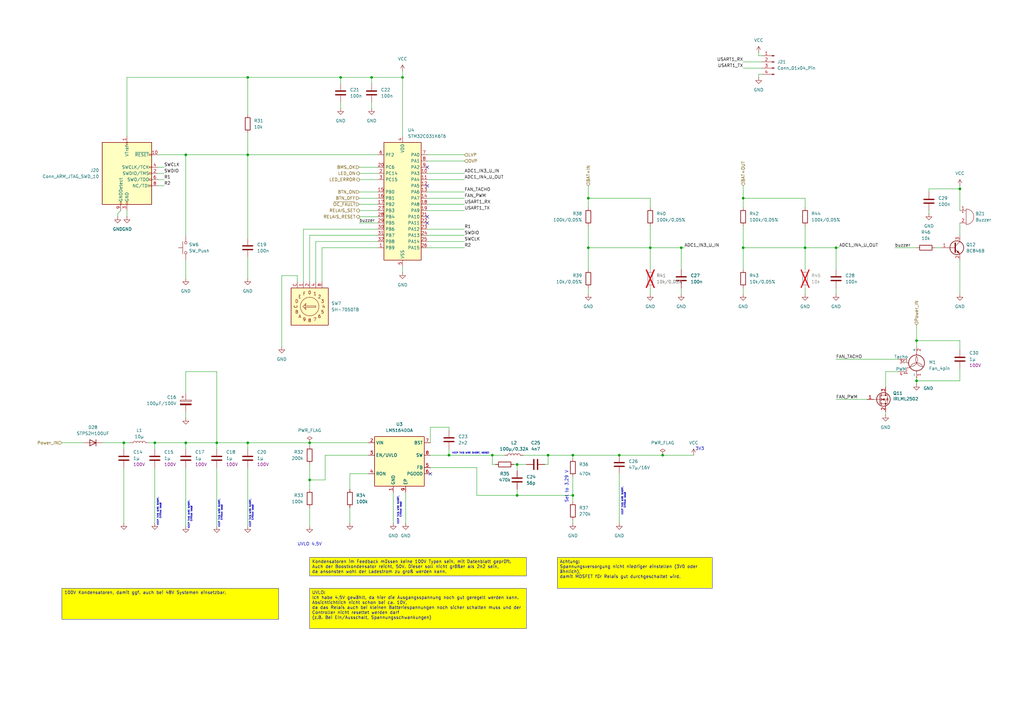
<source format=kicad_sch>
(kicad_sch
	(version 20250114)
	(generator "eeschema")
	(generator_version "9.0")
	(uuid "72baee58-3acb-4381-8344-e659d9461441")
	(paper "A3")
	(lib_symbols
		(symbol "Connector:Conn_01x04_Pin"
			(pin_names
				(offset 1.016)
				(hide yes)
			)
			(exclude_from_sim no)
			(in_bom yes)
			(on_board yes)
			(property "Reference" "J"
				(at 0 5.08 0)
				(effects
					(font
						(size 1.27 1.27)
					)
				)
			)
			(property "Value" "Conn_01x04_Pin"
				(at 0 -7.62 0)
				(effects
					(font
						(size 1.27 1.27)
					)
				)
			)
			(property "Footprint" ""
				(at 0 0 0)
				(effects
					(font
						(size 1.27 1.27)
					)
					(hide yes)
				)
			)
			(property "Datasheet" "~"
				(at 0 0 0)
				(effects
					(font
						(size 1.27 1.27)
					)
					(hide yes)
				)
			)
			(property "Description" "Generic connector, single row, 01x04, script generated"
				(at 0 0 0)
				(effects
					(font
						(size 1.27 1.27)
					)
					(hide yes)
				)
			)
			(property "ki_locked" ""
				(at 0 0 0)
				(effects
					(font
						(size 1.27 1.27)
					)
				)
			)
			(property "ki_keywords" "connector"
				(at 0 0 0)
				(effects
					(font
						(size 1.27 1.27)
					)
					(hide yes)
				)
			)
			(property "ki_fp_filters" "Connector*:*_1x??_*"
				(at 0 0 0)
				(effects
					(font
						(size 1.27 1.27)
					)
					(hide yes)
				)
			)
			(symbol "Conn_01x04_Pin_1_1"
				(rectangle
					(start 0.8636 2.667)
					(end 0 2.413)
					(stroke
						(width 0.1524)
						(type default)
					)
					(fill
						(type outline)
					)
				)
				(rectangle
					(start 0.8636 0.127)
					(end 0 -0.127)
					(stroke
						(width 0.1524)
						(type default)
					)
					(fill
						(type outline)
					)
				)
				(rectangle
					(start 0.8636 -2.413)
					(end 0 -2.667)
					(stroke
						(width 0.1524)
						(type default)
					)
					(fill
						(type outline)
					)
				)
				(rectangle
					(start 0.8636 -4.953)
					(end 0 -5.207)
					(stroke
						(width 0.1524)
						(type default)
					)
					(fill
						(type outline)
					)
				)
				(polyline
					(pts
						(xy 1.27 2.54) (xy 0.8636 2.54)
					)
					(stroke
						(width 0.1524)
						(type default)
					)
					(fill
						(type none)
					)
				)
				(polyline
					(pts
						(xy 1.27 0) (xy 0.8636 0)
					)
					(stroke
						(width 0.1524)
						(type default)
					)
					(fill
						(type none)
					)
				)
				(polyline
					(pts
						(xy 1.27 -2.54) (xy 0.8636 -2.54)
					)
					(stroke
						(width 0.1524)
						(type default)
					)
					(fill
						(type none)
					)
				)
				(polyline
					(pts
						(xy 1.27 -5.08) (xy 0.8636 -5.08)
					)
					(stroke
						(width 0.1524)
						(type default)
					)
					(fill
						(type none)
					)
				)
				(pin passive line
					(at 5.08 2.54 180)
					(length 3.81)
					(name "Pin_1"
						(effects
							(font
								(size 1.27 1.27)
							)
						)
					)
					(number "1"
						(effects
							(font
								(size 1.27 1.27)
							)
						)
					)
				)
				(pin passive line
					(at 5.08 0 180)
					(length 3.81)
					(name "Pin_2"
						(effects
							(font
								(size 1.27 1.27)
							)
						)
					)
					(number "2"
						(effects
							(font
								(size 1.27 1.27)
							)
						)
					)
				)
				(pin passive line
					(at 5.08 -2.54 180)
					(length 3.81)
					(name "Pin_3"
						(effects
							(font
								(size 1.27 1.27)
							)
						)
					)
					(number "3"
						(effects
							(font
								(size 1.27 1.27)
							)
						)
					)
				)
				(pin passive line
					(at 5.08 -5.08 180)
					(length 3.81)
					(name "Pin_4"
						(effects
							(font
								(size 1.27 1.27)
							)
						)
					)
					(number "4"
						(effects
							(font
								(size 1.27 1.27)
							)
						)
					)
				)
			)
			(embedded_fonts no)
		)
		(symbol "Connector:Conn_ARM_JTAG_SWD_10"
			(pin_names
				(offset 1.016)
			)
			(exclude_from_sim no)
			(in_bom yes)
			(on_board yes)
			(property "Reference" "J"
				(at -2.54 16.51 0)
				(effects
					(font
						(size 1.27 1.27)
					)
					(justify right)
				)
			)
			(property "Value" "Conn_ARM_JTAG_SWD_10"
				(at -2.54 13.97 0)
				(effects
					(font
						(size 1.27 1.27)
					)
					(justify right bottom)
				)
			)
			(property "Footprint" ""
				(at 0 0 0)
				(effects
					(font
						(size 1.27 1.27)
					)
					(hide yes)
				)
			)
			(property "Datasheet" "http://infocenter.arm.com/help/topic/com.arm.doc.ddi0314h/DDI0314H_coresight_components_trm.pdf"
				(at -8.89 -31.75 90)
				(effects
					(font
						(size 1.27 1.27)
					)
					(hide yes)
				)
			)
			(property "Description" "Cortex Debug Connector, standard ARM Cortex-M SWD and JTAG interface"
				(at 0 0 0)
				(effects
					(font
						(size 1.27 1.27)
					)
					(hide yes)
				)
			)
			(property "ki_keywords" "Cortex Debug Connector ARM SWD JTAG"
				(at 0 0 0)
				(effects
					(font
						(size 1.27 1.27)
					)
					(hide yes)
				)
			)
			(property "ki_fp_filters" "PinHeader?2x05?P1.27mm*"
				(at 0 0 0)
				(effects
					(font
						(size 1.27 1.27)
					)
					(hide yes)
				)
			)
			(symbol "Conn_ARM_JTAG_SWD_10_0_1"
				(rectangle
					(start -10.16 12.7)
					(end 10.16 -12.7)
					(stroke
						(width 0.254)
						(type default)
					)
					(fill
						(type background)
					)
				)
				(rectangle
					(start -2.794 -12.7)
					(end -2.286 -11.684)
					(stroke
						(width 0)
						(type default)
					)
					(fill
						(type none)
					)
				)
				(rectangle
					(start -0.254 12.7)
					(end 0.254 11.684)
					(stroke
						(width 0)
						(type default)
					)
					(fill
						(type none)
					)
				)
				(rectangle
					(start -0.254 -12.7)
					(end 0.254 -11.684)
					(stroke
						(width 0)
						(type default)
					)
					(fill
						(type none)
					)
				)
				(rectangle
					(start 9.144 2.286)
					(end 10.16 2.794)
					(stroke
						(width 0)
						(type default)
					)
					(fill
						(type none)
					)
				)
				(rectangle
					(start 10.16 7.874)
					(end 9.144 7.366)
					(stroke
						(width 0)
						(type default)
					)
					(fill
						(type none)
					)
				)
				(rectangle
					(start 10.16 -0.254)
					(end 9.144 0.254)
					(stroke
						(width 0)
						(type default)
					)
					(fill
						(type none)
					)
				)
				(rectangle
					(start 10.16 -2.794)
					(end 9.144 -2.286)
					(stroke
						(width 0)
						(type default)
					)
					(fill
						(type none)
					)
				)
			)
			(symbol "Conn_ARM_JTAG_SWD_10_1_1"
				(rectangle
					(start 9.144 -5.334)
					(end 10.16 -4.826)
					(stroke
						(width 0)
						(type default)
					)
					(fill
						(type none)
					)
				)
				(pin no_connect line
					(at -10.16 0 0)
					(length 2.54)
					(hide yes)
					(name "KEY"
						(effects
							(font
								(size 1.27 1.27)
							)
						)
					)
					(number "7"
						(effects
							(font
								(size 1.27 1.27)
							)
						)
					)
				)
				(pin passive line
					(at -2.54 -15.24 90)
					(length 2.54)
					(name "GNDDetect"
						(effects
							(font
								(size 1.27 1.27)
							)
						)
					)
					(number "9"
						(effects
							(font
								(size 1.27 1.27)
							)
						)
					)
				)
				(pin power_in line
					(at 0 15.24 270)
					(length 2.54)
					(name "VTref"
						(effects
							(font
								(size 1.27 1.27)
							)
						)
					)
					(number "1"
						(effects
							(font
								(size 1.27 1.27)
							)
						)
					)
				)
				(pin power_in line
					(at 0 -15.24 90)
					(length 2.54)
					(name "GND"
						(effects
							(font
								(size 1.27 1.27)
							)
						)
					)
					(number "3"
						(effects
							(font
								(size 1.27 1.27)
							)
						)
					)
				)
				(pin passive line
					(at 0 -15.24 90)
					(length 2.54)
					(hide yes)
					(name "GND"
						(effects
							(font
								(size 1.27 1.27)
							)
						)
					)
					(number "5"
						(effects
							(font
								(size 1.27 1.27)
							)
						)
					)
				)
				(pin open_collector line
					(at 12.7 7.62 180)
					(length 2.54)
					(name "~{RESET}"
						(effects
							(font
								(size 1.27 1.27)
							)
						)
					)
					(number "10"
						(effects
							(font
								(size 1.27 1.27)
							)
						)
					)
				)
				(pin output line
					(at 12.7 2.54 180)
					(length 2.54)
					(name "SWCLK/TCK"
						(effects
							(font
								(size 1.27 1.27)
							)
						)
					)
					(number "4"
						(effects
							(font
								(size 1.27 1.27)
							)
						)
					)
				)
				(pin bidirectional line
					(at 12.7 0 180)
					(length 2.54)
					(name "SWDIO/TMS"
						(effects
							(font
								(size 1.27 1.27)
							)
						)
					)
					(number "2"
						(effects
							(font
								(size 1.27 1.27)
							)
						)
					)
				)
				(pin input line
					(at 12.7 -2.54 180)
					(length 2.54)
					(name "SWO/TDO"
						(effects
							(font
								(size 1.27 1.27)
							)
						)
					)
					(number "6"
						(effects
							(font
								(size 1.27 1.27)
							)
						)
					)
				)
				(pin output line
					(at 12.7 -5.08 180)
					(length 2.54)
					(name "NC/TDI"
						(effects
							(font
								(size 1.27 1.27)
							)
						)
					)
					(number "8"
						(effects
							(font
								(size 1.27 1.27)
							)
						)
					)
				)
			)
			(embedded_fonts no)
		)
		(symbol "Device:Buzzer"
			(pin_names
				(offset 0.0254)
				(hide yes)
			)
			(exclude_from_sim no)
			(in_bom yes)
			(on_board yes)
			(property "Reference" "BZ"
				(at 3.81 1.27 0)
				(effects
					(font
						(size 1.27 1.27)
					)
					(justify left)
				)
			)
			(property "Value" "Buzzer"
				(at 3.81 -1.27 0)
				(effects
					(font
						(size 1.27 1.27)
					)
					(justify left)
				)
			)
			(property "Footprint" ""
				(at -0.635 2.54 90)
				(effects
					(font
						(size 1.27 1.27)
					)
					(hide yes)
				)
			)
			(property "Datasheet" "~"
				(at -0.635 2.54 90)
				(effects
					(font
						(size 1.27 1.27)
					)
					(hide yes)
				)
			)
			(property "Description" "Buzzer, polarized"
				(at 0 0 0)
				(effects
					(font
						(size 1.27 1.27)
					)
					(hide yes)
				)
			)
			(property "ki_keywords" "quartz resonator ceramic"
				(at 0 0 0)
				(effects
					(font
						(size 1.27 1.27)
					)
					(hide yes)
				)
			)
			(property "ki_fp_filters" "*Buzzer*"
				(at 0 0 0)
				(effects
					(font
						(size 1.27 1.27)
					)
					(hide yes)
				)
			)
			(symbol "Buzzer_0_1"
				(polyline
					(pts
						(xy -1.651 1.905) (xy -1.143 1.905)
					)
					(stroke
						(width 0)
						(type default)
					)
					(fill
						(type none)
					)
				)
				(polyline
					(pts
						(xy -1.397 2.159) (xy -1.397 1.651)
					)
					(stroke
						(width 0)
						(type default)
					)
					(fill
						(type none)
					)
				)
				(arc
					(start 0 3.175)
					(mid 3.1612 0)
					(end 0 -3.175)
					(stroke
						(width 0)
						(type default)
					)
					(fill
						(type none)
					)
				)
				(polyline
					(pts
						(xy 0 3.175) (xy 0 -3.175)
					)
					(stroke
						(width 0)
						(type default)
					)
					(fill
						(type none)
					)
				)
			)
			(symbol "Buzzer_1_1"
				(pin passive line
					(at -2.54 2.54 0)
					(length 2.54)
					(name "+"
						(effects
							(font
								(size 1.27 1.27)
							)
						)
					)
					(number "1"
						(effects
							(font
								(size 1.27 1.27)
							)
						)
					)
				)
				(pin passive line
					(at -2.54 -2.54 0)
					(length 2.54)
					(name "-"
						(effects
							(font
								(size 1.27 1.27)
							)
						)
					)
					(number "2"
						(effects
							(font
								(size 1.27 1.27)
							)
						)
					)
				)
			)
			(embedded_fonts no)
		)
		(symbol "Device:C"
			(pin_numbers
				(hide yes)
			)
			(pin_names
				(offset 0.254)
			)
			(exclude_from_sim no)
			(in_bom yes)
			(on_board yes)
			(property "Reference" "C"
				(at 0.635 2.54 0)
				(effects
					(font
						(size 1.27 1.27)
					)
					(justify left)
				)
			)
			(property "Value" "C"
				(at 0.635 -2.54 0)
				(effects
					(font
						(size 1.27 1.27)
					)
					(justify left)
				)
			)
			(property "Footprint" ""
				(at 0.9652 -3.81 0)
				(effects
					(font
						(size 1.27 1.27)
					)
					(hide yes)
				)
			)
			(property "Datasheet" "~"
				(at 0 0 0)
				(effects
					(font
						(size 1.27 1.27)
					)
					(hide yes)
				)
			)
			(property "Description" "Unpolarized capacitor"
				(at 0 0 0)
				(effects
					(font
						(size 1.27 1.27)
					)
					(hide yes)
				)
			)
			(property "ki_keywords" "cap capacitor"
				(at 0 0 0)
				(effects
					(font
						(size 1.27 1.27)
					)
					(hide yes)
				)
			)
			(property "ki_fp_filters" "C_*"
				(at 0 0 0)
				(effects
					(font
						(size 1.27 1.27)
					)
					(hide yes)
				)
			)
			(symbol "C_0_1"
				(polyline
					(pts
						(xy -2.032 0.762) (xy 2.032 0.762)
					)
					(stroke
						(width 0.508)
						(type default)
					)
					(fill
						(type none)
					)
				)
				(polyline
					(pts
						(xy -2.032 -0.762) (xy 2.032 -0.762)
					)
					(stroke
						(width 0.508)
						(type default)
					)
					(fill
						(type none)
					)
				)
			)
			(symbol "C_1_1"
				(pin passive line
					(at 0 3.81 270)
					(length 2.794)
					(name "~"
						(effects
							(font
								(size 1.27 1.27)
							)
						)
					)
					(number "1"
						(effects
							(font
								(size 1.27 1.27)
							)
						)
					)
				)
				(pin passive line
					(at 0 -3.81 90)
					(length 2.794)
					(name "~"
						(effects
							(font
								(size 1.27 1.27)
							)
						)
					)
					(number "2"
						(effects
							(font
								(size 1.27 1.27)
							)
						)
					)
				)
			)
			(embedded_fonts no)
		)
		(symbol "Device:C_Polarized"
			(pin_numbers
				(hide yes)
			)
			(pin_names
				(offset 0.254)
			)
			(exclude_from_sim no)
			(in_bom yes)
			(on_board yes)
			(property "Reference" "C"
				(at 0.635 2.54 0)
				(effects
					(font
						(size 1.27 1.27)
					)
					(justify left)
				)
			)
			(property "Value" "C_Polarized"
				(at 0.635 -2.54 0)
				(effects
					(font
						(size 1.27 1.27)
					)
					(justify left)
				)
			)
			(property "Footprint" ""
				(at 0.9652 -3.81 0)
				(effects
					(font
						(size 1.27 1.27)
					)
					(hide yes)
				)
			)
			(property "Datasheet" "~"
				(at 0 0 0)
				(effects
					(font
						(size 1.27 1.27)
					)
					(hide yes)
				)
			)
			(property "Description" "Polarized capacitor"
				(at 0 0 0)
				(effects
					(font
						(size 1.27 1.27)
					)
					(hide yes)
				)
			)
			(property "ki_keywords" "cap capacitor"
				(at 0 0 0)
				(effects
					(font
						(size 1.27 1.27)
					)
					(hide yes)
				)
			)
			(property "ki_fp_filters" "CP_*"
				(at 0 0 0)
				(effects
					(font
						(size 1.27 1.27)
					)
					(hide yes)
				)
			)
			(symbol "C_Polarized_0_1"
				(rectangle
					(start -2.286 0.508)
					(end 2.286 1.016)
					(stroke
						(width 0)
						(type default)
					)
					(fill
						(type none)
					)
				)
				(polyline
					(pts
						(xy -1.778 2.286) (xy -0.762 2.286)
					)
					(stroke
						(width 0)
						(type default)
					)
					(fill
						(type none)
					)
				)
				(polyline
					(pts
						(xy -1.27 2.794) (xy -1.27 1.778)
					)
					(stroke
						(width 0)
						(type default)
					)
					(fill
						(type none)
					)
				)
				(rectangle
					(start 2.286 -0.508)
					(end -2.286 -1.016)
					(stroke
						(width 0)
						(type default)
					)
					(fill
						(type outline)
					)
				)
			)
			(symbol "C_Polarized_1_1"
				(pin passive line
					(at 0 3.81 270)
					(length 2.794)
					(name "~"
						(effects
							(font
								(size 1.27 1.27)
							)
						)
					)
					(number "1"
						(effects
							(font
								(size 1.27 1.27)
							)
						)
					)
				)
				(pin passive line
					(at 0 -3.81 90)
					(length 2.794)
					(name "~"
						(effects
							(font
								(size 1.27 1.27)
							)
						)
					)
					(number "2"
						(effects
							(font
								(size 1.27 1.27)
							)
						)
					)
				)
			)
			(embedded_fonts no)
		)
		(symbol "Device:D"
			(pin_numbers
				(hide yes)
			)
			(pin_names
				(offset 1.016)
				(hide yes)
			)
			(exclude_from_sim no)
			(in_bom yes)
			(on_board yes)
			(property "Reference" "D"
				(at 0 2.54 0)
				(effects
					(font
						(size 1.27 1.27)
					)
				)
			)
			(property "Value" "D"
				(at 0 -2.54 0)
				(effects
					(font
						(size 1.27 1.27)
					)
				)
			)
			(property "Footprint" ""
				(at 0 0 0)
				(effects
					(font
						(size 1.27 1.27)
					)
					(hide yes)
				)
			)
			(property "Datasheet" "~"
				(at 0 0 0)
				(effects
					(font
						(size 1.27 1.27)
					)
					(hide yes)
				)
			)
			(property "Description" "Diode"
				(at 0 0 0)
				(effects
					(font
						(size 1.27 1.27)
					)
					(hide yes)
				)
			)
			(property "Sim.Device" "D"
				(at 0 0 0)
				(effects
					(font
						(size 1.27 1.27)
					)
					(hide yes)
				)
			)
			(property "Sim.Pins" "1=K 2=A"
				(at 0 0 0)
				(effects
					(font
						(size 1.27 1.27)
					)
					(hide yes)
				)
			)
			(property "ki_keywords" "diode"
				(at 0 0 0)
				(effects
					(font
						(size 1.27 1.27)
					)
					(hide yes)
				)
			)
			(property "ki_fp_filters" "TO-???* *_Diode_* *SingleDiode* D_*"
				(at 0 0 0)
				(effects
					(font
						(size 1.27 1.27)
					)
					(hide yes)
				)
			)
			(symbol "D_0_1"
				(polyline
					(pts
						(xy -1.27 1.27) (xy -1.27 -1.27)
					)
					(stroke
						(width 0.254)
						(type default)
					)
					(fill
						(type none)
					)
				)
				(polyline
					(pts
						(xy 1.27 1.27) (xy 1.27 -1.27) (xy -1.27 0) (xy 1.27 1.27)
					)
					(stroke
						(width 0.254)
						(type default)
					)
					(fill
						(type none)
					)
				)
				(polyline
					(pts
						(xy 1.27 0) (xy -1.27 0)
					)
					(stroke
						(width 0)
						(type default)
					)
					(fill
						(type none)
					)
				)
			)
			(symbol "D_1_1"
				(pin passive line
					(at -3.81 0 0)
					(length 2.54)
					(name "K"
						(effects
							(font
								(size 1.27 1.27)
							)
						)
					)
					(number "1"
						(effects
							(font
								(size 1.27 1.27)
							)
						)
					)
				)
				(pin passive line
					(at 3.81 0 180)
					(length 2.54)
					(name "A"
						(effects
							(font
								(size 1.27 1.27)
							)
						)
					)
					(number "2"
						(effects
							(font
								(size 1.27 1.27)
							)
						)
					)
				)
			)
			(embedded_fonts no)
		)
		(symbol "Device:L"
			(pin_numbers
				(hide yes)
			)
			(pin_names
				(offset 1.016)
				(hide yes)
			)
			(exclude_from_sim no)
			(in_bom yes)
			(on_board yes)
			(property "Reference" "L"
				(at -1.27 0 90)
				(effects
					(font
						(size 1.27 1.27)
					)
				)
			)
			(property "Value" "L"
				(at 1.905 0 90)
				(effects
					(font
						(size 1.27 1.27)
					)
				)
			)
			(property "Footprint" ""
				(at 0 0 0)
				(effects
					(font
						(size 1.27 1.27)
					)
					(hide yes)
				)
			)
			(property "Datasheet" "~"
				(at 0 0 0)
				(effects
					(font
						(size 1.27 1.27)
					)
					(hide yes)
				)
			)
			(property "Description" "Inductor"
				(at 0 0 0)
				(effects
					(font
						(size 1.27 1.27)
					)
					(hide yes)
				)
			)
			(property "ki_keywords" "inductor choke coil reactor magnetic"
				(at 0 0 0)
				(effects
					(font
						(size 1.27 1.27)
					)
					(hide yes)
				)
			)
			(property "ki_fp_filters" "Choke_* *Coil* Inductor_* L_*"
				(at 0 0 0)
				(effects
					(font
						(size 1.27 1.27)
					)
					(hide yes)
				)
			)
			(symbol "L_0_1"
				(arc
					(start 0 2.54)
					(mid 0.6323 1.905)
					(end 0 1.27)
					(stroke
						(width 0)
						(type default)
					)
					(fill
						(type none)
					)
				)
				(arc
					(start 0 1.27)
					(mid 0.6323 0.635)
					(end 0 0)
					(stroke
						(width 0)
						(type default)
					)
					(fill
						(type none)
					)
				)
				(arc
					(start 0 0)
					(mid 0.6323 -0.635)
					(end 0 -1.27)
					(stroke
						(width 0)
						(type default)
					)
					(fill
						(type none)
					)
				)
				(arc
					(start 0 -1.27)
					(mid 0.6323 -1.905)
					(end 0 -2.54)
					(stroke
						(width 0)
						(type default)
					)
					(fill
						(type none)
					)
				)
			)
			(symbol "L_1_1"
				(pin passive line
					(at 0 3.81 270)
					(length 1.27)
					(name "1"
						(effects
							(font
								(size 1.27 1.27)
							)
						)
					)
					(number "1"
						(effects
							(font
								(size 1.27 1.27)
							)
						)
					)
				)
				(pin passive line
					(at 0 -3.81 90)
					(length 1.27)
					(name "2"
						(effects
							(font
								(size 1.27 1.27)
							)
						)
					)
					(number "2"
						(effects
							(font
								(size 1.27 1.27)
							)
						)
					)
				)
			)
			(embedded_fonts no)
		)
		(symbol "Device:R"
			(pin_numbers
				(hide yes)
			)
			(pin_names
				(offset 0)
			)
			(exclude_from_sim no)
			(in_bom yes)
			(on_board yes)
			(property "Reference" "R"
				(at 2.032 0 90)
				(effects
					(font
						(size 1.27 1.27)
					)
				)
			)
			(property "Value" "R"
				(at 0 0 90)
				(effects
					(font
						(size 1.27 1.27)
					)
				)
			)
			(property "Footprint" ""
				(at -1.778 0 90)
				(effects
					(font
						(size 1.27 1.27)
					)
					(hide yes)
				)
			)
			(property "Datasheet" "~"
				(at 0 0 0)
				(effects
					(font
						(size 1.27 1.27)
					)
					(hide yes)
				)
			)
			(property "Description" "Resistor"
				(at 0 0 0)
				(effects
					(font
						(size 1.27 1.27)
					)
					(hide yes)
				)
			)
			(property "ki_keywords" "R res resistor"
				(at 0 0 0)
				(effects
					(font
						(size 1.27 1.27)
					)
					(hide yes)
				)
			)
			(property "ki_fp_filters" "R_*"
				(at 0 0 0)
				(effects
					(font
						(size 1.27 1.27)
					)
					(hide yes)
				)
			)
			(symbol "R_0_1"
				(rectangle
					(start -1.016 -2.54)
					(end 1.016 2.54)
					(stroke
						(width 0.254)
						(type default)
					)
					(fill
						(type none)
					)
				)
			)
			(symbol "R_1_1"
				(pin passive line
					(at 0 3.81 270)
					(length 1.27)
					(name "~"
						(effects
							(font
								(size 1.27 1.27)
							)
						)
					)
					(number "1"
						(effects
							(font
								(size 1.27 1.27)
							)
						)
					)
				)
				(pin passive line
					(at 0 -3.81 90)
					(length 1.27)
					(name "~"
						(effects
							(font
								(size 1.27 1.27)
							)
						)
					)
					(number "2"
						(effects
							(font
								(size 1.27 1.27)
							)
						)
					)
				)
			)
			(embedded_fonts no)
		)
		(symbol "MCU_ST_STM32C0:STM32C031K4Tx"
			(exclude_from_sim no)
			(in_bom yes)
			(on_board yes)
			(property "Reference" "U"
				(at -7.62 26.67 0)
				(effects
					(font
						(size 1.27 1.27)
					)
					(justify left)
				)
			)
			(property "Value" "STM32C031K4Tx"
				(at 2.54 26.67 0)
				(effects
					(font
						(size 1.27 1.27)
					)
					(justify left)
				)
			)
			(property "Footprint" "Package_QFP:LQFP-32_7x7mm_P0.8mm"
				(at -7.62 -22.86 0)
				(effects
					(font
						(size 1.27 1.27)
					)
					(justify right)
					(hide yes)
				)
			)
			(property "Datasheet" "https://www.st.com/resource/en/datasheet/stm32c031k4.pdf"
				(at 0 0 0)
				(effects
					(font
						(size 1.27 1.27)
					)
					(hide yes)
				)
			)
			(property "Description" "STMicroelectronics Arm Cortex-M0+ MCU, 16KB flash, 12KB RAM, 48 MHz, 2.0-3.6V, 30 GPIO, LQFP32"
				(at 0 0 0)
				(effects
					(font
						(size 1.27 1.27)
					)
					(hide yes)
				)
			)
			(property "ki_keywords" "Arm Cortex-M0+ STM32C0 STM32C0x1"
				(at 0 0 0)
				(effects
					(font
						(size 1.27 1.27)
					)
					(hide yes)
				)
			)
			(property "ki_fp_filters" "LQFP*7x7mm*P0.8mm*"
				(at 0 0 0)
				(effects
					(font
						(size 1.27 1.27)
					)
					(hide yes)
				)
			)
			(symbol "STM32C031K4Tx_0_1"
				(rectangle
					(start -7.62 -22.86)
					(end 7.62 25.4)
					(stroke
						(width 0.254)
						(type default)
					)
					(fill
						(type background)
					)
				)
			)
			(symbol "STM32C031K4Tx_1_1"
				(pin bidirectional line
					(at -10.16 20.32 0)
					(length 2.54)
					(name "PF2"
						(effects
							(font
								(size 1.27 1.27)
							)
						)
					)
					(number "6"
						(effects
							(font
								(size 1.27 1.27)
							)
						)
					)
					(alternate "RCC_MCO" bidirectional line)
					(alternate "TIM1_CH4" bidirectional line)
				)
				(pin bidirectional line
					(at -10.16 15.24 0)
					(length 2.54)
					(name "PC6"
						(effects
							(font
								(size 1.27 1.27)
							)
						)
					)
					(number "20"
						(effects
							(font
								(size 1.27 1.27)
							)
						)
					)
					(alternate "TIM3_CH1" bidirectional line)
				)
				(pin bidirectional line
					(at -10.16 12.7 0)
					(length 2.54)
					(name "PC14"
						(effects
							(font
								(size 1.27 1.27)
							)
						)
					)
					(number "2"
						(effects
							(font
								(size 1.27 1.27)
							)
						)
					)
					(alternate "I2C1_SDA" bidirectional line)
					(alternate "IR_OUT" bidirectional line)
					(alternate "RCC_OSCX_IN" bidirectional line)
					(alternate "TIM17_CH1" bidirectional line)
					(alternate "TIM1_BKIN2" bidirectional line)
					(alternate "TIM1_ETR" bidirectional line)
					(alternate "TIM3_CH2" bidirectional line)
					(alternate "USART1_TX" bidirectional line)
					(alternate "USART2_CK" bidirectional line)
					(alternate "USART2_DE" bidirectional line)
					(alternate "USART2_RTS" bidirectional line)
				)
				(pin bidirectional line
					(at -10.16 10.16 0)
					(length 2.54)
					(name "PC15"
						(effects
							(font
								(size 1.27 1.27)
							)
						)
					)
					(number "3"
						(effects
							(font
								(size 1.27 1.27)
							)
						)
					)
					(alternate "RCC_OSC32_EN" bidirectional line)
					(alternate "RCC_OSCX_OUT" bidirectional line)
					(alternate "RCC_OSC_EN" bidirectional line)
					(alternate "TIM1_ETR" bidirectional line)
					(alternate "TIM3_CH3" bidirectional line)
				)
				(pin bidirectional line
					(at -10.16 5.08 0)
					(length 2.54)
					(name "PB0"
						(effects
							(font
								(size 1.27 1.27)
							)
						)
					)
					(number "15"
						(effects
							(font
								(size 1.27 1.27)
							)
						)
					)
					(alternate "ADC1_IN17" bidirectional line)
					(alternate "I2S1_WS" bidirectional line)
					(alternate "SPI1_NSS" bidirectional line)
					(alternate "TIM1_CH2N" bidirectional line)
					(alternate "TIM3_CH3" bidirectional line)
				)
				(pin bidirectional line
					(at -10.16 2.54 0)
					(length 2.54)
					(name "PB1"
						(effects
							(font
								(size 1.27 1.27)
							)
						)
					)
					(number "16"
						(effects
							(font
								(size 1.27 1.27)
							)
						)
					)
					(alternate "ADC1_IN18" bidirectional line)
					(alternate "TIM14_CH1" bidirectional line)
					(alternate "TIM1_CH2N" bidirectional line)
					(alternate "TIM1_CH3N" bidirectional line)
					(alternate "TIM3_CH4" bidirectional line)
				)
				(pin bidirectional line
					(at -10.16 0 0)
					(length 2.54)
					(name "PB2"
						(effects
							(font
								(size 1.27 1.27)
							)
						)
					)
					(number "17"
						(effects
							(font
								(size 1.27 1.27)
							)
						)
					)
					(alternate "ADC1_IN19" bidirectional line)
					(alternate "RCC_MCO_2" bidirectional line)
					(alternate "USART1_RX" bidirectional line)
				)
				(pin bidirectional line
					(at -10.16 -2.54 0)
					(length 2.54)
					(name "PB3"
						(effects
							(font
								(size 1.27 1.27)
							)
						)
					)
					(number "27"
						(effects
							(font
								(size 1.27 1.27)
							)
						)
					)
					(alternate "I2S1_CK" bidirectional line)
					(alternate "SPI1_SCK" bidirectional line)
					(alternate "TIM1_CH2" bidirectional line)
					(alternate "TIM3_CH2" bidirectional line)
					(alternate "USART1_CK" bidirectional line)
					(alternate "USART1_DE" bidirectional line)
					(alternate "USART1_RTS" bidirectional line)
				)
				(pin bidirectional line
					(at -10.16 -5.08 0)
					(length 2.54)
					(name "PB4"
						(effects
							(font
								(size 1.27 1.27)
							)
						)
					)
					(number "28"
						(effects
							(font
								(size 1.27 1.27)
							)
						)
					)
					(alternate "I2S1_MCK" bidirectional line)
					(alternate "SPI1_MISO" bidirectional line)
					(alternate "TIM17_BKIN" bidirectional line)
					(alternate "TIM3_CH1" bidirectional line)
					(alternate "USART1_CTS" bidirectional line)
					(alternate "USART1_NSS" bidirectional line)
				)
				(pin bidirectional line
					(at -10.16 -7.62 0)
					(length 2.54)
					(name "PB5"
						(effects
							(font
								(size 1.27 1.27)
							)
						)
					)
					(number "29"
						(effects
							(font
								(size 1.27 1.27)
							)
						)
					)
					(alternate "I2C1_SMBA" bidirectional line)
					(alternate "I2S1_SD" bidirectional line)
					(alternate "PWR_WKUP6" bidirectional line)
					(alternate "SPI1_MOSI" bidirectional line)
					(alternate "TIM16_BKIN" bidirectional line)
					(alternate "TIM3_CH2" bidirectional line)
					(alternate "TIM3_CH3" bidirectional line)
				)
				(pin bidirectional line
					(at -10.16 -10.16 0)
					(length 2.54)
					(name "PB6"
						(effects
							(font
								(size 1.27 1.27)
							)
						)
					)
					(number "30"
						(effects
							(font
								(size 1.27 1.27)
							)
						)
					)
					(alternate "I2C1_SCL" bidirectional line)
					(alternate "I2C1_SMBA" bidirectional line)
					(alternate "I2S1_CK" bidirectional line)
					(alternate "I2S1_MCK" bidirectional line)
					(alternate "I2S1_SD" bidirectional line)
					(alternate "PWR_WKUP3" bidirectional line)
					(alternate "SPI1_MISO" bidirectional line)
					(alternate "SPI1_MOSI" bidirectional line)
					(alternate "SPI1_SCK" bidirectional line)
					(alternate "TIM16_BKIN" bidirectional line)
					(alternate "TIM16_CH1N" bidirectional line)
					(alternate "TIM17_BKIN" bidirectional line)
					(alternate "TIM1_CH2" bidirectional line)
					(alternate "TIM1_CH3" bidirectional line)
					(alternate "TIM3_CH1" bidirectional line)
					(alternate "TIM3_CH2" bidirectional line)
					(alternate "TIM3_CH3" bidirectional line)
					(alternate "USART1_CK" bidirectional line)
					(alternate "USART1_CTS" bidirectional line)
					(alternate "USART1_DE" bidirectional line)
					(alternate "USART1_NSS" bidirectional line)
					(alternate "USART1_RTS" bidirectional line)
					(alternate "USART1_TX" bidirectional line)
				)
				(pin bidirectional line
					(at -10.16 -12.7 0)
					(length 2.54)
					(name "PB7"
						(effects
							(font
								(size 1.27 1.27)
							)
						)
					)
					(number "31"
						(effects
							(font
								(size 1.27 1.27)
							)
						)
					)
					(alternate "I2C1_SCL" bidirectional line)
					(alternate "I2C1_SDA" bidirectional line)
					(alternate "RTC_REFIN" bidirectional line)
					(alternate "TIM16_CH1" bidirectional line)
					(alternate "TIM17_CH1N" bidirectional line)
					(alternate "TIM1_CH4" bidirectional line)
					(alternate "TIM3_CH1" bidirectional line)
					(alternate "TIM3_CH4" bidirectional line)
					(alternate "USART1_RX" bidirectional line)
					(alternate "USART2_CTS" bidirectional line)
					(alternate "USART2_NSS" bidirectional line)
				)
				(pin bidirectional line
					(at -10.16 -15.24 0)
					(length 2.54)
					(name "PB8"
						(effects
							(font
								(size 1.27 1.27)
							)
						)
					)
					(number "32"
						(effects
							(font
								(size 1.27 1.27)
							)
						)
					)
					(alternate "I2C1_SCL" bidirectional line)
					(alternate "TIM16_CH1" bidirectional line)
					(alternate "TIM3_CH1" bidirectional line)
					(alternate "USART2_CTS" bidirectional line)
					(alternate "USART2_NSS" bidirectional line)
				)
				(pin bidirectional line
					(at -10.16 -17.78 0)
					(length 2.54)
					(name "PB9"
						(effects
							(font
								(size 1.27 1.27)
							)
						)
					)
					(number "1"
						(effects
							(font
								(size 1.27 1.27)
							)
						)
					)
					(alternate "I2C1_SDA" bidirectional line)
					(alternate "IR_OUT" bidirectional line)
					(alternate "TIM17_CH1" bidirectional line)
					(alternate "TIM3_CH2" bidirectional line)
					(alternate "USART2_CK" bidirectional line)
					(alternate "USART2_DE" bidirectional line)
					(alternate "USART2_RTS" bidirectional line)
				)
				(pin power_in line
					(at 0 27.94 270)
					(length 2.54)
					(name "VDD"
						(effects
							(font
								(size 1.27 1.27)
							)
						)
					)
					(number "4"
						(effects
							(font
								(size 1.27 1.27)
							)
						)
					)
				)
				(pin power_in line
					(at 0 -25.4 90)
					(length 2.54)
					(name "VSS"
						(effects
							(font
								(size 1.27 1.27)
							)
						)
					)
					(number "5"
						(effects
							(font
								(size 1.27 1.27)
							)
						)
					)
				)
				(pin bidirectional line
					(at 10.16 20.32 180)
					(length 2.54)
					(name "PA0"
						(effects
							(font
								(size 1.27 1.27)
							)
						)
					)
					(number "7"
						(effects
							(font
								(size 1.27 1.27)
							)
						)
					)
					(alternate "ADC1_IN0" bidirectional line)
					(alternate "PWR_WKUP1" bidirectional line)
					(alternate "TIM16_CH1" bidirectional line)
					(alternate "TIM1_CH1" bidirectional line)
					(alternate "USART1_TX" bidirectional line)
					(alternate "USART2_CTS" bidirectional line)
					(alternate "USART2_NSS" bidirectional line)
				)
				(pin bidirectional line
					(at 10.16 17.78 180)
					(length 2.54)
					(name "PA1"
						(effects
							(font
								(size 1.27 1.27)
							)
						)
					)
					(number "8"
						(effects
							(font
								(size 1.27 1.27)
							)
						)
					)
					(alternate "ADC1_IN1" bidirectional line)
					(alternate "I2C1_SMBA" bidirectional line)
					(alternate "I2S1_CK" bidirectional line)
					(alternate "SPI1_SCK" bidirectional line)
					(alternate "TIM17_CH1" bidirectional line)
					(alternate "TIM1_CH2" bidirectional line)
					(alternate "USART1_RX" bidirectional line)
					(alternate "USART2_CK" bidirectional line)
					(alternate "USART2_DE" bidirectional line)
					(alternate "USART2_RTS" bidirectional line)
				)
				(pin bidirectional line
					(at 10.16 15.24 180)
					(length 2.54)
					(name "PA2"
						(effects
							(font
								(size 1.27 1.27)
							)
						)
					)
					(number "9"
						(effects
							(font
								(size 1.27 1.27)
							)
						)
					)
					(alternate "ADC1_IN2" bidirectional line)
					(alternate "I2S1_SD" bidirectional line)
					(alternate "PWR_WKUP4" bidirectional line)
					(alternate "RCC_LSCO" bidirectional line)
					(alternate "SPI1_MOSI" bidirectional line)
					(alternate "TIM16_CH1N" bidirectional line)
					(alternate "TIM1_CH3" bidirectional line)
					(alternate "TIM3_ETR" bidirectional line)
					(alternate "USART2_TX" bidirectional line)
				)
				(pin bidirectional line
					(at 10.16 12.7 180)
					(length 2.54)
					(name "PA3"
						(effects
							(font
								(size 1.27 1.27)
							)
						)
					)
					(number "10"
						(effects
							(font
								(size 1.27 1.27)
							)
						)
					)
					(alternate "ADC1_IN3" bidirectional line)
					(alternate "TIM1_CH1N" bidirectional line)
					(alternate "TIM1_CH4" bidirectional line)
					(alternate "USART2_RX" bidirectional line)
				)
				(pin bidirectional line
					(at 10.16 10.16 180)
					(length 2.54)
					(name "PA4"
						(effects
							(font
								(size 1.27 1.27)
							)
						)
					)
					(number "11"
						(effects
							(font
								(size 1.27 1.27)
							)
						)
					)
					(alternate "ADC1_IN4" bidirectional line)
					(alternate "I2S1_WS" bidirectional line)
					(alternate "PWR_WKUP2" bidirectional line)
					(alternate "RTC_OUT1" bidirectional line)
					(alternate "RTC_TS" bidirectional line)
					(alternate "SPI1_NSS" bidirectional line)
					(alternate "TIM14_CH1" bidirectional line)
					(alternate "TIM17_CH1N" bidirectional line)
					(alternate "TIM1_CH2N" bidirectional line)
					(alternate "USART2_TX" bidirectional line)
				)
				(pin bidirectional line
					(at 10.16 7.62 180)
					(length 2.54)
					(name "PA5"
						(effects
							(font
								(size 1.27 1.27)
							)
						)
					)
					(number "12"
						(effects
							(font
								(size 1.27 1.27)
							)
						)
					)
					(alternate "ADC1_IN5" bidirectional line)
					(alternate "I2S1_CK" bidirectional line)
					(alternate "SPI1_SCK" bidirectional line)
					(alternate "TIM1_CH1" bidirectional line)
					(alternate "TIM1_CH3N" bidirectional line)
					(alternate "USART2_RX" bidirectional line)
				)
				(pin bidirectional line
					(at 10.16 5.08 180)
					(length 2.54)
					(name "PA6"
						(effects
							(font
								(size 1.27 1.27)
							)
						)
					)
					(number "13"
						(effects
							(font
								(size 1.27 1.27)
							)
						)
					)
					(alternate "ADC1_IN6" bidirectional line)
					(alternate "I2S1_MCK" bidirectional line)
					(alternate "SPI1_MISO" bidirectional line)
					(alternate "TIM16_CH1" bidirectional line)
					(alternate "TIM1_BKIN" bidirectional line)
					(alternate "TIM3_CH1" bidirectional line)
				)
				(pin bidirectional line
					(at 10.16 2.54 180)
					(length 2.54)
					(name "PA7"
						(effects
							(font
								(size 1.27 1.27)
							)
						)
					)
					(number "14"
						(effects
							(font
								(size 1.27 1.27)
							)
						)
					)
					(alternate "ADC1_IN7" bidirectional line)
					(alternate "I2S1_SD" bidirectional line)
					(alternate "SPI1_MOSI" bidirectional line)
					(alternate "TIM14_CH1" bidirectional line)
					(alternate "TIM17_CH1" bidirectional line)
					(alternate "TIM1_CH1N" bidirectional line)
					(alternate "TIM3_CH2" bidirectional line)
				)
				(pin bidirectional line
					(at 10.16 0 180)
					(length 2.54)
					(name "PA8"
						(effects
							(font
								(size 1.27 1.27)
							)
						)
					)
					(number "18"
						(effects
							(font
								(size 1.27 1.27)
							)
						)
					)
					(alternate "ADC1_IN8" bidirectional line)
					(alternate "I2S1_WS" bidirectional line)
					(alternate "RCC_MCO" bidirectional line)
					(alternate "RCC_MCO_2" bidirectional line)
					(alternate "SPI1_NSS" bidirectional line)
					(alternate "TIM14_CH1" bidirectional line)
					(alternate "TIM1_CH1" bidirectional line)
					(alternate "TIM1_CH2N" bidirectional line)
					(alternate "TIM1_CH3N" bidirectional line)
					(alternate "TIM3_CH3" bidirectional line)
					(alternate "TIM3_CH4" bidirectional line)
					(alternate "USART1_RX" bidirectional line)
					(alternate "USART2_TX" bidirectional line)
				)
				(pin bidirectional line
					(at 10.16 -2.54 180)
					(length 2.54)
					(name "PA9"
						(effects
							(font
								(size 1.27 1.27)
							)
						)
					)
					(number "19"
						(effects
							(font
								(size 1.27 1.27)
							)
						)
					)
					(alternate "I2C1_SCL" bidirectional line)
					(alternate "RCC_MCO" bidirectional line)
					(alternate "TIM1_CH2" bidirectional line)
					(alternate "TIM3_ETR" bidirectional line)
					(alternate "USART1_TX" bidirectional line)
				)
				(pin bidirectional line
					(at 10.16 -5.08 180)
					(length 2.54)
					(name "PA10"
						(effects
							(font
								(size 1.27 1.27)
							)
						)
					)
					(number "21"
						(effects
							(font
								(size 1.27 1.27)
							)
						)
					)
					(alternate "I2C1_SDA" bidirectional line)
					(alternate "RCC_MCO_2" bidirectional line)
					(alternate "TIM17_BKIN" bidirectional line)
					(alternate "TIM1_CH3" bidirectional line)
					(alternate "USART1_RX" bidirectional line)
				)
				(pin bidirectional line
					(at 10.16 -7.62 180)
					(length 2.54)
					(name "PA11"
						(effects
							(font
								(size 1.27 1.27)
							)
						)
					)
					(number "22"
						(effects
							(font
								(size 1.27 1.27)
							)
						)
					)
					(alternate "ADC1_EXTI11" bidirectional line)
					(alternate "ADC1_IN11" bidirectional line)
					(alternate "I2S1_MCK" bidirectional line)
					(alternate "SPI1_MISO" bidirectional line)
					(alternate "TIM1_BKIN2" bidirectional line)
					(alternate "TIM1_CH4" bidirectional line)
					(alternate "USART1_CTS" bidirectional line)
					(alternate "USART1_NSS" bidirectional line)
				)
				(pin bidirectional line
					(at 10.16 -10.16 180)
					(length 2.54)
					(name "PA12"
						(effects
							(font
								(size 1.27 1.27)
							)
						)
					)
					(number "23"
						(effects
							(font
								(size 1.27 1.27)
							)
						)
					)
					(alternate "ADC1_IN12" bidirectional line)
					(alternate "I2S1_SD" bidirectional line)
					(alternate "I2S_CKIN" bidirectional line)
					(alternate "SPI1_MOSI" bidirectional line)
					(alternate "TIM1_ETR" bidirectional line)
					(alternate "USART1_CK" bidirectional line)
					(alternate "USART1_DE" bidirectional line)
					(alternate "USART1_RTS" bidirectional line)
				)
				(pin bidirectional line
					(at 10.16 -12.7 180)
					(length 2.54)
					(name "PA13"
						(effects
							(font
								(size 1.27 1.27)
							)
						)
					)
					(number "24"
						(effects
							(font
								(size 1.27 1.27)
							)
						)
					)
					(alternate "ADC1_IN13" bidirectional line)
					(alternate "DEBUG_SWDIO" bidirectional line)
					(alternate "IR_OUT" bidirectional line)
					(alternate "TIM3_ETR" bidirectional line)
					(alternate "USART2_RX" bidirectional line)
				)
				(pin bidirectional line
					(at 10.16 -15.24 180)
					(length 2.54)
					(name "PA14"
						(effects
							(font
								(size 1.27 1.27)
							)
						)
					)
					(number "25"
						(effects
							(font
								(size 1.27 1.27)
							)
						)
					)
					(alternate "ADC1_IN14" bidirectional line)
					(alternate "DEBUG_SWCLK" bidirectional line)
					(alternate "I2S1_WS" bidirectional line)
					(alternate "RCC_MCO_2" bidirectional line)
					(alternate "SPI1_NSS" bidirectional line)
					(alternate "TIM1_CH1" bidirectional line)
					(alternate "USART1_CK" bidirectional line)
					(alternate "USART1_DE" bidirectional line)
					(alternate "USART1_RTS" bidirectional line)
					(alternate "USART2_RX" bidirectional line)
					(alternate "USART2_TX" bidirectional line)
				)
				(pin bidirectional line
					(at 10.16 -17.78 180)
					(length 2.54)
					(name "PA15"
						(effects
							(font
								(size 1.27 1.27)
							)
						)
					)
					(number "26"
						(effects
							(font
								(size 1.27 1.27)
							)
						)
					)
					(alternate "I2S1_WS" bidirectional line)
					(alternate "RCC_MCO_2" bidirectional line)
					(alternate "SPI1_NSS" bidirectional line)
					(alternate "TIM1_CH1" bidirectional line)
					(alternate "USART1_CK" bidirectional line)
					(alternate "USART1_DE" bidirectional line)
					(alternate "USART1_RTS" bidirectional line)
					(alternate "USART2_RX" bidirectional line)
				)
			)
			(embedded_fonts no)
		)
		(symbol "Motor:Fan_4pin"
			(pin_names
				(offset 0)
			)
			(exclude_from_sim no)
			(in_bom yes)
			(on_board yes)
			(property "Reference" "M"
				(at 2.54 5.08 0)
				(effects
					(font
						(size 1.27 1.27)
					)
					(justify left)
				)
			)
			(property "Value" "Fan_4pin"
				(at 2.54 -2.54 0)
				(effects
					(font
						(size 1.27 1.27)
					)
					(justify left top)
				)
			)
			(property "Footprint" ""
				(at 0 0.254 0)
				(effects
					(font
						(size 1.27 1.27)
					)
					(hide yes)
				)
			)
			(property "Datasheet" "http://www.formfactors.org/developer%5Cspecs%5Crev1_2_public.pdf"
				(at 0 0.254 0)
				(effects
					(font
						(size 1.27 1.27)
					)
					(hide yes)
				)
			)
			(property "Description" "Fan, tacho output, PWM input, 4-pin connector"
				(at 0 0 0)
				(effects
					(font
						(size 1.27 1.27)
					)
					(hide yes)
				)
			)
			(property "ki_keywords" "Fan Motor tacho PWM"
				(at 0 0 0)
				(effects
					(font
						(size 1.27 1.27)
					)
					(hide yes)
				)
			)
			(property "ki_fp_filters" "FanPinHeader*P2.54mm*Vertical* PinHeader*P2.54mm*Vertical* TerminalBlock*"
				(at 0 0 0)
				(effects
					(font
						(size 1.27 1.27)
					)
					(hide yes)
				)
			)
			(symbol "Fan_4pin_0_0"
				(polyline
					(pts
						(xy -5.08 2.032) (xy -5.334 2.159)
					)
					(stroke
						(width 0)
						(type default)
					)
					(fill
						(type none)
					)
				)
				(polyline
					(pts
						(xy -5.08 2.032) (xy -5.207 1.778)
					)
					(stroke
						(width 0)
						(type default)
					)
					(fill
						(type none)
					)
				)
				(arc
					(start -4.572 1.524)
					(mid -5.08 1.0182)
					(end -5.588 1.524)
					(stroke
						(width 0)
						(type default)
					)
					(fill
						(type none)
					)
				)
				(arc
					(start -5.588 1.524)
					(mid -5.4392 1.8832)
					(end -5.08 2.032)
					(stroke
						(width 0)
						(type default)
					)
					(fill
						(type none)
					)
				)
				(polyline
					(pts
						(xy -4.064 2.54) (xy -4.064 1.016) (xy -3.302 1.016)
					)
					(stroke
						(width 0)
						(type default)
					)
					(fill
						(type none)
					)
				)
			)
			(symbol "Fan_4pin_0_1"
				(polyline
					(pts
						(xy -5.334 -3.302) (xy -5.08 -3.302) (xy -5.08 -3.048) (xy -4.826 -3.048) (xy -4.826 -3.302) (xy -4.318 -3.302)
						(xy -4.318 -3.048) (xy -4.064 -3.048) (xy -4.064 -3.302) (xy -3.556 -3.302)
					)
					(stroke
						(width 0)
						(type default)
					)
					(fill
						(type none)
					)
				)
				(polyline
					(pts
						(xy -4.064 2.54) (xy -5.08 2.54)
					)
					(stroke
						(width 0)
						(type default)
					)
					(fill
						(type none)
					)
				)
				(polyline
					(pts
						(xy -2.54 -1.016) (xy -4.064 -1.016) (xy -4.064 -2.54) (xy -5.08 -2.54)
					)
					(stroke
						(width 0)
						(type default)
					)
					(fill
						(type none)
					)
				)
				(arc
					(start 0 3.81)
					(mid -0.0015 0.9048)
					(end -2.54 -0.508)
					(stroke
						(width 0)
						(type default)
					)
					(fill
						(type none)
					)
				)
				(polyline
					(pts
						(xy 0 4.572) (xy 0 5.08)
					)
					(stroke
						(width 0)
						(type default)
					)
					(fill
						(type none)
					)
				)
				(polyline
					(pts
						(xy 0 4.2672) (xy 0 4.6228)
					)
					(stroke
						(width 0)
						(type default)
					)
					(fill
						(type none)
					)
				)
				(circle
					(center 0 1.016)
					(radius 3.2512)
					(stroke
						(width 0.254)
						(type default)
					)
					(fill
						(type none)
					)
				)
				(arc
					(start -2.54 -0.508)
					(mid 0 1.0618)
					(end 2.54 -0.508)
					(stroke
						(width 0)
						(type default)
					)
					(fill
						(type none)
					)
				)
				(polyline
					(pts
						(xy 0 -2.2352) (xy 0 -2.6416)
					)
					(stroke
						(width 0)
						(type default)
					)
					(fill
						(type none)
					)
				)
				(polyline
					(pts
						(xy 0 -5.08) (xy 0 -4.572)
					)
					(stroke
						(width 0)
						(type default)
					)
					(fill
						(type none)
					)
				)
				(arc
					(start 2.54 -0.508)
					(mid 0.047 0.9315)
					(end 0 3.81)
					(stroke
						(width 0)
						(type default)
					)
					(fill
						(type none)
					)
				)
			)
			(symbol "Fan_4pin_1_1"
				(pin passive line
					(at -7.62 2.54 0)
					(length 2.54)
					(name "Tacho"
						(effects
							(font
								(size 1.27 1.27)
							)
						)
					)
					(number "3"
						(effects
							(font
								(size 1.27 1.27)
							)
						)
					)
				)
				(pin input line
					(at -7.62 -2.54 0)
					(length 2.54)
					(name "PWM"
						(effects
							(font
								(size 1.27 1.27)
							)
						)
					)
					(number "4"
						(effects
							(font
								(size 1.27 1.27)
							)
						)
					)
				)
				(pin passive line
					(at 0 7.62 270)
					(length 2.54)
					(name "+"
						(effects
							(font
								(size 1.27 1.27)
							)
						)
					)
					(number "2"
						(effects
							(font
								(size 1.27 1.27)
							)
						)
					)
				)
				(pin passive line
					(at 0 -5.08 90)
					(length 2.54)
					(name "-"
						(effects
							(font
								(size 1.27 1.27)
							)
						)
					)
					(number "1"
						(effects
							(font
								(size 1.27 1.27)
							)
						)
					)
				)
			)
			(embedded_fonts no)
		)
		(symbol "Regulator_Switching:LM5164DDA"
			(exclude_from_sim no)
			(in_bom yes)
			(on_board yes)
			(property "Reference" "U"
				(at -8.89 11.43 0)
				(effects
					(font
						(size 1.27 1.27)
					)
				)
			)
			(property "Value" "LM5164DDA"
				(at 5.08 11.43 0)
				(effects
					(font
						(size 1.27 1.27)
					)
				)
			)
			(property "Footprint" "Package_SO:HSOP-8-1EP_3.9x4.9mm_P1.27mm_EP2.41x3.1mm_ThermalVias"
				(at 1.27 -11.43 0)
				(effects
					(font
						(size 1.27 1.27)
					)
					(hide yes)
				)
			)
			(property "Datasheet" "https://www.ti.com/lit/ds/symlink/lm5164.pdf?ts=1598311864250&ref_url=https%253A%252F%252Fwww.ti.com%252Fproduct%252FLM5164%253FHQS%253DTI-null-null-octopart-df-pf-null-wwe"
				(at -7.62 8.89 0)
				(effects
					(font
						(size 1.27 1.27)
					)
					(hide yes)
				)
			)
			(property "Description" "1A synchronous buck converter with ultra-low IQ, 6V - 100V input, adjustable output voltage, HSOP-8"
				(at 0 0 0)
				(effects
					(font
						(size 1.27 1.27)
					)
					(hide yes)
				)
			)
			(property "ki_keywords" "step-down dc-dc buck regulator adjustable"
				(at 0 0 0)
				(effects
					(font
						(size 1.27 1.27)
					)
					(hide yes)
				)
			)
			(property "ki_fp_filters" "HSOP*1EP*3.9x4.9*P1.27mm*"
				(at 0 0 0)
				(effects
					(font
						(size 1.27 1.27)
					)
					(hide yes)
				)
			)
			(symbol "LM5164DDA_1_1"
				(rectangle
					(start -10.16 10.16)
					(end 10.16 -10.16)
					(stroke
						(width 0.254)
						(type default)
					)
					(fill
						(type background)
					)
				)
				(pin power_in line
					(at -12.7 7.62 0)
					(length 2.54)
					(name "VIN"
						(effects
							(font
								(size 1.27 1.27)
							)
						)
					)
					(number "2"
						(effects
							(font
								(size 1.27 1.27)
							)
						)
					)
				)
				(pin input line
					(at -12.7 2.54 0)
					(length 2.54)
					(name "EN/UVLO"
						(effects
							(font
								(size 1.27 1.27)
							)
						)
					)
					(number "3"
						(effects
							(font
								(size 1.27 1.27)
							)
						)
					)
				)
				(pin passive line
					(at -12.7 -5.08 0)
					(length 2.54)
					(name "RON"
						(effects
							(font
								(size 1.27 1.27)
							)
						)
					)
					(number "4"
						(effects
							(font
								(size 1.27 1.27)
							)
						)
					)
				)
				(pin power_in line
					(at -2.54 -12.7 90)
					(length 2.54)
					(name "GND"
						(effects
							(font
								(size 1.27 1.27)
							)
						)
					)
					(number "1"
						(effects
							(font
								(size 1.27 1.27)
							)
						)
					)
				)
				(pin passive line
					(at 2.54 -12.7 90)
					(length 2.54)
					(name "EP"
						(effects
							(font
								(size 1.27 1.27)
							)
						)
					)
					(number "9"
						(effects
							(font
								(size 1.27 1.27)
							)
						)
					)
				)
				(pin passive line
					(at 12.7 7.62 180)
					(length 2.54)
					(name "BST"
						(effects
							(font
								(size 1.27 1.27)
							)
						)
					)
					(number "7"
						(effects
							(font
								(size 1.27 1.27)
							)
						)
					)
				)
				(pin power_out line
					(at 12.7 2.54 180)
					(length 2.54)
					(name "SW"
						(effects
							(font
								(size 1.27 1.27)
							)
						)
					)
					(number "8"
						(effects
							(font
								(size 1.27 1.27)
							)
						)
					)
				)
				(pin input line
					(at 12.7 -2.54 180)
					(length 2.54)
					(name "FB"
						(effects
							(font
								(size 1.27 1.27)
							)
						)
					)
					(number "5"
						(effects
							(font
								(size 1.27 1.27)
							)
						)
					)
				)
				(pin open_collector line
					(at 12.7 -5.08 180)
					(length 2.54)
					(name "PGOOD"
						(effects
							(font
								(size 1.27 1.27)
							)
						)
					)
					(number "6"
						(effects
							(font
								(size 1.27 1.27)
							)
						)
					)
				)
			)
			(embedded_fonts no)
		)
		(symbol "Switch:SW_Coded_SH-7050"
			(pin_names
				(hide yes)
			)
			(exclude_from_sim no)
			(in_bom yes)
			(on_board yes)
			(property "Reference" "SW"
				(at -7.62 8.89 0)
				(effects
					(font
						(size 1.27 1.27)
					)
					(justify left)
				)
			)
			(property "Value" "SW_Coded_SH-7050"
				(at -7.62 -8.89 0)
				(effects
					(font
						(size 1.27 1.27)
					)
					(justify left)
				)
			)
			(property "Footprint" ""
				(at -7.62 -11.43 0)
				(effects
					(font
						(size 1.27 1.27)
					)
					(justify left)
					(hide yes)
				)
			)
			(property "Datasheet" "https://www.nidec-copal-electronics.com/e/catalog/switch/sh-7000.pdf"
				(at 0 0 0)
				(effects
					(font
						(size 1.27 1.27)
					)
					(hide yes)
				)
			)
			(property "Description" "Rotary switch, 4-bit encoding, 16 positions, Real code"
				(at 0 0 0)
				(effects
					(font
						(size 1.27 1.27)
					)
					(hide yes)
				)
			)
			(property "ki_keywords" "rotary hex Real"
				(at 0 0 0)
				(effects
					(font
						(size 1.27 1.27)
					)
					(hide yes)
				)
			)
			(property "ki_fp_filters" "Nidec*Copal*SH*7010*"
				(at 0 0 0)
				(effects
					(font
						(size 1.27 1.27)
					)
					(hide yes)
				)
			)
			(symbol "SW_Coded_SH-7050_0_0"
				(text "8"
					(at -5.715 0 900)
					(effects
						(font
							(size 1.27 1.27)
						)
					)
				)
				(text "9"
					(at -5.2832 2.1844 675)
					(effects
						(font
							(size 1.27 1.27)
						)
					)
				)
				(text "7"
					(at -5.2832 -2.1844 1125)
					(effects
						(font
							(size 1.27 1.27)
						)
					)
				)
				(text "A"
					(at -4.0386 4.0386 450)
					(effects
						(font
							(size 1.27 1.27)
						)
					)
				)
				(text "6"
					(at -4.0386 -4.0386 1350)
					(effects
						(font
							(size 1.27 1.27)
						)
					)
				)
				(text "B"
					(at -2.1844 5.2832 225)
					(effects
						(font
							(size 1.27 1.27)
						)
					)
				)
				(text "5"
					(at -2.1844 -5.2832 1575)
					(effects
						(font
							(size 1.27 1.27)
						)
					)
				)
				(text "C"
					(at 0 5.715 0)
					(effects
						(font
							(size 1.27 1.27)
						)
					)
				)
				(text "4"
					(at 0 -5.715 1800)
					(effects
						(font
							(size 1.27 1.27)
						)
					)
				)
				(text "D"
					(at 2.1844 5.2832 3375)
					(effects
						(font
							(size 1.27 1.27)
						)
					)
				)
				(text "3"
					(at 2.1844 -5.2832 2025)
					(effects
						(font
							(size 1.27 1.27)
						)
					)
				)
				(text "E"
					(at 4.0386 4.0386 3150)
					(effects
						(font
							(size 1.27 1.27)
						)
					)
				)
				(text "2"
					(at 4.0386 -4.0386 2250)
					(effects
						(font
							(size 1.27 1.27)
						)
					)
				)
				(text "F"
					(at 5.2832 2.1844 2925)
					(effects
						(font
							(size 1.27 1.27)
						)
					)
				)
				(text "1"
					(at 5.2832 -2.1844 2475)
					(effects
						(font
							(size 1.27 1.27)
						)
					)
				)
				(text "0"
					(at 5.715 0 2700)
					(effects
						(font
							(size 1.27 1.27)
						)
					)
				)
			)
			(symbol "SW_Coded_SH-7050_0_1"
				(polyline
					(pts
						(xy -0.254 -2.54) (xy -0.254 2.032) (xy -0.762 1.524) (xy -1.27 1.524) (xy 0 2.794) (xy 1.27 1.524)
						(xy 0.762 1.524) (xy 0.254 2.032) (xy 0.254 -2.54) (xy -0.254 -2.54) (xy -0.254 -2.54)
					)
					(stroke
						(width 0)
						(type default)
					)
					(fill
						(type none)
					)
				)
				(circle
					(center 0 0)
					(radius 3.81)
					(stroke
						(width 0)
						(type default)
					)
					(fill
						(type none)
					)
				)
				(rectangle
					(start 7.62 7.62)
					(end -7.62 -7.62)
					(stroke
						(width 0.254)
						(type default)
					)
					(fill
						(type background)
					)
				)
			)
			(symbol "SW_Coded_SH-7050_1_1"
				(pin passive line
					(at 10.16 5.08 180)
					(length 2.54)
					(name "C"
						(effects
							(font
								(size 1.27 1.27)
							)
						)
					)
					(number "C"
						(effects
							(font
								(size 1.27 1.27)
							)
						)
					)
				)
				(pin passive line
					(at 10.16 2.54 180)
					(length 2.54)
					(name "1"
						(effects
							(font
								(size 1.27 1.27)
							)
						)
					)
					(number "1"
						(effects
							(font
								(size 1.27 1.27)
							)
						)
					)
				)
				(pin passive line
					(at 10.16 0 180)
					(length 2.54)
					(name "2"
						(effects
							(font
								(size 1.27 1.27)
							)
						)
					)
					(number "2"
						(effects
							(font
								(size 1.27 1.27)
							)
						)
					)
				)
				(pin passive line
					(at 10.16 -2.54 180)
					(length 2.54)
					(name "4"
						(effects
							(font
								(size 1.27 1.27)
							)
						)
					)
					(number "4"
						(effects
							(font
								(size 1.27 1.27)
							)
						)
					)
				)
				(pin passive line
					(at 10.16 -5.08 180)
					(length 2.54)
					(name "8"
						(effects
							(font
								(size 1.27 1.27)
							)
						)
					)
					(number "8"
						(effects
							(font
								(size 1.27 1.27)
							)
						)
					)
				)
			)
			(embedded_fonts no)
		)
		(symbol "Switch:SW_Push"
			(pin_numbers
				(hide yes)
			)
			(pin_names
				(offset 1.016)
				(hide yes)
			)
			(exclude_from_sim no)
			(in_bom yes)
			(on_board yes)
			(property "Reference" "SW"
				(at 1.27 2.54 0)
				(effects
					(font
						(size 1.27 1.27)
					)
					(justify left)
				)
			)
			(property "Value" "SW_Push"
				(at 0 -1.524 0)
				(effects
					(font
						(size 1.27 1.27)
					)
				)
			)
			(property "Footprint" ""
				(at 0 5.08 0)
				(effects
					(font
						(size 1.27 1.27)
					)
					(hide yes)
				)
			)
			(property "Datasheet" "~"
				(at 0 5.08 0)
				(effects
					(font
						(size 1.27 1.27)
					)
					(hide yes)
				)
			)
			(property "Description" "Push button switch, generic, two pins"
				(at 0 0 0)
				(effects
					(font
						(size 1.27 1.27)
					)
					(hide yes)
				)
			)
			(property "ki_keywords" "switch normally-open pushbutton push-button"
				(at 0 0 0)
				(effects
					(font
						(size 1.27 1.27)
					)
					(hide yes)
				)
			)
			(symbol "SW_Push_0_1"
				(circle
					(center -2.032 0)
					(radius 0.508)
					(stroke
						(width 0)
						(type default)
					)
					(fill
						(type none)
					)
				)
				(polyline
					(pts
						(xy 0 1.27) (xy 0 3.048)
					)
					(stroke
						(width 0)
						(type default)
					)
					(fill
						(type none)
					)
				)
				(circle
					(center 2.032 0)
					(radius 0.508)
					(stroke
						(width 0)
						(type default)
					)
					(fill
						(type none)
					)
				)
				(polyline
					(pts
						(xy 2.54 1.27) (xy -2.54 1.27)
					)
					(stroke
						(width 0)
						(type default)
					)
					(fill
						(type none)
					)
				)
				(pin passive line
					(at -5.08 0 0)
					(length 2.54)
					(name "1"
						(effects
							(font
								(size 1.27 1.27)
							)
						)
					)
					(number "1"
						(effects
							(font
								(size 1.27 1.27)
							)
						)
					)
				)
				(pin passive line
					(at 5.08 0 180)
					(length 2.54)
					(name "2"
						(effects
							(font
								(size 1.27 1.27)
							)
						)
					)
					(number "2"
						(effects
							(font
								(size 1.27 1.27)
							)
						)
					)
				)
			)
			(embedded_fonts no)
		)
		(symbol "Transistor_BJT:Q_NPN_BEC"
			(pin_names
				(offset 0)
				(hide yes)
			)
			(exclude_from_sim no)
			(in_bom yes)
			(on_board yes)
			(property "Reference" "Q"
				(at 5.08 1.27 0)
				(effects
					(font
						(size 1.27 1.27)
					)
					(justify left)
				)
			)
			(property "Value" "Q_NPN_BEC"
				(at 5.08 -1.27 0)
				(effects
					(font
						(size 1.27 1.27)
					)
					(justify left)
				)
			)
			(property "Footprint" ""
				(at 5.08 2.54 0)
				(effects
					(font
						(size 1.27 1.27)
					)
					(hide yes)
				)
			)
			(property "Datasheet" "~"
				(at 0 0 0)
				(effects
					(font
						(size 1.27 1.27)
					)
					(hide yes)
				)
			)
			(property "Description" "NPN transistor, base/emitter/collector"
				(at 0 0 0)
				(effects
					(font
						(size 1.27 1.27)
					)
					(hide yes)
				)
			)
			(property "ki_keywords" "BJT"
				(at 0 0 0)
				(effects
					(font
						(size 1.27 1.27)
					)
					(hide yes)
				)
			)
			(symbol "Q_NPN_BEC_0_1"
				(polyline
					(pts
						(xy -2.54 0) (xy 0.635 0)
					)
					(stroke
						(width 0)
						(type default)
					)
					(fill
						(type none)
					)
				)
				(polyline
					(pts
						(xy 0.635 1.905) (xy 0.635 -1.905)
					)
					(stroke
						(width 0.508)
						(type default)
					)
					(fill
						(type none)
					)
				)
				(circle
					(center 1.27 0)
					(radius 2.8194)
					(stroke
						(width 0.254)
						(type default)
					)
					(fill
						(type none)
					)
				)
			)
			(symbol "Q_NPN_BEC_1_1"
				(polyline
					(pts
						(xy 0.635 0.635) (xy 2.54 2.54)
					)
					(stroke
						(width 0)
						(type default)
					)
					(fill
						(type none)
					)
				)
				(polyline
					(pts
						(xy 0.635 -0.635) (xy 2.54 -2.54)
					)
					(stroke
						(width 0)
						(type default)
					)
					(fill
						(type none)
					)
				)
				(polyline
					(pts
						(xy 1.27 -1.778) (xy 1.778 -1.27) (xy 2.286 -2.286) (xy 1.27 -1.778)
					)
					(stroke
						(width 0)
						(type default)
					)
					(fill
						(type outline)
					)
				)
				(pin input line
					(at -5.08 0 0)
					(length 2.54)
					(name "B"
						(effects
							(font
								(size 1.27 1.27)
							)
						)
					)
					(number "1"
						(effects
							(font
								(size 1.27 1.27)
							)
						)
					)
				)
				(pin passive line
					(at 2.54 5.08 270)
					(length 2.54)
					(name "C"
						(effects
							(font
								(size 1.27 1.27)
							)
						)
					)
					(number "3"
						(effects
							(font
								(size 1.27 1.27)
							)
						)
					)
				)
				(pin passive line
					(at 2.54 -5.08 90)
					(length 2.54)
					(name "E"
						(effects
							(font
								(size 1.27 1.27)
							)
						)
					)
					(number "2"
						(effects
							(font
								(size 1.27 1.27)
							)
						)
					)
				)
			)
			(embedded_fonts no)
		)
		(symbol "Transistor_FET:IRLML0030"
			(pin_names
				(offset 0)
				(hide yes)
			)
			(exclude_from_sim no)
			(in_bom yes)
			(on_board yes)
			(property "Reference" "Q"
				(at 5.08 1.905 0)
				(effects
					(font
						(size 1.27 1.27)
					)
					(justify left)
				)
			)
			(property "Value" "IRLML0030"
				(at 5.08 0 0)
				(effects
					(font
						(size 1.27 1.27)
					)
					(justify left)
				)
			)
			(property "Footprint" "Package_TO_SOT_SMD:SOT-23"
				(at 5.08 -1.905 0)
				(effects
					(font
						(size 1.27 1.27)
						(italic yes)
					)
					(justify left)
					(hide yes)
				)
			)
			(property "Datasheet" "https://www.infineon.com/dgdl/irlml0030pbf.pdf?fileId=5546d462533600a401535664773825df"
				(at 5.08 -3.81 0)
				(effects
					(font
						(size 1.27 1.27)
					)
					(justify left)
					(hide yes)
				)
			)
			(property "Description" "5.3A Id, 30V Vds, 27mOhm Rds, N-Channel HEXFET Power MOSFET, SOT-23"
				(at 0 0 0)
				(effects
					(font
						(size 1.27 1.27)
					)
					(hide yes)
				)
			)
			(property "ki_keywords" "N-Channel HEXFET MOSFET Logic-Level"
				(at 0 0 0)
				(effects
					(font
						(size 1.27 1.27)
					)
					(hide yes)
				)
			)
			(property "ki_fp_filters" "SOT?23*"
				(at 0 0 0)
				(effects
					(font
						(size 1.27 1.27)
					)
					(hide yes)
				)
			)
			(symbol "IRLML0030_0_1"
				(polyline
					(pts
						(xy 0.254 1.905) (xy 0.254 -1.905)
					)
					(stroke
						(width 0.254)
						(type default)
					)
					(fill
						(type none)
					)
				)
				(polyline
					(pts
						(xy 0.254 0) (xy -2.54 0)
					)
					(stroke
						(width 0)
						(type default)
					)
					(fill
						(type none)
					)
				)
				(polyline
					(pts
						(xy 0.762 2.286) (xy 0.762 1.27)
					)
					(stroke
						(width 0.254)
						(type default)
					)
					(fill
						(type none)
					)
				)
				(polyline
					(pts
						(xy 0.762 0.508) (xy 0.762 -0.508)
					)
					(stroke
						(width 0.254)
						(type default)
					)
					(fill
						(type none)
					)
				)
				(polyline
					(pts
						(xy 0.762 -1.27) (xy 0.762 -2.286)
					)
					(stroke
						(width 0.254)
						(type default)
					)
					(fill
						(type none)
					)
				)
				(polyline
					(pts
						(xy 0.762 -1.778) (xy 3.302 -1.778) (xy 3.302 1.778) (xy 0.762 1.778)
					)
					(stroke
						(width 0)
						(type default)
					)
					(fill
						(type none)
					)
				)
				(polyline
					(pts
						(xy 1.016 0) (xy 2.032 0.381) (xy 2.032 -0.381) (xy 1.016 0)
					)
					(stroke
						(width 0)
						(type default)
					)
					(fill
						(type outline)
					)
				)
				(circle
					(center 1.651 0)
					(radius 2.794)
					(stroke
						(width 0.254)
						(type default)
					)
					(fill
						(type none)
					)
				)
				(polyline
					(pts
						(xy 2.54 2.54) (xy 2.54 1.778)
					)
					(stroke
						(width 0)
						(type default)
					)
					(fill
						(type none)
					)
				)
				(circle
					(center 2.54 1.778)
					(radius 0.254)
					(stroke
						(width 0)
						(type default)
					)
					(fill
						(type outline)
					)
				)
				(circle
					(center 2.54 -1.778)
					(radius 0.254)
					(stroke
						(width 0)
						(type default)
					)
					(fill
						(type outline)
					)
				)
				(polyline
					(pts
						(xy 2.54 -2.54) (xy 2.54 0) (xy 0.762 0)
					)
					(stroke
						(width 0)
						(type default)
					)
					(fill
						(type none)
					)
				)
				(polyline
					(pts
						(xy 2.921 0.381) (xy 3.683 0.381)
					)
					(stroke
						(width 0)
						(type default)
					)
					(fill
						(type none)
					)
				)
				(polyline
					(pts
						(xy 3.302 0.381) (xy 2.921 -0.254) (xy 3.683 -0.254) (xy 3.302 0.381)
					)
					(stroke
						(width 0)
						(type default)
					)
					(fill
						(type none)
					)
				)
			)
			(symbol "IRLML0030_1_1"
				(pin input line
					(at -5.08 0 0)
					(length 2.54)
					(name "G"
						(effects
							(font
								(size 1.27 1.27)
							)
						)
					)
					(number "1"
						(effects
							(font
								(size 1.27 1.27)
							)
						)
					)
				)
				(pin passive line
					(at 2.54 5.08 270)
					(length 2.54)
					(name "D"
						(effects
							(font
								(size 1.27 1.27)
							)
						)
					)
					(number "3"
						(effects
							(font
								(size 1.27 1.27)
							)
						)
					)
				)
				(pin passive line
					(at 2.54 -5.08 90)
					(length 2.54)
					(name "S"
						(effects
							(font
								(size 1.27 1.27)
							)
						)
					)
					(number "2"
						(effects
							(font
								(size 1.27 1.27)
							)
						)
					)
				)
			)
			(embedded_fonts no)
		)
		(symbol "power:GND"
			(power)
			(pin_numbers
				(hide yes)
			)
			(pin_names
				(offset 0)
				(hide yes)
			)
			(exclude_from_sim no)
			(in_bom yes)
			(on_board yes)
			(property "Reference" "#PWR"
				(at 0 -6.35 0)
				(effects
					(font
						(size 1.27 1.27)
					)
					(hide yes)
				)
			)
			(property "Value" "GND"
				(at 0 -3.81 0)
				(effects
					(font
						(size 1.27 1.27)
					)
				)
			)
			(property "Footprint" ""
				(at 0 0 0)
				(effects
					(font
						(size 1.27 1.27)
					)
					(hide yes)
				)
			)
			(property "Datasheet" ""
				(at 0 0 0)
				(effects
					(font
						(size 1.27 1.27)
					)
					(hide yes)
				)
			)
			(property "Description" "Power symbol creates a global label with name \"GND\" , ground"
				(at 0 0 0)
				(effects
					(font
						(size 1.27 1.27)
					)
					(hide yes)
				)
			)
			(property "ki_keywords" "global power"
				(at 0 0 0)
				(effects
					(font
						(size 1.27 1.27)
					)
					(hide yes)
				)
			)
			(symbol "GND_0_1"
				(polyline
					(pts
						(xy 0 0) (xy 0 -1.27) (xy 1.27 -1.27) (xy 0 -2.54) (xy -1.27 -1.27) (xy 0 -1.27)
					)
					(stroke
						(width 0)
						(type default)
					)
					(fill
						(type none)
					)
				)
			)
			(symbol "GND_1_1"
				(pin power_in line
					(at 0 0 270)
					(length 0)
					(name "~"
						(effects
							(font
								(size 1.27 1.27)
							)
						)
					)
					(number "1"
						(effects
							(font
								(size 1.27 1.27)
							)
						)
					)
				)
			)
			(embedded_fonts no)
		)
		(symbol "power:PWR_FLAG"
			(power)
			(pin_numbers
				(hide yes)
			)
			(pin_names
				(offset 0)
				(hide yes)
			)
			(exclude_from_sim no)
			(in_bom yes)
			(on_board yes)
			(property "Reference" "#FLG"
				(at 0 1.905 0)
				(effects
					(font
						(size 1.27 1.27)
					)
					(hide yes)
				)
			)
			(property "Value" "PWR_FLAG"
				(at 0 3.81 0)
				(effects
					(font
						(size 1.27 1.27)
					)
				)
			)
			(property "Footprint" ""
				(at 0 0 0)
				(effects
					(font
						(size 1.27 1.27)
					)
					(hide yes)
				)
			)
			(property "Datasheet" "~"
				(at 0 0 0)
				(effects
					(font
						(size 1.27 1.27)
					)
					(hide yes)
				)
			)
			(property "Description" "Special symbol for telling ERC where power comes from"
				(at 0 0 0)
				(effects
					(font
						(size 1.27 1.27)
					)
					(hide yes)
				)
			)
			(property "ki_keywords" "flag power"
				(at 0 0 0)
				(effects
					(font
						(size 1.27 1.27)
					)
					(hide yes)
				)
			)
			(symbol "PWR_FLAG_0_0"
				(pin power_out line
					(at 0 0 90)
					(length 0)
					(name "~"
						(effects
							(font
								(size 1.27 1.27)
							)
						)
					)
					(number "1"
						(effects
							(font
								(size 1.27 1.27)
							)
						)
					)
				)
			)
			(symbol "PWR_FLAG_0_1"
				(polyline
					(pts
						(xy 0 0) (xy 0 1.27) (xy -1.016 1.905) (xy 0 2.54) (xy 1.016 1.905) (xy 0 1.27)
					)
					(stroke
						(width 0)
						(type default)
					)
					(fill
						(type none)
					)
				)
			)
			(embedded_fonts no)
		)
		(symbol "power:VCC"
			(power)
			(pin_numbers
				(hide yes)
			)
			(pin_names
				(offset 0)
				(hide yes)
			)
			(exclude_from_sim no)
			(in_bom yes)
			(on_board yes)
			(property "Reference" "#PWR"
				(at 0 -3.81 0)
				(effects
					(font
						(size 1.27 1.27)
					)
					(hide yes)
				)
			)
			(property "Value" "VCC"
				(at 0 3.556 0)
				(effects
					(font
						(size 1.27 1.27)
					)
				)
			)
			(property "Footprint" ""
				(at 0 0 0)
				(effects
					(font
						(size 1.27 1.27)
					)
					(hide yes)
				)
			)
			(property "Datasheet" ""
				(at 0 0 0)
				(effects
					(font
						(size 1.27 1.27)
					)
					(hide yes)
				)
			)
			(property "Description" "Power symbol creates a global label with name \"VCC\""
				(at 0 0 0)
				(effects
					(font
						(size 1.27 1.27)
					)
					(hide yes)
				)
			)
			(property "ki_keywords" "global power"
				(at 0 0 0)
				(effects
					(font
						(size 1.27 1.27)
					)
					(hide yes)
				)
			)
			(symbol "VCC_0_1"
				(polyline
					(pts
						(xy -0.762 1.27) (xy 0 2.54)
					)
					(stroke
						(width 0)
						(type default)
					)
					(fill
						(type none)
					)
				)
				(polyline
					(pts
						(xy 0 2.54) (xy 0.762 1.27)
					)
					(stroke
						(width 0)
						(type default)
					)
					(fill
						(type none)
					)
				)
				(polyline
					(pts
						(xy 0 0) (xy 0 2.54)
					)
					(stroke
						(width 0)
						(type default)
					)
					(fill
						(type none)
					)
				)
			)
			(symbol "VCC_1_1"
				(pin power_in line
					(at 0 0 90)
					(length 0)
					(name "~"
						(effects
							(font
								(size 1.27 1.27)
							)
						)
					)
					(number "1"
						(effects
							(font
								(size 1.27 1.27)
							)
						)
					)
				)
			)
			(embedded_fonts no)
		)
	)
	(text "KEEP THIS WIRE SHORT, NOISE!"
		(exclude_from_sim no)
		(at 193.04 185.928 0)
		(effects
			(font
				(size 0.635 0.635)
			)
		)
		(uuid "0c1ba1e7-913a-4f85-949a-f9051fd6da16")
	)
	(text "KEEP THIS WIRE SHORT, \nCritical loop!"
		(exclude_from_sim no)
		(at 90.424 210.312 90)
		(effects
			(font
				(size 0.635 0.635)
			)
		)
		(uuid "0dab8e5f-2c4d-4ba2-90fc-e53d8d58845e")
	)
	(text "KEEP THIS WIRE SHORT, \nCritical loop!"
		(exclude_from_sim no)
		(at 65.278 209.55 90)
		(effects
			(font
				(size 0.635 0.635)
			)
		)
		(uuid "4a42d42f-392c-4f2b-aac7-c299e4da78b3")
	)
	(text "KEEP THIS WIRE SHORT, \nCritical loop!"
		(exclude_from_sim no)
		(at 163.83 209.042 90)
		(effects
			(font
				(size 0.635 0.635)
			)
		)
		(uuid "4cee8417-2cad-4fd4-a262-6efa234148c8")
	)
	(text "KEEP THIS WIRE SHORT, \nCritical loop!"
		(exclude_from_sim no)
		(at 255.778 205.232 90)
		(effects
			(font
				(size 0.635 0.635)
			)
		)
		(uuid "8cf632f2-1dda-4f8f-bd8b-b91f08cd6b31")
	)
	(text "UVLO 4,5V\n"
		(exclude_from_sim no)
		(at 127 223.266 0)
		(effects
			(font
				(size 1.27 1.27)
			)
		)
		(uuid "b38af98b-2e7c-496f-a6c2-c30f07714e7f")
	)
	(text "3V3"
		(exclude_from_sim no)
		(at 287.02 184.15 0)
		(effects
			(font
				(size 1.27 1.27)
			)
		)
		(uuid "c15bb1fa-abb4-4657-b8a0-39d92fc35cb5")
	)
	(text "Set to 3,29 V\n"
		(exclude_from_sim no)
		(at 233.172 206.248 90)
		(effects
			(font
				(size 1.27 1.27)
			)
			(justify left bottom)
		)
		(uuid "cd8dd574-b4a2-4eab-ae3e-9f63aa201f99")
	)
	(text "KEEP THIS WIRE SHORT, \nCritical loop!"
		(exclude_from_sim no)
		(at 77.978 210.82 90)
		(effects
			(font
				(size 0.635 0.635)
			)
		)
		(uuid "cdbba976-7bc7-428f-ba3d-e272517a790d")
	)
	(text "KEEP THIS WIRE SHORT, \nCritical loop!"
		(exclude_from_sim no)
		(at 103.124 210.312 90)
		(effects
			(font
				(size 0.635 0.635)
			)
		)
		(uuid "d2b629b9-51ec-4843-a73f-528964fe2a87")
	)
	(text_box "Achtung:\nSpannungsversorgung nicht niedriger einstellen (3V0 oder ähnlich),\ndamit MOSFET für Relais gut durchgeschaltet wird."
		(exclude_from_sim no)
		(at 228.6 228.6 0)
		(size 63.5 12.7)
		(margins 0.9525 0.9525 0.9525 0.9525)
		(stroke
			(width 0)
			(type solid)
		)
		(fill
			(type color)
			(color 255 255 0 1)
		)
		(effects
			(font
				(size 1.27 1.27)
			)
			(justify left top)
		)
		(uuid "250c9837-6a12-46ab-a844-9526b39700a4")
	)
	(text_box "UVLO:\nIch habe 4,5V gewählt, da hier die Ausgangsspannung noch gut geregelt werden kann.\nAbsichtichtlich nicht schon bei ca. 10V, \nda das Relais auch bei kleinen Batteriespannungen noch sicher schalten muss und der Controller nicht resettet werden darf\n(z.B. Bei EIn/Ausschalt, Spannungsschwankungen)"
		(exclude_from_sim no)
		(at 127 241.3 0)
		(size 88.9 16.51)
		(margins 0.9525 0.9525 0.9525 0.9525)
		(stroke
			(width 0)
			(type solid)
		)
		(fill
			(type color)
			(color 255 255 0 1)
		)
		(effects
			(font
				(size 1.27 1.27)
			)
			(justify left top)
		)
		(uuid "396c7d99-f294-4e2b-a384-aa379724f5d7")
	)
	(text_box "100V Kondensatoren, damit ggf. auch bei 48V Systemen einsetzbar."
		(exclude_from_sim no)
		(at 25.4 241.3 0)
		(size 88.9 12.7)
		(margins 0.9525 0.9525 0.9525 0.9525)
		(stroke
			(width 0)
			(type solid)
		)
		(fill
			(type color)
			(color 255 255 0 1)
		)
		(effects
			(font
				(size 1.27 1.27)
			)
			(justify left top)
		)
		(uuid "b25f5e0c-111d-485f-b0d2-d9bc7f2976f5")
	)
	(text_box "Kondensatoren im Feedback müssen keine 100V Typen sein, mit Datenblatt geprüft.\nAuch der Boostkondensator reicht, 50V. Dieser soll nicht größer als 2n2 sein, \nda ansonsten wohl der Ladestrom zu groß werden kann."
		(exclude_from_sim no)
		(at 127 228.6 0)
		(size 88.9 7.62)
		(margins 0.9525 0.9525 0.9525 0.9525)
		(stroke
			(width 0)
			(type default)
		)
		(fill
			(type color)
			(color 255 255 0 1)
		)
		(effects
			(font
				(size 1.27 1.27)
			)
			(justify left top)
		)
		(uuid "b3a905ef-c453-4bff-90bf-384e3985d561")
	)
	(junction
		(at 304.8 81.28)
		(diameter 0)
		(color 0 0 0 0)
		(uuid "01a2a868-d8ca-4b7e-abf6-e2d1b2700b27")
	)
	(junction
		(at 88.9 181.61)
		(diameter 0)
		(color 0 0 0 0)
		(uuid "031e99c7-1334-487c-b491-9344ff206217")
	)
	(junction
		(at 50.8 181.61)
		(diameter 0)
		(color 0 0 0 0)
		(uuid "0661b8aa-1123-403c-85fc-f27a29578d8f")
	)
	(junction
		(at 201.93 186.69)
		(diameter 0)
		(color 0 0 0 0)
		(uuid "0911c946-1942-4e69-8cb8-69ed18d4b63d")
	)
	(junction
		(at 342.9 101.6)
		(diameter 0)
		(color 0 0 0 0)
		(uuid "12aff88f-3f6e-4b94-9ecc-c8c522fcba90")
	)
	(junction
		(at 152.4 31.75)
		(diameter 0)
		(color 0 0 0 0)
		(uuid "1d81fdb0-1f8d-49fe-b533-e624b074e6ab")
	)
	(junction
		(at 241.3 81.28)
		(diameter 0)
		(color 0 0 0 0)
		(uuid "262290a1-6f37-4206-babc-a6e7da6442b7")
	)
	(junction
		(at 304.8 101.6)
		(diameter 0)
		(color 0 0 0 0)
		(uuid "30df0fd0-9c0a-4683-9a9a-cfc3d698597c")
	)
	(junction
		(at 165.1 31.75)
		(diameter 0)
		(color 0 0 0 0)
		(uuid "406e4348-f96f-496a-be02-490d2c697d86")
	)
	(junction
		(at 234.95 203.2)
		(diameter 0)
		(color 0 0 0 0)
		(uuid "42aea57d-f581-4c3c-9b80-4d4aeb9bd443")
	)
	(junction
		(at 271.78 186.69)
		(diameter 0)
		(color 0 0 0 0)
		(uuid "460d0899-7fd0-424c-845b-1a7a05eafc8a")
	)
	(junction
		(at 279.4 101.6)
		(diameter 0)
		(color 0 0 0 0)
		(uuid "5030977d-9317-4762-9870-255c30fee214")
	)
	(junction
		(at 184.15 186.69)
		(diameter 0)
		(color 0 0 0 0)
		(uuid "645adfbe-1b7f-44e4-a8a7-3c3163b45922")
	)
	(junction
		(at 76.2 181.61)
		(diameter 0)
		(color 0 0 0 0)
		(uuid "688ac344-4098-433f-9d45-7dffe899ac1f")
	)
	(junction
		(at 234.95 186.69)
		(diameter 0)
		(color 0 0 0 0)
		(uuid "697d70ba-709a-4253-bbcd-eb17d3e3de41")
	)
	(junction
		(at 101.6 31.75)
		(diameter 0)
		(color 0 0 0 0)
		(uuid "6c76f909-e3b1-4207-9f72-e24aaffad327")
	)
	(junction
		(at 330.2 101.6)
		(diameter 0)
		(color 0 0 0 0)
		(uuid "78bc72d1-93df-4b17-b3aa-f6bb55f49949")
	)
	(junction
		(at 76.2 63.5)
		(diameter 0)
		(color 0 0 0 0)
		(uuid "7c1ece02-aec1-409b-bf5d-17faf49a4c20")
	)
	(junction
		(at 212.09 203.2)
		(diameter 0)
		(color 0 0 0 0)
		(uuid "7e98824b-cb7c-4a4f-a4b5-beb7403f7cda")
	)
	(junction
		(at 127 196.85)
		(diameter 0)
		(color 0 0 0 0)
		(uuid "800a71e2-1e09-4266-ba21-da2aa6aa8963")
	)
	(junction
		(at 127 181.61)
		(diameter 0)
		(color 0 0 0 0)
		(uuid "8cbb9e0e-9110-44af-9d91-c33771deb387")
	)
	(junction
		(at 101.6 63.5)
		(diameter 0)
		(color 0 0 0 0)
		(uuid "8eb08446-40fa-4536-8360-a0896c84578b")
	)
	(junction
		(at 224.79 186.69)
		(diameter 0)
		(color 0 0 0 0)
		(uuid "98bf522e-b331-4373-8cb8-ad8e4e7e161d")
	)
	(junction
		(at 212.09 190.5)
		(diameter 0)
		(color 0 0 0 0)
		(uuid "9f93f2d7-2a25-435b-afe1-3463387588c7")
	)
	(junction
		(at 254 186.69)
		(diameter 0)
		(color 0 0 0 0)
		(uuid "b2caab09-f6a7-487c-8383-c486e9a275bd")
	)
	(junction
		(at 63.5 181.61)
		(diameter 0)
		(color 0 0 0 0)
		(uuid "d2f841b1-1dd7-4a67-9256-c26baa1015cd")
	)
	(junction
		(at 241.3 101.6)
		(diameter 0)
		(color 0 0 0 0)
		(uuid "d9248feb-d4da-415c-9b72-b53cdbd61562")
	)
	(junction
		(at 266.7 101.6)
		(diameter 0)
		(color 0 0 0 0)
		(uuid "dbee21c8-6e92-4168-b4e9-ed8b014ae416")
	)
	(junction
		(at 139.7 31.75)
		(diameter 0)
		(color 0 0 0 0)
		(uuid "e10a78bc-b5da-43b4-8ade-56c4dbd16d04")
	)
	(junction
		(at 101.6 181.61)
		(diameter 0)
		(color 0 0 0 0)
		(uuid "e56c57aa-cdcb-4cc6-8479-bf8518cf46a4")
	)
	(junction
		(at 375.92 156.21)
		(diameter 0)
		(color 0 0 0 0)
		(uuid "e7629459-01e2-459f-b249-8e7b37d93e34")
	)
	(junction
		(at 393.7 77.47)
		(diameter 0)
		(color 0 0 0 0)
		(uuid "f7a69be5-dc03-4859-b180-6675e392f28d")
	)
	(junction
		(at 375.92 139.7)
		(diameter 0)
		(color 0 0 0 0)
		(uuid "ffaab70a-44fb-44de-885b-21ddda4782ca")
	)
	(no_connect
		(at 175.26 68.58)
		(uuid "40f58c0f-38fa-453d-9b8b-275d73634d64")
	)
	(no_connect
		(at 175.26 91.44)
		(uuid "bae87575-25b3-4d97-8172-8d0e4166ffc4")
	)
	(no_connect
		(at 175.26 88.9)
		(uuid "bbb4c38b-c788-4c4f-bcd0-9b3f07f2936f")
	)
	(no_connect
		(at 175.26 76.2)
		(uuid "f999ac6b-3d93-4767-be90-ff08054d2413")
	)
	(no_connect
		(at 176.53 194.31)
		(uuid "feace803-1a85-4aba-99c7-d366dd4a2bcb")
	)
	(wire
		(pts
			(xy 184.15 186.69) (xy 201.93 186.69)
		)
		(stroke
			(width 0)
			(type default)
		)
		(uuid "00c8b53b-bfc5-44c1-8cf6-b7b94e8c0e2a")
	)
	(wire
		(pts
			(xy 375.92 139.7) (xy 375.92 142.24)
		)
		(stroke
			(width 0)
			(type default)
		)
		(uuid "02d34928-45cd-4605-b6ce-98ee839d8733")
	)
	(wire
		(pts
			(xy 393.7 139.7) (xy 393.7 143.51)
		)
		(stroke
			(width 0)
			(type default)
		)
		(uuid "03e57f7b-7ce6-4912-807e-f49b81707fb2")
	)
	(wire
		(pts
			(xy 184.15 175.26) (xy 176.53 175.26)
		)
		(stroke
			(width 0)
			(type default)
		)
		(uuid "056ed935-7d9b-4e02-86ed-381a47485525")
	)
	(wire
		(pts
			(xy 363.22 158.75) (xy 363.22 152.4)
		)
		(stroke
			(width 0)
			(type default)
		)
		(uuid "07339434-3f6b-491a-b5f9-cbaee980393a")
	)
	(wire
		(pts
			(xy 127 208.28) (xy 127 215.9)
		)
		(stroke
			(width 0)
			(type default)
		)
		(uuid "0be3c784-8d82-4c9c-91dc-ec6d4b84c052")
	)
	(wire
		(pts
			(xy 129.54 99.06) (xy 154.94 99.06)
		)
		(stroke
			(width 0)
			(type default)
		)
		(uuid "0dbc648b-f7d3-4f4e-83f6-3146da101def")
	)
	(wire
		(pts
			(xy 241.3 101.6) (xy 266.7 101.6)
		)
		(stroke
			(width 0)
			(type default)
		)
		(uuid "0e0e5c78-5148-4bc1-939d-857048ef70a7")
	)
	(wire
		(pts
			(xy 212.09 203.2) (xy 195.58 203.2)
		)
		(stroke
			(width 0)
			(type default)
		)
		(uuid "0e79b5c6-e207-45d8-9d38-e4c9593a3a72")
	)
	(wire
		(pts
			(xy 127 96.52) (xy 127 115.57)
		)
		(stroke
			(width 0)
			(type default)
		)
		(uuid "125985ed-eb6f-411a-8c1b-0f38f9c513a7")
	)
	(wire
		(pts
			(xy 76.2 63.5) (xy 76.2 96.52)
		)
		(stroke
			(width 0)
			(type default)
		)
		(uuid "1277bcbf-c365-453d-a7a2-97dc2583ee09")
	)
	(wire
		(pts
			(xy 127 96.52) (xy 154.94 96.52)
		)
		(stroke
			(width 0)
			(type default)
		)
		(uuid "12dee3e9-b368-4712-a429-5c3971519ad5")
	)
	(wire
		(pts
			(xy 165.1 29.21) (xy 165.1 31.75)
		)
		(stroke
			(width 0)
			(type default)
		)
		(uuid "13e98c7a-f937-4341-9a67-51594b18969b")
	)
	(wire
		(pts
			(xy 64.77 68.58) (xy 67.31 68.58)
		)
		(stroke
			(width 0)
			(type default)
		)
		(uuid "14d8ed5a-2e28-4221-985e-10ded78ed548")
	)
	(wire
		(pts
			(xy 234.95 186.69) (xy 254 186.69)
		)
		(stroke
			(width 0)
			(type default)
		)
		(uuid "15962876-befb-48d7-841e-c3245b7395fa")
	)
	(wire
		(pts
			(xy 60.96 181.61) (xy 63.5 181.61)
		)
		(stroke
			(width 0)
			(type default)
		)
		(uuid "17dcf5f2-d161-46e1-b454-4cf7183899df")
	)
	(wire
		(pts
			(xy 133.35 186.69) (xy 133.35 196.85)
		)
		(stroke
			(width 0)
			(type default)
		)
		(uuid "188da046-10bb-4a88-b76c-399da1a21675")
	)
	(wire
		(pts
			(xy 147.32 83.82) (xy 154.94 83.82)
		)
		(stroke
			(width 0)
			(type default)
		)
		(uuid "1ad0dfae-4ce0-48f6-bb47-5e1822043960")
	)
	(wire
		(pts
			(xy 139.7 31.75) (xy 139.7 34.29)
		)
		(stroke
			(width 0)
			(type default)
		)
		(uuid "1b7bb571-57f1-431b-a367-2f523917e309")
	)
	(wire
		(pts
			(xy 76.2 181.61) (xy 88.9 181.61)
		)
		(stroke
			(width 0)
			(type default)
		)
		(uuid "1c26824b-9082-49bc-9f48-ff751f82e13f")
	)
	(wire
		(pts
			(xy 175.26 71.12) (xy 190.5 71.12)
		)
		(stroke
			(width 0)
			(type default)
		)
		(uuid "1c9a7136-6ae0-4759-abe1-35a176f99d97")
	)
	(wire
		(pts
			(xy 342.9 101.6) (xy 342.9 110.49)
		)
		(stroke
			(width 0)
			(type default)
		)
		(uuid "1d40769e-40ba-4aef-9fec-6a1b2eb90556")
	)
	(wire
		(pts
			(xy 76.2 152.4) (xy 76.2 161.29)
		)
		(stroke
			(width 0)
			(type default)
		)
		(uuid "1e48b27c-0c7f-4833-b030-01aca446c22d")
	)
	(wire
		(pts
			(xy 363.22 168.91) (xy 363.22 170.18)
		)
		(stroke
			(width 0)
			(type default)
		)
		(uuid "1f04db55-100e-42ab-972a-0fb5fe78bbd4")
	)
	(wire
		(pts
			(xy 254 186.69) (xy 271.78 186.69)
		)
		(stroke
			(width 0)
			(type default)
		)
		(uuid "1fdeb448-fa60-4d8a-8aba-10b2ca5bf8ea")
	)
	(wire
		(pts
			(xy 266.7 92.71) (xy 266.7 101.6)
		)
		(stroke
			(width 0)
			(type default)
		)
		(uuid "21098eb6-a562-4e14-a878-da0e210da662")
	)
	(wire
		(pts
			(xy 101.6 105.41) (xy 101.6 114.3)
		)
		(stroke
			(width 0)
			(type default)
		)
		(uuid "233ded05-e92f-4234-8b1b-dcbbc615cdd1")
	)
	(wire
		(pts
			(xy 234.95 213.36) (xy 234.95 214.63)
		)
		(stroke
			(width 0)
			(type default)
		)
		(uuid "23c8b352-2ee5-4e71-9747-2ed9ffe2fcd8")
	)
	(wire
		(pts
			(xy 363.22 152.4) (xy 368.3 152.4)
		)
		(stroke
			(width 0)
			(type default)
		)
		(uuid "29811719-274a-4010-90d9-7b7739f06e34")
	)
	(wire
		(pts
			(xy 393.7 139.7) (xy 375.92 139.7)
		)
		(stroke
			(width 0)
			(type default)
		)
		(uuid "2aa0927f-e531-4b85-b96f-d5bdba5dbb38")
	)
	(wire
		(pts
			(xy 330.2 101.6) (xy 330.2 110.49)
		)
		(stroke
			(width 0)
			(type default)
		)
		(uuid "2af80d7f-40c2-4025-942a-3a918b910bb7")
	)
	(wire
		(pts
			(xy 210.82 190.5) (xy 212.09 190.5)
		)
		(stroke
			(width 0)
			(type default)
		)
		(uuid "2b2f78b9-7ecc-4b2d-8b9e-297fe85ff7a0")
	)
	(wire
		(pts
			(xy 64.77 73.66) (xy 67.31 73.66)
		)
		(stroke
			(width 0)
			(type default)
		)
		(uuid "2de9014f-54b8-4663-91a7-6680f7eb3782")
	)
	(wire
		(pts
			(xy 330.2 101.6) (xy 342.9 101.6)
		)
		(stroke
			(width 0)
			(type default)
		)
		(uuid "2e852063-f12a-48be-a105-57dc9d7f3935")
	)
	(wire
		(pts
			(xy 88.9 191.77) (xy 88.9 215.9)
		)
		(stroke
			(width 0)
			(type default)
		)
		(uuid "3029f4fc-9666-4836-91a8-bf4b1f4cef68")
	)
	(wire
		(pts
			(xy 152.4 41.91) (xy 152.4 44.45)
		)
		(stroke
			(width 0)
			(type default)
		)
		(uuid "31675906-675e-4891-a0ba-fc10d5054c80")
	)
	(wire
		(pts
			(xy 342.9 147.32) (xy 368.3 147.32)
		)
		(stroke
			(width 0)
			(type default)
		)
		(uuid "335d5c8d-70e3-4afa-baae-be0204f0fb94")
	)
	(wire
		(pts
			(xy 224.79 186.69) (xy 234.95 186.69)
		)
		(stroke
			(width 0)
			(type default)
		)
		(uuid "3489435e-edd5-4dfe-9155-97bb632ca5a5")
	)
	(wire
		(pts
			(xy 342.9 163.83) (xy 355.6 163.83)
		)
		(stroke
			(width 0)
			(type default)
		)
		(uuid "36601439-abcc-49b2-973b-b6c3e1330cb0")
	)
	(wire
		(pts
			(xy 304.8 27.94) (xy 312.42 27.94)
		)
		(stroke
			(width 0)
			(type default)
		)
		(uuid "375d2aa1-8e82-4e38-b4fd-ecd734418004")
	)
	(wire
		(pts
			(xy 234.95 187.96) (xy 234.95 186.69)
		)
		(stroke
			(width 0)
			(type default)
		)
		(uuid "37844dbd-e61f-4225-8847-6f5ef48561b0")
	)
	(wire
		(pts
			(xy 279.4 101.6) (xy 279.4 110.49)
		)
		(stroke
			(width 0)
			(type default)
		)
		(uuid "3807d027-4e34-4b0f-89a9-0e21ee4258f1")
	)
	(wire
		(pts
			(xy 175.26 66.04) (xy 190.5 66.04)
		)
		(stroke
			(width 0)
			(type default)
		)
		(uuid "3bd1e7b0-7b35-451b-bcb5-df7c2f5db815")
	)
	(wire
		(pts
			(xy 88.9 181.61) (xy 88.9 184.15)
		)
		(stroke
			(width 0)
			(type default)
		)
		(uuid "3c35e641-61f8-4b70-b667-55a0484cf9c3")
	)
	(wire
		(pts
			(xy 50.8 181.61) (xy 53.34 181.61)
		)
		(stroke
			(width 0)
			(type default)
		)
		(uuid "3e5a1fa0-d0c5-4510-bd01-f56feb0fe322")
	)
	(wire
		(pts
			(xy 76.2 63.5) (xy 101.6 63.5)
		)
		(stroke
			(width 0)
			(type default)
		)
		(uuid "3ef7edc3-da4e-4ecb-b21b-67eb8f66c536")
	)
	(wire
		(pts
			(xy 143.51 208.28) (xy 143.51 214.63)
		)
		(stroke
			(width 0)
			(type default)
		)
		(uuid "447ba383-f3ad-42be-a62c-e261d8b3fc81")
	)
	(wire
		(pts
			(xy 132.08 101.6) (xy 154.94 101.6)
		)
		(stroke
			(width 0)
			(type default)
		)
		(uuid "49e21344-0fe7-4e3f-ae49-4e96754abb2d")
	)
	(wire
		(pts
			(xy 132.08 101.6) (xy 132.08 115.57)
		)
		(stroke
			(width 0)
			(type default)
		)
		(uuid "4da80b8e-4869-4ae7-b742-a8d358319d58")
	)
	(wire
		(pts
			(xy 266.7 81.28) (xy 266.7 85.09)
		)
		(stroke
			(width 0)
			(type default)
		)
		(uuid "540eda55-eced-4592-a4b0-635cbdc6fcd9")
	)
	(wire
		(pts
			(xy 48.26 87.63) (xy 49.53 86.36)
		)
		(stroke
			(width 0)
			(type default)
		)
		(uuid "543acffa-3d80-4a65-9a7c-a0c2e7e26c7d")
	)
	(wire
		(pts
			(xy 121.92 113.03) (xy 121.92 115.57)
		)
		(stroke
			(width 0)
			(type default)
		)
		(uuid "55a8b5ec-ca1d-49a5-8aa4-631e43975a78")
	)
	(wire
		(pts
			(xy 212.09 190.5) (xy 215.9 190.5)
		)
		(stroke
			(width 0)
			(type default)
		)
		(uuid "57e1fff2-1321-4736-87fe-fbaa77806d51")
	)
	(wire
		(pts
			(xy 241.3 81.28) (xy 266.7 81.28)
		)
		(stroke
			(width 0)
			(type default)
		)
		(uuid "59f31209-7a3a-45e6-9382-4535dbab0684")
	)
	(wire
		(pts
			(xy 375.92 133.35) (xy 375.92 139.7)
		)
		(stroke
			(width 0)
			(type default)
		)
		(uuid "5a052de4-988a-4a33-8b4e-af47ebe13bf6")
	)
	(wire
		(pts
			(xy 279.4 101.6) (xy 280.67 101.6)
		)
		(stroke
			(width 0)
			(type default)
		)
		(uuid "5a455529-3380-47f9-be51-ee1fc21cbc42")
	)
	(wire
		(pts
			(xy 342.9 118.11) (xy 342.9 120.65)
		)
		(stroke
			(width 0)
			(type default)
		)
		(uuid "5dec2405-0a72-4b86-99ac-10467a89a84f")
	)
	(wire
		(pts
			(xy 48.26 88.9) (xy 48.26 87.63)
		)
		(stroke
			(width 0)
			(type default)
		)
		(uuid "5ee5bf23-608e-4ae2-9baf-cc3b0d97498a")
	)
	(wire
		(pts
			(xy 381 77.47) (xy 393.7 77.47)
		)
		(stroke
			(width 0)
			(type default)
		)
		(uuid "608d2f6a-d3f9-4853-92c9-c01045707c59")
	)
	(wire
		(pts
			(xy 115.57 113.03) (xy 121.92 113.03)
		)
		(stroke
			(width 0)
			(type default)
		)
		(uuid "6156a6b0-4eaa-4b71-9a00-92149ae64592")
	)
	(wire
		(pts
			(xy 375.92 156.21) (xy 393.7 156.21)
		)
		(stroke
			(width 0)
			(type default)
		)
		(uuid "64f0e4f7-3030-4e80-b3d3-b71d182bb68b")
	)
	(wire
		(pts
			(xy 63.5 181.61) (xy 63.5 184.15)
		)
		(stroke
			(width 0)
			(type default)
		)
		(uuid "67a96f4e-6a75-4b71-9e45-f83a64eda375")
	)
	(wire
		(pts
			(xy 175.26 78.74) (xy 190.5 78.74)
		)
		(stroke
			(width 0)
			(type default)
		)
		(uuid "67f00760-cd99-4323-a982-b8cd33d91e05")
	)
	(wire
		(pts
			(xy 393.7 151.13) (xy 393.7 156.21)
		)
		(stroke
			(width 0)
			(type default)
		)
		(uuid "6b9b4026-33a8-49b4-b384-2138b5997964")
	)
	(wire
		(pts
			(xy 311.15 22.86) (xy 312.42 22.86)
		)
		(stroke
			(width 0)
			(type default)
		)
		(uuid "6c738fd8-a094-446c-9bfe-8337a741f9a8")
	)
	(wire
		(pts
			(xy 124.46 93.98) (xy 124.46 115.57)
		)
		(stroke
			(width 0)
			(type default)
		)
		(uuid "6c7d6a9b-65d1-4ea6-94b7-9502462b12f6")
	)
	(wire
		(pts
			(xy 133.35 186.69) (xy 151.13 186.69)
		)
		(stroke
			(width 0)
			(type default)
		)
		(uuid "6c9f02bb-107b-4fca-86c6-e4dd75f5dfe2")
	)
	(wire
		(pts
			(xy 224.79 186.69) (xy 214.63 186.69)
		)
		(stroke
			(width 0)
			(type default)
		)
		(uuid "6e717b09-9373-4497-a80b-be3b1a029e6c")
	)
	(wire
		(pts
			(xy 63.5 181.61) (xy 76.2 181.61)
		)
		(stroke
			(width 0)
			(type default)
		)
		(uuid "70494ccd-a228-48b0-be2d-d0bc68e05dd9")
	)
	(wire
		(pts
			(xy 304.8 101.6) (xy 304.8 110.49)
		)
		(stroke
			(width 0)
			(type default)
		)
		(uuid "70a053d9-5502-487d-acbc-f2af86695971")
	)
	(wire
		(pts
			(xy 52.07 31.75) (xy 101.6 31.75)
		)
		(stroke
			(width 0)
			(type default)
		)
		(uuid "71239e93-fe2e-4d44-bfe2-278d61cf8d83")
	)
	(wire
		(pts
			(xy 304.8 118.11) (xy 304.8 120.65)
		)
		(stroke
			(width 0)
			(type default)
		)
		(uuid "735f497b-9003-4e75-a690-04619bb1e0b1")
	)
	(wire
		(pts
			(xy 375.92 154.94) (xy 375.92 156.21)
		)
		(stroke
			(width 0)
			(type default)
		)
		(uuid "75f3e7af-dbec-4e91-8d09-30dca67186eb")
	)
	(wire
		(pts
			(xy 201.93 186.69) (xy 207.01 186.69)
		)
		(stroke
			(width 0)
			(type default)
		)
		(uuid "76f3d1a8-d96e-46c7-b3ce-fc3bffd7b8f2")
	)
	(wire
		(pts
			(xy 127 196.85) (xy 127 200.66)
		)
		(stroke
			(width 0)
			(type default)
		)
		(uuid "77542a80-fc19-4672-b61d-e9f5f1951b40")
	)
	(wire
		(pts
			(xy 241.3 118.11) (xy 241.3 120.65)
		)
		(stroke
			(width 0)
			(type default)
		)
		(uuid "775e0236-638b-42cb-b55f-95413621c13a")
	)
	(wire
		(pts
			(xy 154.94 88.9) (xy 147.32 88.9)
		)
		(stroke
			(width 0)
			(type default)
		)
		(uuid "77e9c8d1-ab03-4ecc-9397-e00c7703abda")
	)
	(wire
		(pts
			(xy 52.07 31.75) (xy 52.07 55.88)
		)
		(stroke
			(width 0)
			(type default)
		)
		(uuid "78d8c6d6-7fa0-4521-a1db-83110d12bc76")
	)
	(wire
		(pts
			(xy 304.8 92.71) (xy 304.8 101.6)
		)
		(stroke
			(width 0)
			(type default)
		)
		(uuid "7ae3b572-6d74-4a58-876d-981bb4617601")
	)
	(wire
		(pts
			(xy 143.51 200.66) (xy 143.51 194.31)
		)
		(stroke
			(width 0)
			(type default)
		)
		(uuid "7da390a1-aaaa-4e2a-8826-c4dc2294a4aa")
	)
	(wire
		(pts
			(xy 176.53 186.69) (xy 184.15 186.69)
		)
		(stroke
			(width 0)
			(type default)
		)
		(uuid "7ea5f477-41f0-4615-9d51-beb2e84c84d5")
	)
	(wire
		(pts
			(xy 76.2 181.61) (xy 76.2 184.15)
		)
		(stroke
			(width 0)
			(type default)
		)
		(uuid "7fec7b84-e290-4e74-b4c8-343bb6c82ad2")
	)
	(wire
		(pts
			(xy 311.15 21.59) (xy 311.15 22.86)
		)
		(stroke
			(width 0)
			(type default)
		)
		(uuid "80343d20-e9bd-4a5f-91dc-548cdb48172c")
	)
	(wire
		(pts
			(xy 175.26 96.52) (xy 190.5 96.52)
		)
		(stroke
			(width 0)
			(type default)
		)
		(uuid "80748d56-7eba-4332-bcec-6286f8e1fe92")
	)
	(wire
		(pts
			(xy 165.1 111.76) (xy 165.1 109.22)
		)
		(stroke
			(width 0)
			(type default)
		)
		(uuid "817f7983-0ed0-4121-aa06-5a23a6323f6d")
	)
	(wire
		(pts
			(xy 330.2 118.11) (xy 330.2 120.65)
		)
		(stroke
			(width 0)
			(type default)
		)
		(uuid "84c3df9b-806a-492b-88bb-abf1436a0811")
	)
	(wire
		(pts
			(xy 101.6 31.75) (xy 139.7 31.75)
		)
		(stroke
			(width 0)
			(type default)
		)
		(uuid "88f05943-a1bf-4dfc-a0a4-04548ee1f6ba")
	)
	(wire
		(pts
			(xy 195.58 203.2) (xy 195.58 191.77)
		)
		(stroke
			(width 0)
			(type default)
		)
		(uuid "89cc808d-eedc-4789-84b0-59cf273353ce")
	)
	(wire
		(pts
			(xy 175.26 99.06) (xy 190.5 99.06)
		)
		(stroke
			(width 0)
			(type default)
		)
		(uuid "8bb3d88a-6e5c-465e-83e6-c02523beea1b")
	)
	(wire
		(pts
			(xy 241.3 76.2) (xy 241.3 81.28)
		)
		(stroke
			(width 0)
			(type default)
		)
		(uuid "8bbb3ba0-dd37-47d2-887c-579defcf44b2")
	)
	(wire
		(pts
			(xy 76.2 168.91) (xy 76.2 171.45)
		)
		(stroke
			(width 0)
			(type default)
		)
		(uuid "8bd0d37e-9b9d-40be-ad42-8428f66dc243")
	)
	(wire
		(pts
			(xy 52.07 86.36) (xy 52.07 88.9)
		)
		(stroke
			(width 0)
			(type default)
		)
		(uuid "8c5e9c0e-25ba-4135-ba8c-551f7f4cdb63")
	)
	(wire
		(pts
			(xy 88.9 181.61) (xy 101.6 181.61)
		)
		(stroke
			(width 0)
			(type default)
		)
		(uuid "8ce05793-a398-49b5-b8d1-9e8a044c1ad3")
	)
	(wire
		(pts
			(xy 76.2 106.68) (xy 76.2 114.3)
		)
		(stroke
			(width 0)
			(type default)
		)
		(uuid "8f8c7698-8ec0-482f-bdb9-8ee9982954df")
	)
	(wire
		(pts
			(xy 375.92 156.21) (xy 375.92 157.48)
		)
		(stroke
			(width 0)
			(type default)
		)
		(uuid "91614d9e-991b-4266-8054-adcdc1d5310f")
	)
	(wire
		(pts
			(xy 101.6 181.61) (xy 101.6 184.15)
		)
		(stroke
			(width 0)
			(type default)
		)
		(uuid "93eae4ef-ff82-40a1-a176-4214a1c046b7")
	)
	(wire
		(pts
			(xy 154.94 71.12) (xy 147.32 71.12)
		)
		(stroke
			(width 0)
			(type default)
		)
		(uuid "9564dc20-421f-4e32-bbb2-5134f53e6b96")
	)
	(wire
		(pts
			(xy 154.94 78.74) (xy 147.32 78.74)
		)
		(stroke
			(width 0)
			(type default)
		)
		(uuid "961b74f4-7666-463c-ba70-dbaa4afdadef")
	)
	(wire
		(pts
			(xy 147.32 91.44) (xy 154.94 91.44)
		)
		(stroke
			(width 0)
			(type default)
		)
		(uuid "970007d7-b0e7-4e6c-978d-c292347f5d11")
	)
	(wire
		(pts
			(xy 76.2 191.77) (xy 76.2 215.9)
		)
		(stroke
			(width 0)
			(type default)
		)
		(uuid "977db01c-3820-4c92-b488-9bcc5c0a727e")
	)
	(wire
		(pts
			(xy 304.8 81.28) (xy 330.2 81.28)
		)
		(stroke
			(width 0)
			(type default)
		)
		(uuid "97cad2a5-6203-48fe-bc36-989064b29522")
	)
	(wire
		(pts
			(xy 154.94 73.66) (xy 147.32 73.66)
		)
		(stroke
			(width 0)
			(type default)
		)
		(uuid "997cac8e-b7c7-4ac4-b77a-527d059e1549")
	)
	(wire
		(pts
			(xy 386.08 101.6) (xy 383.54 101.6)
		)
		(stroke
			(width 0)
			(type default)
		)
		(uuid "9a71c72e-6eb4-46b5-b6b0-6848727ac0eb")
	)
	(wire
		(pts
			(xy 271.78 186.69) (xy 284.48 186.69)
		)
		(stroke
			(width 0)
			(type default)
		)
		(uuid "9b9db86b-ccb2-4a78-ad80-343dbbfa15a4")
	)
	(wire
		(pts
			(xy 279.4 118.11) (xy 279.4 120.65)
		)
		(stroke
			(width 0)
			(type default)
		)
		(uuid "9d04af3a-8c4d-4a5a-847b-a06ccec100c4")
	)
	(wire
		(pts
			(xy 64.77 63.5) (xy 76.2 63.5)
		)
		(stroke
			(width 0)
			(type default)
		)
		(uuid "9d57c11d-2e25-4642-ad2b-1019c4c7c2ed")
	)
	(wire
		(pts
			(xy 76.2 152.4) (xy 88.9 152.4)
		)
		(stroke
			(width 0)
			(type default)
		)
		(uuid "9d7e5f96-bf6a-4381-9b46-2447637fdead")
	)
	(wire
		(pts
			(xy 330.2 92.71) (xy 330.2 101.6)
		)
		(stroke
			(width 0)
			(type default)
		)
		(uuid "9dc6ee4c-6ae6-4a38-9bb2-c651ebdaa6d8")
	)
	(wire
		(pts
			(xy 64.77 76.2) (xy 67.31 76.2)
		)
		(stroke
			(width 0)
			(type default)
		)
		(uuid "9de2fd09-0391-492a-ac7d-4ced100eb2ec")
	)
	(wire
		(pts
			(xy 212.09 200.66) (xy 212.09 203.2)
		)
		(stroke
			(width 0)
			(type default)
		)
		(uuid "9ec6dbb3-62e1-4fe7-9506-ea657976004c")
	)
	(wire
		(pts
			(xy 212.09 203.2) (xy 234.95 203.2)
		)
		(stroke
			(width 0)
			(type default)
		)
		(uuid "9fc1956d-52a7-4b37-b5dc-adc4de778a49")
	)
	(wire
		(pts
			(xy 304.8 25.4) (xy 312.42 25.4)
		)
		(stroke
			(width 0)
			(type default)
		)
		(uuid "a0c46124-baf8-47b3-a7d1-4597c8863597")
	)
	(wire
		(pts
			(xy 50.8 191.77) (xy 50.8 214.63)
		)
		(stroke
			(width 0)
			(type default)
		)
		(uuid "a1e3033c-1534-42c7-b2db-908812a5f8ef")
	)
	(wire
		(pts
			(xy 152.4 31.75) (xy 165.1 31.75)
		)
		(stroke
			(width 0)
			(type default)
		)
		(uuid "a36005fc-8b91-46b5-9977-121023b5f65c")
	)
	(wire
		(pts
			(xy 127 181.61) (xy 151.13 181.61)
		)
		(stroke
			(width 0)
			(type default)
		)
		(uuid "a4c9359c-4e98-4896-b3c4-b4a931702668")
	)
	(wire
		(pts
			(xy 175.26 83.82) (xy 190.5 83.82)
		)
		(stroke
			(width 0)
			(type default)
		)
		(uuid "a5356063-5ad3-4716-a110-6e82e12dbc6f")
	)
	(wire
		(pts
			(xy 101.6 31.75) (xy 101.6 46.99)
		)
		(stroke
			(width 0)
			(type default)
		)
		(uuid "a5e8ace5-ba89-4291-81f3-14062495b0d5")
	)
	(wire
		(pts
			(xy 129.54 99.06) (xy 129.54 115.57)
		)
		(stroke
			(width 0)
			(type default)
		)
		(uuid "a84744fa-5995-48c2-9c5f-02f2bb7887b1")
	)
	(wire
		(pts
			(xy 165.1 31.75) (xy 165.1 55.88)
		)
		(stroke
			(width 0)
			(type default)
		)
		(uuid "a8b95740-23c3-422e-9f64-602d6cbff1c1")
	)
	(wire
		(pts
			(xy 201.93 186.69) (xy 201.93 190.5)
		)
		(stroke
			(width 0)
			(type default)
		)
		(uuid "aa718735-8e96-4902-8e4e-ed8c95a98e37")
	)
	(wire
		(pts
			(xy 342.9 101.6) (xy 344.17 101.6)
		)
		(stroke
			(width 0)
			(type default)
		)
		(uuid "ab761878-5709-4d60-a450-99a34508c8d6")
	)
	(wire
		(pts
			(xy 127 190.5) (xy 127 196.85)
		)
		(stroke
			(width 0)
			(type default)
		)
		(uuid "ac66b3c9-08ab-433b-b5b7-f3cb539d4d3b")
	)
	(wire
		(pts
			(xy 63.5 191.77) (xy 63.5 214.63)
		)
		(stroke
			(width 0)
			(type default)
		)
		(uuid "ac7bbd1f-4818-4034-9824-40a8f2cf37e1")
	)
	(wire
		(pts
			(xy 152.4 31.75) (xy 152.4 34.29)
		)
		(stroke
			(width 0)
			(type default)
		)
		(uuid "ae3b4ab5-1bfe-472d-9b47-7d653d7ba64a")
	)
	(wire
		(pts
			(xy 311.15 30.48) (xy 312.42 30.48)
		)
		(stroke
			(width 0)
			(type default)
		)
		(uuid "af319572-36d6-491a-9e7a-ad53eaa1a155")
	)
	(wire
		(pts
			(xy 367.03 101.6) (xy 375.92 101.6)
		)
		(stroke
			(width 0)
			(type default)
		)
		(uuid "afd81994-760e-41ff-8208-ca96f3ca4d3e")
	)
	(wire
		(pts
			(xy 88.9 152.4) (xy 88.9 181.61)
		)
		(stroke
			(width 0)
			(type default)
		)
		(uuid "b0e04a67-e3fa-4e23-baf4-9ea6032af4ed")
	)
	(wire
		(pts
			(xy 304.8 76.2) (xy 304.8 81.28)
		)
		(stroke
			(width 0)
			(type default)
		)
		(uuid "b5582e98-74ed-41c6-b4d0-ded7ceaef339")
	)
	(wire
		(pts
			(xy 184.15 184.15) (xy 184.15 186.69)
		)
		(stroke
			(width 0)
			(type default)
		)
		(uuid "bb1d0788-ef5e-41bb-b81a-e10a1ac4accc")
	)
	(wire
		(pts
			(xy 254 194.31) (xy 254 214.63)
		)
		(stroke
			(width 0)
			(type default)
		)
		(uuid "bba8ad3a-6b56-4ba4-aa6c-5f733deae989")
	)
	(wire
		(pts
			(xy 176.53 175.26) (xy 176.53 181.61)
		)
		(stroke
			(width 0)
			(type default)
		)
		(uuid "bc714e9d-949a-499c-a898-37ae6ba6e668")
	)
	(wire
		(pts
			(xy 41.91 181.61) (xy 50.8 181.61)
		)
		(stroke
			(width 0)
			(type default)
		)
		(uuid "bd39cc25-1fff-45f8-b3c9-94278c7a37c2")
	)
	(wire
		(pts
			(xy 234.95 195.58) (xy 234.95 203.2)
		)
		(stroke
			(width 0)
			(type default)
		)
		(uuid "bf027bb2-d0ec-4c13-a673-1144368c1704")
	)
	(wire
		(pts
			(xy 241.3 92.71) (xy 241.3 101.6)
		)
		(stroke
			(width 0)
			(type default)
		)
		(uuid "c0442068-d2d1-478b-be8a-6f9cd716e713")
	)
	(wire
		(pts
			(xy 330.2 81.28) (xy 330.2 85.09)
		)
		(stroke
			(width 0)
			(type default)
		)
		(uuid "c1fe62cb-dbde-42bf-9512-6829afc49887")
	)
	(wire
		(pts
			(xy 241.3 81.28) (xy 241.3 85.09)
		)
		(stroke
			(width 0)
			(type default)
		)
		(uuid "c2db75dd-8746-4274-abb8-49ab408e0adf")
	)
	(wire
		(pts
			(xy 115.57 113.03) (xy 115.57 142.24)
		)
		(stroke
			(width 0)
			(type default)
		)
		(uuid "c6623573-477b-46ae-bb44-a3bec25f2ac8")
	)
	(wire
		(pts
			(xy 101.6 63.5) (xy 154.94 63.5)
		)
		(stroke
			(width 0)
			(type default)
		)
		(uuid "c67a5ce8-f4a8-40ec-b654-7e564c95e51b")
	)
	(wire
		(pts
			(xy 139.7 41.91) (xy 139.7 44.45)
		)
		(stroke
			(width 0)
			(type default)
		)
		(uuid "c7e5589b-eb0d-4e97-967d-9f3c2b64cd7c")
	)
	(wire
		(pts
			(xy 127 196.85) (xy 133.35 196.85)
		)
		(stroke
			(width 0)
			(type default)
		)
		(uuid "ca1cf132-8594-41e5-bc97-62c2d16a7dd4")
	)
	(wire
		(pts
			(xy 101.6 181.61) (xy 127 181.61)
		)
		(stroke
			(width 0)
			(type default)
		)
		(uuid "ca7ad78e-78d4-43b2-b3a3-e17fe03b8c94")
	)
	(wire
		(pts
			(xy 184.15 175.26) (xy 184.15 176.53)
		)
		(stroke
			(width 0)
			(type default)
		)
		(uuid "cac782c8-d7eb-4073-b45c-d13d03e9a7b1")
	)
	(wire
		(pts
			(xy 175.26 63.5) (xy 190.5 63.5)
		)
		(stroke
			(width 0)
			(type default)
		)
		(uuid "cc7f119c-b626-44e4-8b63-f03baf15f902")
	)
	(wire
		(pts
			(xy 393.7 77.47) (xy 393.7 86.36)
		)
		(stroke
			(width 0)
			(type default)
		)
		(uuid "cee51298-7950-40a3-827b-611b1af6dcb6")
	)
	(wire
		(pts
			(xy 143.51 194.31) (xy 151.13 194.31)
		)
		(stroke
			(width 0)
			(type default)
		)
		(uuid "cfbf1476-5d2f-422f-94e2-e39765f57555")
	)
	(wire
		(pts
			(xy 393.7 106.68) (xy 393.7 120.65)
		)
		(stroke
			(width 0)
			(type default)
		)
		(uuid "d07f420b-6b23-44d4-853e-e5c31703df89")
	)
	(wire
		(pts
			(xy 212.09 190.5) (xy 212.09 193.04)
		)
		(stroke
			(width 0)
			(type default)
		)
		(uuid "d212d06b-9388-4495-b016-831959c3b3a9")
	)
	(wire
		(pts
			(xy 166.37 201.93) (xy 166.37 214.63)
		)
		(stroke
			(width 0)
			(type default)
		)
		(uuid "d3559bad-97c5-4ee6-bcf4-040ea9ff7d49")
	)
	(wire
		(pts
			(xy 175.26 93.98) (xy 190.5 93.98)
		)
		(stroke
			(width 0)
			(type default)
		)
		(uuid "d3bae0dd-fdc8-4287-a6c1-bd7cad33a3ef")
	)
	(wire
		(pts
			(xy 223.52 190.5) (xy 224.79 190.5)
		)
		(stroke
			(width 0)
			(type default)
		)
		(uuid "d686b3c7-2a5c-4d78-b4f1-86d0cb78dee3")
	)
	(wire
		(pts
			(xy 175.26 81.28) (xy 190.5 81.28)
		)
		(stroke
			(width 0)
			(type default)
		)
		(uuid "d7d9e167-58b9-4ff6-a527-4dc69eefa05a")
	)
	(wire
		(pts
			(xy 64.77 71.12) (xy 67.31 71.12)
		)
		(stroke
			(width 0)
			(type default)
		)
		(uuid "d8041827-09f1-4bf6-9399-31b9e51171c0")
	)
	(wire
		(pts
			(xy 50.8 181.61) (xy 50.8 184.15)
		)
		(stroke
			(width 0)
			(type default)
		)
		(uuid "d92c341e-8c94-46d0-9272-90697352cc4b")
	)
	(wire
		(pts
			(xy 266.7 101.6) (xy 279.4 101.6)
		)
		(stroke
			(width 0)
			(type default)
		)
		(uuid "dd9cdfed-9484-4f58-bb17-473006735bea")
	)
	(wire
		(pts
			(xy 124.46 93.98) (xy 154.94 93.98)
		)
		(stroke
			(width 0)
			(type default)
		)
		(uuid "ddfba770-beae-4892-a0bc-481589a397f9")
	)
	(wire
		(pts
			(xy 393.7 76.2) (xy 393.7 77.47)
		)
		(stroke
			(width 0)
			(type default)
		)
		(uuid "de9ef658-5767-4292-b9bd-fd64d31311ef")
	)
	(wire
		(pts
			(xy 203.2 190.5) (xy 201.93 190.5)
		)
		(stroke
			(width 0)
			(type default)
		)
		(uuid "dfcb3b0f-48c9-471d-91c2-261f646c55d8")
	)
	(wire
		(pts
			(xy 139.7 31.75) (xy 152.4 31.75)
		)
		(stroke
			(width 0)
			(type default)
		)
		(uuid "e016e49a-9f60-4084-b533-059f32744e5b")
	)
	(wire
		(pts
			(xy 161.29 201.93) (xy 161.29 214.63)
		)
		(stroke
			(width 0)
			(type default)
		)
		(uuid "e0caab2c-0c9b-4e38-862b-f25f7efc9c2c")
	)
	(wire
		(pts
			(xy 311.15 30.48) (xy 311.15 31.75)
		)
		(stroke
			(width 0)
			(type default)
		)
		(uuid "e2afd6ab-e535-410d-946c-0ff5e659bc8d")
	)
	(wire
		(pts
			(xy 266.7 118.11) (xy 266.7 120.65)
		)
		(stroke
			(width 0)
			(type default)
		)
		(uuid "e3382348-7e1c-4804-a4af-bf60e7f69e4b")
	)
	(wire
		(pts
			(xy 127 181.61) (xy 127 182.88)
		)
		(stroke
			(width 0)
			(type default)
		)
		(uuid "e55aed4d-94b0-4730-b6ce-6015ef630c40")
	)
	(wire
		(pts
			(xy 224.79 186.69) (xy 224.79 190.5)
		)
		(stroke
			(width 0)
			(type default)
		)
		(uuid "e8cf70db-dfcf-41c6-b7ed-6354c8befa00")
	)
	(wire
		(pts
			(xy 101.6 191.77) (xy 101.6 215.9)
		)
		(stroke
			(width 0)
			(type default)
		)
		(uuid "ebb1ad19-f91b-4121-8a7a-00cb123fd7ec")
	)
	(wire
		(pts
			(xy 195.58 191.77) (xy 176.53 191.77)
		)
		(stroke
			(width 0)
			(type default)
		)
		(uuid "efe24930-cac1-4820-9b61-d6d3403cc2d7")
	)
	(wire
		(pts
			(xy 304.8 101.6) (xy 330.2 101.6)
		)
		(stroke
			(width 0)
			(type default)
		)
		(uuid "f0597616-66b5-4b22-8d47-ddb34ef5e079")
	)
	(wire
		(pts
			(xy 25.4 181.61) (xy 34.29 181.61)
		)
		(stroke
			(width 0)
			(type default)
		)
		(uuid "f0c71f80-d8a4-4000-82f6-617e2782727c")
	)
	(wire
		(pts
			(xy 266.7 101.6) (xy 266.7 110.49)
		)
		(stroke
			(width 0)
			(type default)
		)
		(uuid "f102800b-482e-487d-a87d-ed66dd7d2289")
	)
	(wire
		(pts
			(xy 154.94 86.36) (xy 147.32 86.36)
		)
		(stroke
			(width 0)
			(type default)
		)
		(uuid "f340db07-bc41-4c60-85b3-a7a9d31288fc")
	)
	(wire
		(pts
			(xy 304.8 81.28) (xy 304.8 85.09)
		)
		(stroke
			(width 0)
			(type default)
		)
		(uuid "f379d5a4-b833-4040-aea4-4f873b20a8be")
	)
	(wire
		(pts
			(xy 154.94 81.28) (xy 147.32 81.28)
		)
		(stroke
			(width 0)
			(type default)
		)
		(uuid "f3e715b8-6390-48cf-82a7-330446ac353e")
	)
	(wire
		(pts
			(xy 175.26 86.36) (xy 190.5 86.36)
		)
		(stroke
			(width 0)
			(type default)
		)
		(uuid "f4a054f4-c42f-4e80-8968-5f2fe65dddc2")
	)
	(wire
		(pts
			(xy 241.3 101.6) (xy 241.3 110.49)
		)
		(stroke
			(width 0)
			(type default)
		)
		(uuid "f666ae34-a128-4e77-9e6b-06e3f2c38cc7")
	)
	(wire
		(pts
			(xy 234.95 203.2) (xy 234.95 205.74)
		)
		(stroke
			(width 0)
			(type default)
		)
		(uuid "f9eacb41-8f84-4977-afe3-4f5c9bcc75c3")
	)
	(wire
		(pts
			(xy 393.7 91.44) (xy 393.7 96.52)
		)
		(stroke
			(width 0)
			(type default)
		)
		(uuid "fa324fde-d291-4c99-b84d-1b961a804c66")
	)
	(wire
		(pts
			(xy 381 86.36) (xy 381 87.63)
		)
		(stroke
			(width 0)
			(type default)
		)
		(uuid "fb98d0c7-91d2-4ec1-9d63-58b3c0c7a5a0")
	)
	(wire
		(pts
			(xy 154.94 68.58) (xy 147.32 68.58)
		)
		(stroke
			(width 0)
			(type default)
		)
		(uuid "fbbf0973-080f-48fb-ae17-7315d640f500")
	)
	(wire
		(pts
			(xy 175.26 73.66) (xy 190.5 73.66)
		)
		(stroke
			(width 0)
			(type default)
		)
		(uuid "fc0f663d-f5dc-466b-8ba8-962cf3797d1c")
	)
	(wire
		(pts
			(xy 101.6 54.61) (xy 101.6 63.5)
		)
		(stroke
			(width 0)
			(type default)
		)
		(uuid "fceb74fd-cd75-456e-a84c-d222bddfb403")
	)
	(wire
		(pts
			(xy 175.26 101.6) (xy 190.5 101.6)
		)
		(stroke
			(width 0)
			(type default)
		)
		(uuid "fd597f22-1207-47a8-90f9-701e17f196a8")
	)
	(wire
		(pts
			(xy 101.6 63.5) (xy 101.6 97.79)
		)
		(stroke
			(width 0)
			(type default)
		)
		(uuid "fee68d86-f063-4982-884f-5e877d64b044")
	)
	(wire
		(pts
			(xy 381 77.47) (xy 381 78.74)
		)
		(stroke
			(width 0)
			(type default)
		)
		(uuid "ffddefe7-a4d8-4962-a9c2-1189387fc115")
	)
	(label "USART1_TX"
		(at 304.8 27.94 180)
		(effects
			(font
				(size 1.27 1.27)
			)
			(justify right bottom)
		)
		(uuid "17c77798-1523-4f3d-9fe0-cc16478a3146")
	)
	(label "R2"
		(at 190.5 101.6 0)
		(effects
			(font
				(size 1.27 1.27)
			)
			(justify left bottom)
		)
		(uuid "1e520674-35b1-4c66-8f2a-2d2e7762459d")
	)
	(label "ADC1_IN4_U_OUT"
		(at 344.17 101.6 0)
		(effects
			(font
				(size 1.27 1.27)
			)
			(justify left bottom)
		)
		(uuid "25e5624e-02f6-4d7b-bbdb-6a53dd803f14")
	)
	(label "R2"
		(at 67.31 76.2 0)
		(effects
			(font
				(size 1.27 1.27)
			)
			(justify left bottom)
		)
		(uuid "3772ed63-ecaa-4559-a9d0-efba565abec2")
	)
	(label "buzzer"
		(at 367.03 101.6 0)
		(effects
			(font
				(size 1.27 1.27)
			)
			(justify left bottom)
		)
		(uuid "3b3bfe86-e0ae-4baf-9a63-733193e9679f")
	)
	(label "ADC1_IN4_U_OUT"
		(at 190.5 73.66 0)
		(effects
			(font
				(size 1.27 1.27)
			)
			(justify left bottom)
		)
		(uuid "4f7e5da4-0d40-42d8-a04a-cdfa4aeddd7a")
	)
	(label "R1"
		(at 67.31 73.66 0)
		(effects
			(font
				(size 1.27 1.27)
			)
			(justify left bottom)
		)
		(uuid "584f9304-89b9-4c15-93f6-99544237e848")
	)
	(label "SWCLK"
		(at 190.5 99.06 0)
		(effects
			(font
				(size 1.27 1.27)
			)
			(justify left bottom)
		)
		(uuid "58d9881a-4351-4b13-8616-cd433d79d8ba")
	)
	(label "SWDIO"
		(at 190.5 96.52 0)
		(effects
			(font
				(size 1.27 1.27)
			)
			(justify left bottom)
		)
		(uuid "5ce05298-72fb-4ebf-80b6-9968c9f62c66")
	)
	(label "FAN_PWM"
		(at 190.5 81.28 0)
		(effects
			(font
				(size 1.27 1.27)
			)
			(justify left bottom)
		)
		(uuid "68d91b55-53f0-4a51-ba88-b39436fd60ae")
	)
	(label "ADC1_IN3_U_IN"
		(at 190.5 71.12 0)
		(effects
			(font
				(size 1.27 1.27)
			)
			(justify left bottom)
		)
		(uuid "6bba76d4-d0fa-4fa3-84df-87d76891b62a")
	)
	(label "FAN_TACHO"
		(at 342.9 147.32 0)
		(effects
			(font
				(size 1.27 1.27)
			)
			(justify left bottom)
		)
		(uuid "6edb9c7c-d943-4d68-bf70-5ea67546b476")
	)
	(label "USART1_RX"
		(at 190.5 83.82 0)
		(effects
			(font
				(size 1.27 1.27)
			)
			(justify left bottom)
		)
		(uuid "7a7a1bdb-bbe1-4dba-abd5-2196f2261d4b")
	)
	(label "FAN_PWM"
		(at 342.9 163.83 0)
		(effects
			(font
				(size 1.27 1.27)
			)
			(justify left bottom)
		)
		(uuid "8b16f4e7-7468-4d79-a630-8966feee96e6")
	)
	(label "buzzer"
		(at 147.32 91.44 0)
		(effects
			(font
				(size 1.27 1.27)
			)
			(justify left bottom)
		)
		(uuid "8d01da1b-66d0-4ead-9a55-e9e2706acc9a")
	)
	(label "R1"
		(at 190.5 93.98 0)
		(effects
			(font
				(size 1.27 1.27)
			)
			(justify left bottom)
		)
		(uuid "b1d69554-b120-451e-bf51-70713c064810")
	)
	(label "SWDIO"
		(at 67.31 71.12 0)
		(effects
			(font
				(size 1.27 1.27)
			)
			(justify left bottom)
		)
		(uuid "c843d4f8-9493-4b08-b69d-5b1a085afee4")
	)
	(label "SWCLK"
		(at 67.31 68.58 0)
		(effects
			(font
				(size 1.27 1.27)
			)
			(justify left bottom)
		)
		(uuid "c985b03c-f4ec-438b-8fbc-d2c725585ecb")
	)
	(label "USART1_TX"
		(at 190.5 86.36 0)
		(effects
			(font
				(size 1.27 1.27)
			)
			(justify left bottom)
		)
		(uuid "cb30edaa-4c3c-4251-acfe-6bc3de054558")
	)
	(label "USART1_RX"
		(at 304.8 25.4 180)
		(effects
			(font
				(size 1.27 1.27)
			)
			(justify right bottom)
		)
		(uuid "e054169d-e122-483e-aa19-408073ce0880")
	)
	(label "FAN_TACHO"
		(at 190.5 78.74 0)
		(effects
			(font
				(size 1.27 1.27)
			)
			(justify left bottom)
		)
		(uuid "e200ff59-972c-4021-a76b-1332c8a9a0f7")
	)
	(label "ADC1_IN3_U_IN"
		(at 280.67 101.6 0)
		(effects
			(font
				(size 1.27 1.27)
			)
			(justify left bottom)
		)
		(uuid "e307b63e-fadd-4c54-9aa1-eb996aa4d42f")
	)
	(hierarchical_label "OVP"
		(shape input)
		(at 190.5 66.04 0)
		(effects
			(font
				(size 1.27 1.27)
			)
			(justify left)
		)
		(uuid "0b96e99b-ed24-4fd0-985f-0665516f8c60")
	)
	(hierarchical_label "BAT+OUT"
		(shape input)
		(at 304.8 76.2 90)
		(effects
			(font
				(size 1.27 1.27)
			)
			(justify left)
		)
		(uuid "2f68cae6-92ef-4961-b06f-a241c63c6644")
	)
	(hierarchical_label "BTN_ON"
		(shape input)
		(at 147.32 78.74 180)
		(effects
			(font
				(size 1.27 1.27)
			)
			(justify right)
		)
		(uuid "3e822a34-e22a-4a62-8ab1-bee0f143334c")
	)
	(hierarchical_label "Power_IN"
		(shape input)
		(at 25.4 181.61 180)
		(effects
			(font
				(size 1.27 1.27)
			)
			(justify right)
		)
		(uuid "5fc0507e-ced4-481e-b326-dd4e750c36b5")
	)
	(hierarchical_label "RELAIS_RESET"
		(shape output)
		(at 147.32 88.9 180)
		(effects
			(font
				(size 1.27 1.27)
			)
			(justify right)
		)
		(uuid "66c700a3-3775-44bd-8c20-06544c0e58d5")
	)
	(hierarchical_label "LED_ERROR"
		(shape output)
		(at 147.32 73.66 180)
		(effects
			(font
				(size 1.27 1.27)
			)
			(justify right)
		)
		(uuid "6883e963-5349-4cbd-a162-97b716731047")
	)
	(hierarchical_label "~{OC_FAULT}"
		(shape input)
		(at 147.32 83.82 180)
		(effects
			(font
				(size 1.27 1.27)
			)
			(justify right)
		)
		(uuid "6d113430-c1e6-44cc-b1e7-cd83911b4ace")
	)
	(hierarchical_label "BTN_OFF"
		(shape input)
		(at 147.32 81.28 180)
		(effects
			(font
				(size 1.27 1.27)
			)
			(justify right)
		)
		(uuid "806ea100-6633-49c5-b9d9-dee8f8a73bf3")
	)
	(hierarchical_label "Power_IN"
		(shape input)
		(at 375.92 133.35 90)
		(effects
			(font
				(size 1.27 1.27)
			)
			(justify left)
		)
		(uuid "85f495e9-c0b6-40a8-b21f-d49668151932")
	)
	(hierarchical_label "LVP"
		(shape input)
		(at 190.5 63.5 0)
		(effects
			(font
				(size 1.27 1.27)
			)
			(justify left)
		)
		(uuid "9560d174-cc41-472a-8446-bc49d227ca02")
	)
	(hierarchical_label "BMS_OK"
		(shape input)
		(at 147.32 68.58 180)
		(effects
			(font
				(size 1.27 1.27)
			)
			(justify right)
		)
		(uuid "98fe21d6-9ba2-4290-bfbd-26b14e93c0cd")
	)
	(hierarchical_label "BAT+IN"
		(shape input)
		(at 241.3 76.2 90)
		(effects
			(font
				(size 1.27 1.27)
			)
			(justify left)
		)
		(uuid "ae12c7c9-a25b-4884-8a30-c387e6e3f1c4")
	)
	(hierarchical_label "RELAIS_SET"
		(shape output)
		(at 147.32 86.36 180)
		(effects
			(font
				(size 1.27 1.27)
			)
			(justify right)
		)
		(uuid "d48d2927-f02c-44e4-b818-eb293ddc5218")
	)
	(hierarchical_label "LED_ON"
		(shape output)
		(at 147.32 71.12 180)
		(effects
			(font
				(size 1.27 1.27)
			)
			(justify right)
		)
		(uuid "e8f905bf-3c87-4015-af02-e68a1dc52537")
	)
	(symbol
		(lib_id "Device:C")
		(at 393.7 147.32 0)
		(unit 1)
		(exclude_from_sim no)
		(in_bom yes)
		(on_board yes)
		(dnp no)
		(fields_autoplaced yes)
		(uuid "02e8a5ed-a32c-40ec-8d42-a2b05ee9bb23")
		(property "Reference" "C30"
			(at 397.51 144.78 0)
			(effects
				(font
					(size 1.27 1.27)
				)
				(justify left)
			)
		)
		(property "Value" "1µ"
			(at 397.51 147.32 0)
			(effects
				(font
					(size 1.27 1.27)
				)
				(justify left)
			)
		)
		(property "Footprint" "Capacitor_SMD:C_1210_3225Metric"
			(at 394.6652 151.13 0)
			(effects
				(font
					(size 1.27 1.27)
				)
				(hide yes)
			)
		)
		(property "Datasheet" "~"
			(at 393.7 147.32 0)
			(effects
				(font
					(size 1.27 1.27)
				)
				(hide yes)
			)
		)
		(property "Description" "1µ0 100V 10% X7R 1210 SMD"
			(at 393.7 147.32 0)
			(effects
				(font
					(size 1.27 1.27)
				)
				(hide yes)
			)
		)
		(property "Voltage" "100V"
			(at 397.51 149.86 0)
			(effects
				(font
					(size 1.27 1.27)
				)
				(justify left)
			)
		)
		(property "ECS Art#" "C216"
			(at 393.7 147.32 0)
			(effects
				(font
					(size 1.27 1.27)
				)
				(hide yes)
			)
		)
		(property "HAN" "CL32B105KCJSNNE"
			(at 393.7 147.32 0)
			(effects
				(font
					(size 1.27 1.27)
				)
				(hide yes)
			)
		)
		(property "Toleranz" ""
			(at 393.7 147.32 0)
			(effects
				(font
					(size 1.27 1.27)
				)
			)
		)
		(property "Hersteller" "SAMSUNG"
			(at 393.7 147.32 0)
			(effects
				(font
					(size 1.27 1.27)
				)
				(hide yes)
			)
		)
		(pin "1"
			(uuid "5242c92c-6c90-432f-8bf8-e8a01709392d")
		)
		(pin "2"
			(uuid "95426e23-d486-4149-9e46-31f46631b54a")
		)
		(instances
			(project "powerPro"
				(path "/c138cc6a-756d-4318-83c4-a5413b81ee5f/da0337db-fd16-47c3-bf41-7e0ddfb2a982"
					(reference "C30")
					(unit 1)
				)
			)
		)
	)
	(symbol
		(lib_id "power:VCC")
		(at 311.15 21.59 0)
		(unit 1)
		(exclude_from_sim no)
		(in_bom yes)
		(on_board yes)
		(dnp no)
		(fields_autoplaced yes)
		(uuid "0da4324b-37c8-40e4-bde5-069dd83c00d4")
		(property "Reference" "#PWR098"
			(at 311.15 25.4 0)
			(effects
				(font
					(size 1.27 1.27)
				)
				(hide yes)
			)
		)
		(property "Value" "VCC"
			(at 311.15 16.51 0)
			(effects
				(font
					(size 1.27 1.27)
				)
			)
		)
		(property "Footprint" ""
			(at 311.15 21.59 0)
			(effects
				(font
					(size 1.27 1.27)
				)
				(hide yes)
			)
		)
		(property "Datasheet" ""
			(at 311.15 21.59 0)
			(effects
				(font
					(size 1.27 1.27)
				)
				(hide yes)
			)
		)
		(property "Description" "Power symbol creates a global label with name \"VCC\""
			(at 311.15 21.59 0)
			(effects
				(font
					(size 1.27 1.27)
				)
				(hide yes)
			)
		)
		(pin "1"
			(uuid "d6a653ad-c159-47f0-af4b-65aa348d58f1")
		)
		(instances
			(project "powerPro"
				(path "/c138cc6a-756d-4318-83c4-a5413b81ee5f/da0337db-fd16-47c3-bf41-7e0ddfb2a982"
					(reference "#PWR098")
					(unit 1)
				)
			)
		)
	)
	(symbol
		(lib_id "Device:C")
		(at 279.4 114.3 0)
		(unit 1)
		(exclude_from_sim no)
		(in_bom yes)
		(on_board yes)
		(dnp no)
		(fields_autoplaced yes)
		(uuid "0fe65b6f-cfb9-464e-97f4-3d7e35adbf45")
		(property "Reference" "C27"
			(at 283.21 113.0299 0)
			(effects
				(font
					(size 1.27 1.27)
				)
				(justify left)
			)
		)
		(property "Value" "100n"
			(at 283.21 115.5699 0)
			(effects
				(font
					(size 1.27 1.27)
				)
				(justify left)
			)
		)
		(property "Footprint" "Capacitor_SMD:C_0603_1608Metric"
			(at 280.3652 118.11 0)
			(effects
				(font
					(size 1.27 1.27)
				)
				(hide yes)
			)
		)
		(property "Datasheet" "~"
			(at 279.4 114.3 0)
			(effects
				(font
					(size 1.27 1.27)
				)
				(hide yes)
			)
		)
		(property "Description" "100n 10% 100V X7R 0603 SMD"
			(at 279.4 114.3 0)
			(effects
				(font
					(size 1.27 1.27)
				)
				(hide yes)
			)
		)
		(property "ECS Art#" "C457"
			(at 279.4 114.3 0)
			(effects
				(font
					(size 1.27 1.27)
				)
				(hide yes)
			)
		)
		(property "HAN" "CC0603KRX7R0BB104"
			(at 279.4 114.3 0)
			(effects
				(font
					(size 1.27 1.27)
				)
				(hide yes)
			)
		)
		(property "Hersteller" "YAGEO"
			(at 279.4 114.3 0)
			(effects
				(font
					(size 1.27 1.27)
				)
				(hide yes)
			)
		)
		(property "Voltage" "100V"
			(at 279.4 114.3 0)
			(effects
				(font
					(size 1.27 1.27)
				)
				(hide yes)
			)
		)
		(pin "1"
			(uuid "1f52ae90-debf-4849-95ed-5553415c3403")
		)
		(pin "2"
			(uuid "c7b3554b-f51a-48c6-bcbf-39973e3d8f73")
		)
		(instances
			(project "powerPro"
				(path "/c138cc6a-756d-4318-83c4-a5413b81ee5f/da0337db-fd16-47c3-bf41-7e0ddfb2a982"
					(reference "C27")
					(unit 1)
				)
			)
		)
	)
	(symbol
		(lib_id "Device:C")
		(at 342.9 114.3 0)
		(unit 1)
		(exclude_from_sim no)
		(in_bom yes)
		(on_board yes)
		(dnp no)
		(fields_autoplaced yes)
		(uuid "0feab2dd-2264-4085-a705-1556b34c18a8")
		(property "Reference" "C28"
			(at 346.71 113.0299 0)
			(effects
				(font
					(size 1.27 1.27)
				)
				(justify left)
			)
		)
		(property "Value" "100n"
			(at 346.71 115.5699 0)
			(effects
				(font
					(size 1.27 1.27)
				)
				(justify left)
			)
		)
		(property "Footprint" "Capacitor_SMD:C_0603_1608Metric"
			(at 343.8652 118.11 0)
			(effects
				(font
					(size 1.27 1.27)
				)
				(hide yes)
			)
		)
		(property "Datasheet" "~"
			(at 342.9 114.3 0)
			(effects
				(font
					(size 1.27 1.27)
				)
				(hide yes)
			)
		)
		(property "Description" "100n 10% 100V X7R 0603 SMD"
			(at 342.9 114.3 0)
			(effects
				(font
					(size 1.27 1.27)
				)
				(hide yes)
			)
		)
		(property "ECS Art#" "C457"
			(at 342.9 114.3 0)
			(effects
				(font
					(size 1.27 1.27)
				)
				(hide yes)
			)
		)
		(property "HAN" "CC0603KRX7R0BB104"
			(at 342.9 114.3 0)
			(effects
				(font
					(size 1.27 1.27)
				)
				(hide yes)
			)
		)
		(property "Hersteller" "YAGEO"
			(at 342.9 114.3 0)
			(effects
				(font
					(size 1.27 1.27)
				)
				(hide yes)
			)
		)
		(property "Voltage" "100V"
			(at 342.9 114.3 0)
			(effects
				(font
					(size 1.27 1.27)
				)
				(hide yes)
			)
		)
		(pin "1"
			(uuid "2c2aa683-4301-4e32-866c-ee155806c6d7")
		)
		(pin "2"
			(uuid "4d973ac4-21ab-4b51-96f6-a6029e80a36f")
		)
		(instances
			(project "powerPro"
				(path "/c138cc6a-756d-4318-83c4-a5413b81ee5f/da0337db-fd16-47c3-bf41-7e0ddfb2a982"
					(reference "C28")
					(unit 1)
				)
			)
		)
	)
	(symbol
		(lib_id "Device:C")
		(at 101.6 101.6 0)
		(unit 1)
		(exclude_from_sim no)
		(in_bom yes)
		(on_board yes)
		(dnp no)
		(fields_autoplaced yes)
		(uuid "129c282f-d7e0-4c0d-8fb9-add9146cab65")
		(property "Reference" "C19"
			(at 105.41 100.3299 0)
			(effects
				(font
					(size 1.27 1.27)
				)
				(justify left)
			)
		)
		(property "Value" "100n"
			(at 105.41 102.8699 0)
			(effects
				(font
					(size 1.27 1.27)
				)
				(justify left)
			)
		)
		(property "Footprint" "Capacitor_SMD:C_0603_1608Metric"
			(at 102.5652 105.41 0)
			(effects
				(font
					(size 1.27 1.27)
				)
				(hide yes)
			)
		)
		(property "Datasheet" "~"
			(at 101.6 101.6 0)
			(effects
				(font
					(size 1.27 1.27)
				)
				(hide yes)
			)
		)
		(property "Description" "100n 10% 100V X7R 0603 SMD"
			(at 101.6 101.6 0)
			(effects
				(font
					(size 1.27 1.27)
				)
				(hide yes)
			)
		)
		(property "ECS Art#" "C457"
			(at 101.6 101.6 0)
			(effects
				(font
					(size 1.27 1.27)
				)
				(hide yes)
			)
		)
		(property "HAN" "CC0603KRX7R0BB104"
			(at 101.6 101.6 0)
			(effects
				(font
					(size 1.27 1.27)
				)
				(hide yes)
			)
		)
		(property "Hersteller" "YAGEO"
			(at 101.6 101.6 0)
			(effects
				(font
					(size 1.27 1.27)
				)
				(hide yes)
			)
		)
		(property "Voltage" "100V"
			(at 101.6 101.6 0)
			(effects
				(font
					(size 1.27 1.27)
				)
				(hide yes)
			)
		)
		(pin "1"
			(uuid "7e2d184e-2ed3-411f-b558-e3753883c091")
		)
		(pin "2"
			(uuid "de982abc-fc5e-458b-b4df-f28a16a5561d")
		)
		(instances
			(project "protection"
				(path "/c138cc6a-756d-4318-83c4-a5413b81ee5f/da0337db-fd16-47c3-bf41-7e0ddfb2a982"
					(reference "C19")
					(unit 1)
				)
			)
		)
	)
	(symbol
		(lib_id "Device:R")
		(at 241.3 114.3 180)
		(unit 1)
		(exclude_from_sim no)
		(in_bom yes)
		(on_board yes)
		(dnp no)
		(fields_autoplaced yes)
		(uuid "12f6d066-cf25-4e12-9539-8f93693a476c")
		(property "Reference" "R39"
			(at 238.76 113.0299 0)
			(effects
				(font
					(size 1.27 1.27)
				)
				(justify left)
			)
		)
		(property "Value" "10k/0,05%"
			(at 238.76 115.5699 0)
			(effects
				(font
					(size 1.27 1.27)
				)
				(justify left)
			)
		)
		(property "Footprint" "Resistor_SMD:R_0603_1608Metric_Pad0.98x0.95mm_HandSolder"
			(at 243.078 114.3 90)
			(effects
				(font
					(size 1.27 1.27)
				)
				(hide yes)
			)
		)
		(property "Datasheet" "~"
			(at 241.3 114.3 0)
			(effects
				(font
					(size 1.27 1.27)
				)
				(hide yes)
			)
		)
		(property "Description" "10k0 10PPM 0,1W 0,05% 0603 SMD"
			(at 241.3 114.3 0)
			(effects
				(font
					(size 1.27 1.27)
				)
				(hide yes)
			)
		)
		(property "ECS Art#" "R869"
			(at 241.3 114.3 0)
			(effects
				(font
					(size 1.27 1.27)
				)
				(hide yes)
			)
		)
		(property "HAN" "RG1608N-103-W-T1 "
			(at 241.3 114.3 0)
			(effects
				(font
					(size 1.27 1.27)
				)
				(hide yes)
			)
		)
		(property "Hersteller" "Susumo"
			(at 241.3 114.3 0)
			(effects
				(font
					(size 1.27 1.27)
				)
				(hide yes)
			)
		)
		(pin "1"
			(uuid "cdff5593-a5cc-4a66-8517-903a5108cfa5")
		)
		(pin "2"
			(uuid "c48d8d5a-90c5-4294-8b39-2a0e2e263d55")
		)
		(instances
			(project "powerPro"
				(path "/c138cc6a-756d-4318-83c4-a5413b81ee5f/da0337db-fd16-47c3-bf41-7e0ddfb2a982"
					(reference "R39")
					(unit 1)
				)
			)
		)
	)
	(symbol
		(lib_id "power:GND")
		(at 152.4 44.45 0)
		(unit 1)
		(exclude_from_sim no)
		(in_bom yes)
		(on_board yes)
		(dnp no)
		(fields_autoplaced yes)
		(uuid "150f82b8-a2c2-4aed-8281-17bf392ab5a2")
		(property "Reference" "#PWR087"
			(at 152.4 50.8 0)
			(effects
				(font
					(size 1.27 1.27)
				)
				(hide yes)
			)
		)
		(property "Value" "GND"
			(at 152.4 49.53 0)
			(effects
				(font
					(size 1.27 1.27)
				)
			)
		)
		(property "Footprint" ""
			(at 152.4 44.45 0)
			(effects
				(font
					(size 1.27 1.27)
				)
				(hide yes)
			)
		)
		(property "Datasheet" ""
			(at 152.4 44.45 0)
			(effects
				(font
					(size 1.27 1.27)
				)
				(hide yes)
			)
		)
		(property "Description" "Power symbol creates a global label with name \"GND\" , ground"
			(at 152.4 44.45 0)
			(effects
				(font
					(size 1.27 1.27)
				)
				(hide yes)
			)
		)
		(pin "1"
			(uuid "cc6e5934-8331-44bf-bc3a-5964993e89d7")
		)
		(instances
			(project ""
				(path "/c138cc6a-756d-4318-83c4-a5413b81ee5f/da0337db-fd16-47c3-bf41-7e0ddfb2a982"
					(reference "#PWR087")
					(unit 1)
				)
			)
		)
	)
	(symbol
		(lib_id "power:GND")
		(at 101.6 114.3 0)
		(unit 1)
		(exclude_from_sim no)
		(in_bom yes)
		(on_board yes)
		(dnp no)
		(fields_autoplaced yes)
		(uuid "1acb71fd-bf34-429c-9507-eb3d1492de84")
		(property "Reference" "#PWR081"
			(at 101.6 120.65 0)
			(effects
				(font
					(size 1.27 1.27)
				)
				(hide yes)
			)
		)
		(property "Value" "GND"
			(at 101.6 119.38 0)
			(effects
				(font
					(size 1.27 1.27)
				)
			)
		)
		(property "Footprint" ""
			(at 101.6 114.3 0)
			(effects
				(font
					(size 1.27 1.27)
				)
				(hide yes)
			)
		)
		(property "Datasheet" ""
			(at 101.6 114.3 0)
			(effects
				(font
					(size 1.27 1.27)
				)
				(hide yes)
			)
		)
		(property "Description" "Power symbol creates a global label with name \"GND\" , ground"
			(at 101.6 114.3 0)
			(effects
				(font
					(size 1.27 1.27)
				)
				(hide yes)
			)
		)
		(pin "1"
			(uuid "50380edf-1c09-4b1f-9bd8-9ba6d0d6d7de")
		)
		(instances
			(project "protection"
				(path "/c138cc6a-756d-4318-83c4-a5413b81ee5f/da0337db-fd16-47c3-bf41-7e0ddfb2a982"
					(reference "#PWR081")
					(unit 1)
				)
			)
		)
	)
	(symbol
		(lib_id "power:GND")
		(at 50.8 214.63 0)
		(unit 1)
		(exclude_from_sim no)
		(in_bom yes)
		(on_board yes)
		(dnp no)
		(fields_autoplaced yes)
		(uuid "1d0c5b9a-6f49-4506-a98d-aadbc10e8019")
		(property "Reference" "#PWR074"
			(at 50.8 220.98 0)
			(effects
				(font
					(size 1.27 1.27)
				)
				(hide yes)
			)
		)
		(property "Value" "GND"
			(at 50.8 219.71 0)
			(effects
				(font
					(size 1.27 1.27)
				)
				(hide yes)
			)
		)
		(property "Footprint" ""
			(at 50.8 214.63 0)
			(effects
				(font
					(size 1.27 1.27)
				)
				(hide yes)
			)
		)
		(property "Datasheet" ""
			(at 50.8 214.63 0)
			(effects
				(font
					(size 1.27 1.27)
				)
				(hide yes)
			)
		)
		(property "Description" "Power symbol creates a global label with name \"GND\" , ground"
			(at 50.8 214.63 0)
			(effects
				(font
					(size 1.27 1.27)
				)
				(hide yes)
			)
		)
		(pin "1"
			(uuid "51d663e6-f455-42ae-b3f5-b21fb6a22e60")
		)
		(instances
			(project "protection"
				(path "/c138cc6a-756d-4318-83c4-a5413b81ee5f/da0337db-fd16-47c3-bf41-7e0ddfb2a982"
					(reference "#PWR074")
					(unit 1)
				)
			)
		)
	)
	(symbol
		(lib_id "power:GND")
		(at 52.07 88.9 0)
		(unit 1)
		(exclude_from_sim no)
		(in_bom yes)
		(on_board yes)
		(dnp no)
		(fields_autoplaced yes)
		(uuid "1e8c70a1-d0f4-44fb-961a-3e9f4b84cc12")
		(property "Reference" "#PWR075"
			(at 52.07 95.25 0)
			(effects
				(font
					(size 1.27 1.27)
				)
				(hide yes)
			)
		)
		(property "Value" "GND"
			(at 52.07 93.98 0)
			(effects
				(font
					(size 1.27 1.27)
				)
			)
		)
		(property "Footprint" ""
			(at 52.07 88.9 0)
			(effects
				(font
					(size 1.27 1.27)
				)
				(hide yes)
			)
		)
		(property "Datasheet" ""
			(at 52.07 88.9 0)
			(effects
				(font
					(size 1.27 1.27)
				)
				(hide yes)
			)
		)
		(property "Description" "Power symbol creates a global label with name \"GND\" , ground"
			(at 52.07 88.9 0)
			(effects
				(font
					(size 1.27 1.27)
				)
				(hide yes)
			)
		)
		(pin "1"
			(uuid "340df727-0a85-423e-8ecb-c50c0978fe04")
		)
		(instances
			(project "protection"
				(path "/c138cc6a-756d-4318-83c4-a5413b81ee5f/da0337db-fd16-47c3-bf41-7e0ddfb2a982"
					(reference "#PWR075")
					(unit 1)
				)
			)
		)
	)
	(symbol
		(lib_id "power:GND")
		(at 88.9 215.9 0)
		(unit 1)
		(exclude_from_sim no)
		(in_bom yes)
		(on_board yes)
		(dnp no)
		(fields_autoplaced yes)
		(uuid "26c45a5f-f3f5-4909-bc78-adbee94d6aef")
		(property "Reference" "#PWR080"
			(at 88.9 222.25 0)
			(effects
				(font
					(size 1.27 1.27)
				)
				(hide yes)
			)
		)
		(property "Value" "GND"
			(at 88.9 220.98 0)
			(effects
				(font
					(size 1.27 1.27)
				)
				(hide yes)
			)
		)
		(property "Footprint" ""
			(at 88.9 215.9 0)
			(effects
				(font
					(size 1.27 1.27)
				)
				(hide yes)
			)
		)
		(property "Datasheet" ""
			(at 88.9 215.9 0)
			(effects
				(font
					(size 1.27 1.27)
				)
				(hide yes)
			)
		)
		(property "Description" "Power symbol creates a global label with name \"GND\" , ground"
			(at 88.9 215.9 0)
			(effects
				(font
					(size 1.27 1.27)
				)
				(hide yes)
			)
		)
		(pin "1"
			(uuid "989e3529-c53a-45b3-acb5-118f2000c327")
		)
		(instances
			(project "protection"
				(path "/c138cc6a-756d-4318-83c4-a5413b81ee5f/da0337db-fd16-47c3-bf41-7e0ddfb2a982"
					(reference "#PWR080")
					(unit 1)
				)
			)
		)
	)
	(symbol
		(lib_id "Device:C")
		(at 76.2 187.96 0)
		(unit 1)
		(exclude_from_sim no)
		(in_bom yes)
		(on_board yes)
		(dnp no)
		(fields_autoplaced yes)
		(uuid "287dee8e-94d8-40ab-8964-1e3d4b71c698")
		(property "Reference" "C17"
			(at 80.01 185.42 0)
			(effects
				(font
					(size 1.27 1.27)
				)
				(justify left)
			)
		)
		(property "Value" "1µ"
			(at 80.01 187.96 0)
			(effects
				(font
					(size 1.27 1.27)
				)
				(justify left)
			)
		)
		(property "Footprint" "Capacitor_SMD:C_1210_3225Metric"
			(at 77.1652 191.77 0)
			(effects
				(font
					(size 1.27 1.27)
				)
				(hide yes)
			)
		)
		(property "Datasheet" "~"
			(at 76.2 187.96 0)
			(effects
				(font
					(size 1.27 1.27)
				)
				(hide yes)
			)
		)
		(property "Description" "1µ0 100V 10% X7R 1210 SMD"
			(at 76.2 187.96 0)
			(effects
				(font
					(size 1.27 1.27)
				)
				(hide yes)
			)
		)
		(property "Voltage" "100V"
			(at 80.01 190.5 0)
			(effects
				(font
					(size 1.27 1.27)
				)
				(justify left)
			)
		)
		(property "ECS Art#" "C216"
			(at 76.2 187.96 0)
			(effects
				(font
					(size 1.27 1.27)
				)
				(hide yes)
			)
		)
		(property "HAN" "CL32B105KCJSNNE"
			(at 76.2 187.96 0)
			(effects
				(font
					(size 1.27 1.27)
				)
				(hide yes)
			)
		)
		(property "Toleranz" ""
			(at 76.2 187.96 0)
			(effects
				(font
					(size 1.27 1.27)
				)
			)
		)
		(property "Hersteller" "SAMSUNG"
			(at 76.2 187.96 0)
			(effects
				(font
					(size 1.27 1.27)
				)
				(hide yes)
			)
		)
		(pin "1"
			(uuid "b5db112c-5534-48f4-8643-6824dca07efe")
		)
		(pin "2"
			(uuid "a16c2293-9c6d-4a41-8481-92a89d40a14e")
		)
		(instances
			(project "protection"
				(path "/c138cc6a-756d-4318-83c4-a5413b81ee5f/da0337db-fd16-47c3-bf41-7e0ddfb2a982"
					(reference "C17")
					(unit 1)
				)
			)
		)
	)
	(symbol
		(lib_id "power:GND")
		(at 381 87.63 0)
		(unit 1)
		(exclude_from_sim no)
		(in_bom yes)
		(on_board yes)
		(dnp no)
		(fields_autoplaced yes)
		(uuid "29eed7d0-5763-48b3-a560-79dcb9b3274c")
		(property "Reference" "#PWR0105"
			(at 381 93.98 0)
			(effects
				(font
					(size 1.27 1.27)
				)
				(hide yes)
			)
		)
		(property "Value" "GND"
			(at 381 92.71 0)
			(effects
				(font
					(size 1.27 1.27)
				)
			)
		)
		(property "Footprint" ""
			(at 381 87.63 0)
			(effects
				(font
					(size 1.27 1.27)
				)
				(hide yes)
			)
		)
		(property "Datasheet" ""
			(at 381 87.63 0)
			(effects
				(font
					(size 1.27 1.27)
				)
				(hide yes)
			)
		)
		(property "Description" "Power symbol creates a global label with name \"GND\" , ground"
			(at 381 87.63 0)
			(effects
				(font
					(size 1.27 1.27)
				)
				(hide yes)
			)
		)
		(pin "1"
			(uuid "2433e7cf-00f2-4b45-84f1-a208ed5bc858")
		)
		(instances
			(project "powerPro"
				(path "/c138cc6a-756d-4318-83c4-a5413b81ee5f/da0337db-fd16-47c3-bf41-7e0ddfb2a982"
					(reference "#PWR0105")
					(unit 1)
				)
			)
		)
	)
	(symbol
		(lib_id "Device:R")
		(at 127 186.69 180)
		(unit 1)
		(exclude_from_sim no)
		(in_bom yes)
		(on_board yes)
		(dnp no)
		(fields_autoplaced yes)
		(uuid "2d70fe95-4e46-496c-8ad7-f0cc4b99dacb")
		(property "Reference" "R32"
			(at 124.46 185.4199 0)
			(effects
				(font
					(size 1.27 1.27)
				)
				(justify left)
			)
		)
		(property "Value" "200k"
			(at 124.46 187.9599 0)
			(effects
				(font
					(size 1.27 1.27)
				)
				(justify left)
			)
		)
		(property "Footprint" "Resistor_SMD:R_0603_1608Metric_Pad0.98x0.95mm_HandSolder"
			(at 128.778 186.69 90)
			(effects
				(font
					(size 1.27 1.27)
				)
				(hide yes)
			)
		)
		(property "Datasheet" "~"
			(at 127 186.69 0)
			(effects
				(font
					(size 1.27 1.27)
				)
				(hide yes)
			)
		)
		(property "Description" "200k0 0,1W 1% 0603 SMD"
			(at 127 186.69 0)
			(effects
				(font
					(size 1.27 1.27)
				)
				(hide yes)
			)
		)
		(property "ECS Art#" "R252"
			(at 127 186.69 0)
			(effects
				(font
					(size 1.27 1.27)
				)
				(hide yes)
			)
		)
		(property "HAN" "RC0603FR-07200KL"
			(at 127 186.69 0)
			(effects
				(font
					(size 1.27 1.27)
				)
				(hide yes)
			)
		)
		(property "Hersteller" "YAGEO"
			(at 127 186.69 0)
			(effects
				(font
					(size 1.27 1.27)
				)
				(hide yes)
			)
		)
		(pin "1"
			(uuid "52b2b24d-d823-4774-b814-a1dfa7f2f109")
		)
		(pin "2"
			(uuid "76201332-8321-42f8-8996-f42f8cdd4a09")
		)
		(instances
			(project "protection"
				(path "/c138cc6a-756d-4318-83c4-a5413b81ee5f/da0337db-fd16-47c3-bf41-7e0ddfb2a982"
					(reference "R32")
					(unit 1)
				)
			)
		)
	)
	(symbol
		(lib_id "Transistor_BJT:Q_NPN_BEC")
		(at 391.16 101.6 0)
		(unit 1)
		(exclude_from_sim no)
		(in_bom yes)
		(on_board yes)
		(dnp no)
		(uuid "36b114e7-6b8b-461e-ae8b-82a5a581ac80")
		(property "Reference" "Q12"
			(at 396.24 100.3299 0)
			(effects
				(font
					(size 1.27 1.27)
				)
				(justify left)
			)
		)
		(property "Value" "BC846B"
			(at 396.24 102.8699 0)
			(effects
				(font
					(size 1.27 1.27)
				)
				(justify left)
			)
		)
		(property "Footprint" "Package_TO_SOT_SMD:SOT-23"
			(at 396.24 99.06 0)
			(effects
				(font
					(size 1.27 1.27)
				)
				(hide yes)
			)
		)
		(property "Datasheet" "~"
			(at 391.16 101.6 0)
			(effects
				(font
					(size 1.27 1.27)
				)
				(hide yes)
			)
		)
		(property "Description" "NPN transistor, base/emitter/collector"
			(at 391.16 101.6 0)
			(effects
				(font
					(size 1.27 1.27)
				)
				(hide yes)
			)
		)
		(property "ECS Art#" "T045"
			(at 391.16 101.6 0)
			(effects
				(font
					(size 1.27 1.27)
				)
				(hide yes)
			)
		)
		(property "HAN" "BC846B"
			(at 391.16 101.6 0)
			(effects
				(font
					(size 1.27 1.27)
				)
				(hide yes)
			)
		)
		(property "Hersteller" "TSC"
			(at 391.16 101.6 0)
			(effects
				(font
					(size 1.27 1.27)
				)
				(hide yes)
			)
		)
		(pin "2"
			(uuid "ca5548fe-0aaa-4721-9943-6c140e6a79fb")
		)
		(pin "3"
			(uuid "0fb1a20b-43d6-466b-b5b1-4d6d1fbe3a8c")
		)
		(pin "1"
			(uuid "0aadfb5b-1747-4d48-a36d-26db5f436dc8")
		)
		(instances
			(project "powerPro"
				(path "/c138cc6a-756d-4318-83c4-a5413b81ee5f/da0337db-fd16-47c3-bf41-7e0ddfb2a982"
					(reference "Q12")
					(unit 1)
				)
			)
		)
	)
	(symbol
		(lib_id "Device:R")
		(at 266.7 114.3 180)
		(unit 1)
		(exclude_from_sim no)
		(in_bom no)
		(on_board yes)
		(dnp yes)
		(fields_autoplaced yes)
		(uuid "386ff748-38cc-4238-b264-b7d389cf5ce3")
		(property "Reference" "R41"
			(at 269.24 113.0299 0)
			(effects
				(font
					(size 1.27 1.27)
				)
				(justify right)
			)
		)
		(property "Value" "10k/0,05%"
			(at 269.24 115.5699 0)
			(effects
				(font
					(size 1.27 1.27)
				)
				(justify right)
			)
		)
		(property "Footprint" "Resistor_SMD:R_0603_1608Metric_Pad0.98x0.95mm_HandSolder"
			(at 268.478 114.3 90)
			(effects
				(font
					(size 1.27 1.27)
				)
				(hide yes)
			)
		)
		(property "Datasheet" "~"
			(at 266.7 114.3 0)
			(effects
				(font
					(size 1.27 1.27)
				)
				(hide yes)
			)
		)
		(property "Description" "10k0 10PPM 0,1W 0,05% 0603 SMD"
			(at 266.7 114.3 0)
			(effects
				(font
					(size 1.27 1.27)
				)
				(hide yes)
			)
		)
		(property "ECS Art#" "R869"
			(at 266.7 114.3 0)
			(effects
				(font
					(size 1.27 1.27)
				)
				(hide yes)
			)
		)
		(property "HAN" "RG1608N-103-W-T1 "
			(at 266.7 114.3 0)
			(effects
				(font
					(size 1.27 1.27)
				)
				(hide yes)
			)
		)
		(property "Hersteller" "Susumo"
			(at 266.7 114.3 0)
			(effects
				(font
					(size 1.27 1.27)
				)
				(hide yes)
			)
		)
		(property "Var" "Voltage 12V(-!) 24V(-!) 48V(+!)"
			(at 266.7 114.3 0)
			(effects
				(font
					(size 1.27 1.27)
				)
				(hide yes)
			)
		)
		(pin "1"
			(uuid "9952ca0f-c406-47bb-af3e-6a8a234d166d")
		)
		(pin "2"
			(uuid "94c6d5b8-63e6-4077-bab5-4b54f96945d4")
		)
		(instances
			(project "powerPro"
				(path "/c138cc6a-756d-4318-83c4-a5413b81ee5f/da0337db-fd16-47c3-bf41-7e0ddfb2a982"
					(reference "R41")
					(unit 1)
				)
			)
		)
	)
	(symbol
		(lib_id "Device:D")
		(at 38.1 181.61 180)
		(unit 1)
		(exclude_from_sim no)
		(in_bom yes)
		(on_board yes)
		(dnp no)
		(fields_autoplaced yes)
		(uuid "3992d8b4-19c7-4438-a908-f0eed8bebd2e")
		(property "Reference" "D28"
			(at 38.1 175.26 0)
			(effects
				(font
					(size 1.27 1.27)
				)
			)
		)
		(property "Value" "STPS2H100UF"
			(at 38.1 177.8 0)
			(effects
				(font
					(size 1.27 1.27)
				)
			)
		)
		(property "Footprint" "Diode_SMD:D_SMB"
			(at 38.1 181.61 0)
			(effects
				(font
					(size 1.27 1.27)
				)
				(hide yes)
			)
		)
		(property "Datasheet" "https://services.taiwansemi.com/storage/resources/datasheet/SS13M%20SERIES_O2103.pdf"
			(at 38.1 181.61 0)
			(effects
				(font
					(size 1.27 1.27)
				)
				(hide yes)
			)
		)
		(property "Description" "STPS2H100UF SCHOTTKY-DIODE HIGH VLTG PWR SMB FLAT 100V 2A"
			(at 38.1 181.61 0)
			(effects
				(font
					(size 1.27 1.27)
				)
				(hide yes)
			)
		)
		(property "Sim.Device" "D"
			(at 38.1 181.61 0)
			(effects
				(font
					(size 1.27 1.27)
				)
				(hide yes)
			)
		)
		(property "Sim.Pins" "1=K 2=A"
			(at 38.1 181.61 0)
			(effects
				(font
					(size 1.27 1.27)
				)
				(hide yes)
			)
		)
		(property "ECS Art#" "D093"
			(at 38.1 181.61 0)
			(effects
				(font
					(size 1.27 1.27)
				)
				(hide yes)
			)
		)
		(property "HAN" "STPS2H100UF"
			(at 38.1 181.61 0)
			(effects
				(font
					(size 1.27 1.27)
				)
				(hide yes)
			)
		)
		(property "Hersteller" "ST"
			(at 38.1 181.61 0)
			(effects
				(font
					(size 1.27 1.27)
				)
				(hide yes)
			)
		)
		(property "Voltage" ""
			(at 38.1 181.61 0)
			(effects
				(font
					(size 1.27 1.27)
				)
				(hide yes)
			)
		)
		(property "Toleranz" ""
			(at 38.1 181.61 0)
			(effects
				(font
					(size 1.27 1.27)
				)
				(hide yes)
			)
		)
		(pin "1"
			(uuid "e87c6834-1cb9-4766-b798-98c20120fa2c")
		)
		(pin "2"
			(uuid "c4470d67-28a3-453e-b5e1-73d3592d839b")
		)
		(instances
			(project "protection"
				(path "/c138cc6a-756d-4318-83c4-a5413b81ee5f/da0337db-fd16-47c3-bf41-7e0ddfb2a982"
					(reference "D28")
					(unit 1)
				)
			)
		)
	)
	(symbol
		(lib_id "Device:R")
		(at 207.01 190.5 90)
		(unit 1)
		(exclude_from_sim no)
		(in_bom yes)
		(on_board yes)
		(dnp no)
		(uuid "3eea6f87-6c9f-4d4f-8a41-80656bf4cfdc")
		(property "Reference" "R35"
			(at 207.01 194.31 90)
			(effects
				(font
					(size 1.27 1.27)
				)
			)
		)
		(property "Value" "470k"
			(at 207.01 196.85 90)
			(effects
				(font
					(size 1.27 1.27)
				)
			)
		)
		(property "Footprint" "Resistor_SMD:R_0603_1608Metric_Pad0.98x0.95mm_HandSolder"
			(at 207.01 192.278 90)
			(effects
				(font
					(size 1.27 1.27)
				)
				(hide yes)
			)
		)
		(property "Datasheet" "~"
			(at 207.01 190.5 0)
			(effects
				(font
					(size 1.27 1.27)
				)
				(hide yes)
			)
		)
		(property "Description" "470k0 0,1W 1% 0603 SMD"
			(at 207.01 190.5 0)
			(effects
				(font
					(size 1.27 1.27)
				)
				(hide yes)
			)
		)
		(property "ECS Art#" "R261"
			(at 207.01 190.5 0)
			(effects
				(font
					(size 1.27 1.27)
				)
				(hide yes)
			)
		)
		(property "HAN" "RC0603FR-07470KL"
			(at 207.01 190.5 0)
			(effects
				(font
					(size 1.27 1.27)
				)
				(hide yes)
			)
		)
		(property "Hersteller" "YAGEO"
			(at 207.01 190.5 0)
			(effects
				(font
					(size 1.27 1.27)
				)
				(hide yes)
			)
		)
		(pin "1"
			(uuid "20bbfc64-5c4b-4077-8a60-9ab2d87cbd05")
		)
		(pin "2"
			(uuid "26dae9d0-5a07-42b2-b13c-ba10f124133c")
		)
		(instances
			(project "protection"
				(path "/c138cc6a-756d-4318-83c4-a5413b81ee5f/da0337db-fd16-47c3-bf41-7e0ddfb2a982"
					(reference "R35")
					(unit 1)
				)
			)
		)
	)
	(symbol
		(lib_id "Device:Buzzer")
		(at 396.24 88.9 0)
		(unit 1)
		(exclude_from_sim no)
		(in_bom yes)
		(on_board yes)
		(dnp no)
		(fields_autoplaced yes)
		(uuid "40cd8f3b-dd7f-4284-adf0-29a34c3d061b")
		(property "Reference" "BZ1"
			(at 400.05 87.6299 0)
			(effects
				(font
					(size 1.27 1.27)
				)
				(justify left)
			)
		)
		(property "Value" "Buzzer"
			(at 400.05 90.1699 0)
			(effects
				(font
					(size 1.27 1.27)
				)
				(justify left)
			)
		)
		(property "Footprint" "myBuzzer:CMI-1265-88-SMT-TR"
			(at 395.605 86.36 90)
			(effects
				(font
					(size 1.27 1.27)
				)
				(hide yes)
			)
		)
		(property "Datasheet" "~"
			(at 395.605 86.36 90)
			(effects
				(font
					(size 1.27 1.27)
				)
				(hide yes)
			)
		)
		(property "Description" "BUZZER 4-7V 30mA 2400Hz 88dB 12.8x12.8mm SMD"
			(at 396.24 88.9 0)
			(effects
				(font
					(size 1.27 1.27)
				)
				(hide yes)
			)
		)
		(property "ECS Art#" "X028"
			(at 396.24 88.9 0)
			(effects
				(font
					(size 1.27 1.27)
				)
				(hide yes)
			)
		)
		(property "HAN" "CMI-1265-88-SMT-TR"
			(at 396.24 88.9 0)
			(effects
				(font
					(size 1.27 1.27)
				)
				(hide yes)
			)
		)
		(property "Hersteller" "CUI"
			(at 396.24 88.9 0)
			(effects
				(font
					(size 1.27 1.27)
				)
				(hide yes)
			)
		)
		(pin "1"
			(uuid "a2463c28-b75b-4f42-b887-7223cf55d70e")
		)
		(pin "2"
			(uuid "50c175c1-be2d-4ec5-81bf-b5e0a0a4435c")
		)
		(instances
			(project "powerPro"
				(path "/c138cc6a-756d-4318-83c4-a5413b81ee5f/da0337db-fd16-47c3-bf41-7e0ddfb2a982"
					(reference "BZ1")
					(unit 1)
				)
			)
		)
	)
	(symbol
		(lib_id "Device:C")
		(at 152.4 38.1 0)
		(unit 1)
		(exclude_from_sim no)
		(in_bom yes)
		(on_board yes)
		(dnp no)
		(fields_autoplaced yes)
		(uuid "412c43e2-5728-482e-8571-8f99a7249447")
		(property "Reference" "C22"
			(at 156.21 36.8299 0)
			(effects
				(font
					(size 1.27 1.27)
				)
				(justify left)
			)
		)
		(property "Value" "100n"
			(at 156.21 39.3699 0)
			(effects
				(font
					(size 1.27 1.27)
				)
				(justify left)
			)
		)
		(property "Footprint" "Capacitor_SMD:C_0603_1608Metric"
			(at 153.3652 41.91 0)
			(effects
				(font
					(size 1.27 1.27)
				)
				(hide yes)
			)
		)
		(property "Datasheet" "~"
			(at 152.4 38.1 0)
			(effects
				(font
					(size 1.27 1.27)
				)
				(hide yes)
			)
		)
		(property "Description" "100n 10% 100V X7R 0603 SMD"
			(at 152.4 38.1 0)
			(effects
				(font
					(size 1.27 1.27)
				)
				(hide yes)
			)
		)
		(property "ECS Art#" "C457"
			(at 152.4 38.1 0)
			(effects
				(font
					(size 1.27 1.27)
				)
				(hide yes)
			)
		)
		(property "HAN" "CC0603KRX7R0BB104"
			(at 152.4 38.1 0)
			(effects
				(font
					(size 1.27 1.27)
				)
				(hide yes)
			)
		)
		(property "Hersteller" "YAGEO"
			(at 152.4 38.1 0)
			(effects
				(font
					(size 1.27 1.27)
				)
				(hide yes)
			)
		)
		(property "Voltage" "100V"
			(at 152.4 38.1 0)
			(effects
				(font
					(size 1.27 1.27)
				)
				(hide yes)
			)
		)
		(pin "1"
			(uuid "ab5de3b6-56fc-48ee-ac3e-98b844e9e125")
		)
		(pin "2"
			(uuid "7542a254-2ac1-42a9-9f2a-038e459209db")
		)
		(instances
			(project ""
				(path "/c138cc6a-756d-4318-83c4-a5413b81ee5f/da0337db-fd16-47c3-bf41-7e0ddfb2a982"
					(reference "C22")
					(unit 1)
				)
			)
		)
	)
	(symbol
		(lib_id "power:GND")
		(at 63.5 214.63 0)
		(unit 1)
		(exclude_from_sim no)
		(in_bom yes)
		(on_board yes)
		(dnp no)
		(fields_autoplaced yes)
		(uuid "4751af89-dbb4-4dd2-9e50-632670d4297d")
		(property "Reference" "#PWR076"
			(at 63.5 220.98 0)
			(effects
				(font
					(size 1.27 1.27)
				)
				(hide yes)
			)
		)
		(property "Value" "GND"
			(at 63.5 219.71 0)
			(effects
				(font
					(size 1.27 1.27)
				)
				(hide yes)
			)
		)
		(property "Footprint" ""
			(at 63.5 214.63 0)
			(effects
				(font
					(size 1.27 1.27)
				)
				(hide yes)
			)
		)
		(property "Datasheet" ""
			(at 63.5 214.63 0)
			(effects
				(font
					(size 1.27 1.27)
				)
				(hide yes)
			)
		)
		(property "Description" "Power symbol creates a global label with name \"GND\" , ground"
			(at 63.5 214.63 0)
			(effects
				(font
					(size 1.27 1.27)
				)
				(hide yes)
			)
		)
		(pin "1"
			(uuid "8d07f6a7-c06a-4da1-83c3-51dc11c0459d")
		)
		(instances
			(project "protection"
				(path "/c138cc6a-756d-4318-83c4-a5413b81ee5f/da0337db-fd16-47c3-bf41-7e0ddfb2a982"
					(reference "#PWR076")
					(unit 1)
				)
			)
		)
	)
	(symbol
		(lib_id "Device:C")
		(at 101.6 187.96 0)
		(unit 1)
		(exclude_from_sim no)
		(in_bom yes)
		(on_board yes)
		(dnp no)
		(fields_autoplaced yes)
		(uuid "4a21c1c9-7458-453a-8d2f-5fd5afa07d37")
		(property "Reference" "C20"
			(at 105.41 185.42 0)
			(effects
				(font
					(size 1.27 1.27)
				)
				(justify left)
			)
		)
		(property "Value" "1µ"
			(at 105.41 187.96 0)
			(effects
				(font
					(size 1.27 1.27)
				)
				(justify left)
			)
		)
		(property "Footprint" "Capacitor_SMD:C_1210_3225Metric"
			(at 102.5652 191.77 0)
			(effects
				(font
					(size 1.27 1.27)
				)
				(hide yes)
			)
		)
		(property "Datasheet" "~"
			(at 101.6 187.96 0)
			(effects
				(font
					(size 1.27 1.27)
				)
				(hide yes)
			)
		)
		(property "Description" "1µ0 100V 10% X7R 1210 SMD"
			(at 101.6 187.96 0)
			(effects
				(font
					(size 1.27 1.27)
				)
				(hide yes)
			)
		)
		(property "Voltage" "100V"
			(at 105.41 190.5 0)
			(effects
				(font
					(size 1.27 1.27)
				)
				(justify left)
			)
		)
		(property "ECS Art#" "C216"
			(at 101.6 187.96 0)
			(effects
				(font
					(size 1.27 1.27)
				)
				(hide yes)
			)
		)
		(property "HAN" "CL32B105KCJSNNE"
			(at 101.6 187.96 0)
			(effects
				(font
					(size 1.27 1.27)
				)
				(hide yes)
			)
		)
		(property "Toleranz" ""
			(at 101.6 187.96 0)
			(effects
				(font
					(size 1.27 1.27)
				)
			)
		)
		(property "Hersteller" "SAMSUNG"
			(at 101.6 187.96 0)
			(effects
				(font
					(size 1.27 1.27)
				)
				(hide yes)
			)
		)
		(pin "1"
			(uuid "5410c06e-4ac6-4d9a-b36d-88514237148f")
		)
		(pin "2"
			(uuid "f5f991c3-bbcc-47fa-bb95-86ec6a6c4799")
		)
		(instances
			(project "protection"
				(path "/c138cc6a-756d-4318-83c4-a5413b81ee5f/da0337db-fd16-47c3-bf41-7e0ddfb2a982"
					(reference "C20")
					(unit 1)
				)
			)
		)
	)
	(symbol
		(lib_id "Device:R")
		(at 330.2 114.3 180)
		(unit 1)
		(exclude_from_sim no)
		(in_bom no)
		(on_board yes)
		(dnp yes)
		(fields_autoplaced yes)
		(uuid "4bbe625d-6263-40e1-bf73-f40546fcbcfe")
		(property "Reference" "R45"
			(at 332.74 113.0299 0)
			(effects
				(font
					(size 1.27 1.27)
				)
				(justify right)
			)
		)
		(property "Value" "10k"
			(at 332.74 115.5699 0)
			(effects
				(font
					(size 1.27 1.27)
				)
				(justify right)
			)
		)
		(property "Footprint" "Resistor_SMD:R_0603_1608Metric_Pad0.98x0.95mm_HandSolder"
			(at 331.978 114.3 90)
			(effects
				(font
					(size 1.27 1.27)
				)
				(hide yes)
			)
		)
		(property "Datasheet" "~"
			(at 330.2 114.3 0)
			(effects
				(font
					(size 1.27 1.27)
				)
				(hide yes)
			)
		)
		(property "Description" "10k0 0,1W 1% 0603 SMD"
			(at 330.2 114.3 0)
			(effects
				(font
					(size 1.27 1.27)
				)
				(hide yes)
			)
		)
		(property "ECS Art#" "R221"
			(at 330.2 114.3 0)
			(effects
				(font
					(size 1.27 1.27)
				)
				(hide yes)
			)
		)
		(property "HAN" "RC0603FR-0710KL"
			(at 330.2 114.3 0)
			(effects
				(font
					(size 1.27 1.27)
				)
				(hide yes)
			)
		)
		(property "Hersteller" "YAGEO"
			(at 330.2 114.3 0)
			(effects
				(font
					(size 1.27 1.27)
				)
				(hide yes)
			)
		)
		(property "Var" "Voltage 12V(-!) 24V(-!) 48V(+!)"
			(at 330.2 114.3 0)
			(effects
				(font
					(size 1.27 1.27)
				)
				(hide yes)
			)
		)
		(pin "1"
			(uuid "d4b0ef6c-aecf-4715-80f9-22e1adbd0373")
		)
		(pin "2"
			(uuid "1fd508d9-fb2e-4ac4-836f-0e02e07bf7e9")
		)
		(instances
			(project "powerPro"
				(path "/c138cc6a-756d-4318-83c4-a5413b81ee5f/da0337db-fd16-47c3-bf41-7e0ddfb2a982"
					(reference "R45")
					(unit 1)
				)
			)
		)
	)
	(symbol
		(lib_id "power:PWR_FLAG")
		(at 271.78 186.69 0)
		(unit 1)
		(exclude_from_sim no)
		(in_bom yes)
		(on_board yes)
		(dnp no)
		(fields_autoplaced yes)
		(uuid "4c81c7e6-2905-4d9f-ad8b-0fcd6c703a7e")
		(property "Reference" "#FLG03"
			(at 271.78 184.785 0)
			(effects
				(font
					(size 1.27 1.27)
				)
				(hide yes)
			)
		)
		(property "Value" "PWR_FLAG"
			(at 271.78 181.61 0)
			(effects
				(font
					(size 1.27 1.27)
				)
			)
		)
		(property "Footprint" ""
			(at 271.78 186.69 0)
			(effects
				(font
					(size 1.27 1.27)
				)
				(hide yes)
			)
		)
		(property "Datasheet" "~"
			(at 271.78 186.69 0)
			(effects
				(font
					(size 1.27 1.27)
				)
				(hide yes)
			)
		)
		(property "Description" "Special symbol for telling ERC where power comes from"
			(at 271.78 186.69 0)
			(effects
				(font
					(size 1.27 1.27)
				)
				(hide yes)
			)
		)
		(pin "1"
			(uuid "0464199d-4fac-40a8-972c-7fc51ec9638e")
		)
		(instances
			(project "protection"
				(path "/c138cc6a-756d-4318-83c4-a5413b81ee5f/da0337db-fd16-47c3-bf41-7e0ddfb2a982"
					(reference "#FLG03")
					(unit 1)
				)
			)
		)
	)
	(symbol
		(lib_id "Device:C")
		(at 139.7 38.1 180)
		(unit 1)
		(exclude_from_sim no)
		(in_bom yes)
		(on_board yes)
		(dnp no)
		(fields_autoplaced yes)
		(uuid "4ced0f95-dec5-4e41-bf3a-ab0a9b87dcd7")
		(property "Reference" "C21"
			(at 143.51 36.8299 0)
			(effects
				(font
					(size 1.27 1.27)
				)
				(justify right)
			)
		)
		(property "Value" "100n"
			(at 143.51 39.3699 0)
			(effects
				(font
					(size 1.27 1.27)
				)
				(justify right)
			)
		)
		(property "Footprint" "Capacitor_SMD:C_0603_1608Metric"
			(at 138.7348 34.29 0)
			(effects
				(font
					(size 1.27 1.27)
				)
				(hide yes)
			)
		)
		(property "Datasheet" "~"
			(at 139.7 38.1 0)
			(effects
				(font
					(size 1.27 1.27)
				)
				(hide yes)
			)
		)
		(property "Description" "100n 10% 100V X7R 0603 SMD"
			(at 139.7 38.1 0)
			(effects
				(font
					(size 1.27 1.27)
				)
				(hide yes)
			)
		)
		(property "ECS Art#" "C457"
			(at 139.7 38.1 0)
			(effects
				(font
					(size 1.27 1.27)
				)
				(hide yes)
			)
		)
		(property "HAN" "CC0603KRX7R0BB104"
			(at 139.7 38.1 0)
			(effects
				(font
					(size 1.27 1.27)
				)
				(hide yes)
			)
		)
		(property "Hersteller" "YAGEO"
			(at 139.7 38.1 0)
			(effects
				(font
					(size 1.27 1.27)
				)
				(hide yes)
			)
		)
		(property "Voltage" "100V"
			(at 139.7 38.1 0)
			(effects
				(font
					(size 1.27 1.27)
				)
				(hide yes)
			)
		)
		(pin "1"
			(uuid "b2c903d9-10d0-47f9-97ff-2764a746eb0e")
		)
		(pin "2"
			(uuid "43e8cf0a-d702-41de-8dab-d864fb13af57")
		)
		(instances
			(project "protection"
				(path "/c138cc6a-756d-4318-83c4-a5413b81ee5f/da0337db-fd16-47c3-bf41-7e0ddfb2a982"
					(reference "C21")
					(unit 1)
				)
			)
		)
	)
	(symbol
		(lib_id "power:VCC")
		(at 393.7 76.2 0)
		(unit 1)
		(exclude_from_sim no)
		(in_bom yes)
		(on_board yes)
		(dnp no)
		(fields_autoplaced yes)
		(uuid "4f0dc367-4e41-4461-812e-3528b66e1025")
		(property "Reference" "#PWR0106"
			(at 393.7 80.01 0)
			(effects
				(font
					(size 1.27 1.27)
				)
				(hide yes)
			)
		)
		(property "Value" "VCC"
			(at 393.7 71.12 0)
			(effects
				(font
					(size 1.27 1.27)
				)
			)
		)
		(property "Footprint" ""
			(at 393.7 76.2 0)
			(effects
				(font
					(size 1.27 1.27)
				)
				(hide yes)
			)
		)
		(property "Datasheet" ""
			(at 393.7 76.2 0)
			(effects
				(font
					(size 1.27 1.27)
				)
				(hide yes)
			)
		)
		(property "Description" "Power symbol creates a global label with name \"VCC\""
			(at 393.7 76.2 0)
			(effects
				(font
					(size 1.27 1.27)
				)
				(hide yes)
			)
		)
		(pin "1"
			(uuid "96e010f3-7879-489a-95a4-ecbda67f13ec")
		)
		(instances
			(project "powerPro"
				(path "/c138cc6a-756d-4318-83c4-a5413b81ee5f/da0337db-fd16-47c3-bf41-7e0ddfb2a982"
					(reference "#PWR0106")
					(unit 1)
				)
			)
		)
	)
	(symbol
		(lib_id "MCU_ST_STM32C0:STM32C031K4Tx")
		(at 165.1 83.82 0)
		(unit 1)
		(exclude_from_sim no)
		(in_bom yes)
		(on_board yes)
		(dnp no)
		(fields_autoplaced yes)
		(uuid "4f2371f9-3c09-4580-9dad-9550351be668")
		(property "Reference" "U4"
			(at 167.2433 53.34 0)
			(effects
				(font
					(size 1.27 1.27)
				)
				(justify left)
			)
		)
		(property "Value" "STM32C031K6T6"
			(at 167.2433 55.88 0)
			(effects
				(font
					(size 1.27 1.27)
				)
				(justify left)
			)
		)
		(property "Footprint" "Package_QFP:LQFP-32_7x7mm_P0.8mm"
			(at 157.48 106.68 0)
			(effects
				(font
					(size 1.27 1.27)
				)
				(justify right)
				(hide yes)
			)
		)
		(property "Datasheet" "https://www.st.com/en/microcontrollers-microprocessors/stm32c031k6.html"
			(at 165.1 83.82 0)
			(effects
				(font
					(size 1.27 1.27)
				)
				(hide yes)
			)
		)
		(property "Description" "STM32C031K6T6 MIKROCONTROLLER ARM CORTEX M0+ 32kB FLASH 12KB RAM 48MHZ 30 IO LQFP-32 SMD"
			(at 165.1 83.82 0)
			(effects
				(font
					(size 1.27 1.27)
				)
				(hide yes)
			)
		)
		(property "ECS Art#" "IC399"
			(at 165.1 83.82 0)
			(effects
				(font
					(size 1.27 1.27)
				)
				(hide yes)
			)
		)
		(property "HAN" "STM32C031K6T6"
			(at 165.1 83.82 0)
			(effects
				(font
					(size 1.27 1.27)
				)
				(hide yes)
			)
		)
		(property "Hersteller" "ST"
			(at 165.1 83.82 0)
			(effects
				(font
					(size 1.27 1.27)
				)
				(hide yes)
			)
		)
		(pin "30"
			(uuid "2ae5adbc-9bfc-4f7d-a4db-b7365e6a034c")
		)
		(pin "32"
			(uuid "a7edba47-b4f8-4754-862c-19b2d2f8210c")
		)
		(pin "16"
			(uuid "1cd8c347-4748-4c66-af0d-e4885ce5ac26")
		)
		(pin "14"
			(uuid "abd90971-0b6c-437d-a9ea-407d4048264f")
		)
		(pin "6"
			(uuid "43d5c5d5-d52d-4620-a95c-78e3ba850184")
		)
		(pin "3"
			(uuid "a50b1506-47a4-490c-9648-e2865b4b8fb1")
		)
		(pin "31"
			(uuid "cc7e94bb-6611-4e68-9a7f-5bb866abf267")
		)
		(pin "10"
			(uuid "57133d54-8e3c-4cdf-bb96-6714b06ea499")
		)
		(pin "11"
			(uuid "49d13ca3-20a0-4595-a4ea-87952f10d3aa")
		)
		(pin "23"
			(uuid "d90ae479-ecca-428d-bc84-3d7e9e1d03c0")
		)
		(pin "1"
			(uuid "bfa864fd-d69b-44ea-ab31-7b970a6be16f")
		)
		(pin "20"
			(uuid "dd131ac5-ca8b-4761-b4e2-86b40b28f296")
		)
		(pin "15"
			(uuid "1a093cc9-8399-4f87-8fa5-00ef9f6c28f4")
		)
		(pin "5"
			(uuid "ed9711a8-e4fd-45cf-b610-a1a2b9bbb3b2")
		)
		(pin "13"
			(uuid "76daded3-9909-4319-915a-df13846087a9")
		)
		(pin "27"
			(uuid "dd2331f4-e084-4dba-9e2b-36e785235300")
		)
		(pin "2"
			(uuid "a001a491-dec8-4f3f-9e12-a4d3eae744cc")
		)
		(pin "29"
			(uuid "aadc1984-a4a7-4ff4-a172-8bffffac04b3")
		)
		(pin "8"
			(uuid "1f280d2a-71f3-4bac-8c77-b54548c00867")
		)
		(pin "4"
			(uuid "aee92433-f532-4755-bbe3-5a6c9d9cca0e")
		)
		(pin "19"
			(uuid "d925f917-56d0-465a-801d-254022a373a3")
		)
		(pin "28"
			(uuid "20d5ef9a-e563-4cff-8067-fdf5ff874bc2")
		)
		(pin "17"
			(uuid "9be1a918-371e-4d19-8370-257caad9d4c5")
		)
		(pin "7"
			(uuid "a7f6db1b-a018-4e6d-b16c-33b065d7771d")
		)
		(pin "12"
			(uuid "ec4c4c7f-85bf-4763-b652-9f43decfec5b")
		)
		(pin "9"
			(uuid "40446af3-c414-44f5-b207-7524bace4d62")
		)
		(pin "18"
			(uuid "b1c3977a-4d1c-4166-b5ba-664907fbbf96")
		)
		(pin "21"
			(uuid "91491cf7-658d-42b8-a329-965f93c740bb")
		)
		(pin "22"
			(uuid "b62a97ca-3b4f-46e6-a499-165893f53243")
		)
		(pin "25"
			(uuid "5f798b81-a6d8-453c-aa19-3ab2013893e2")
		)
		(pin "26"
			(uuid "2ca41296-86a1-4b19-ab18-af7f750777d4")
		)
		(pin "24"
			(uuid "86c53d42-fcbd-4505-bdae-d4a22bcff969")
		)
		(instances
			(project "powerPro"
				(path "/c138cc6a-756d-4318-83c4-a5413b81ee5f/da0337db-fd16-47c3-bf41-7e0ddfb2a982"
					(reference "U4")
					(unit 1)
				)
			)
		)
	)
	(symbol
		(lib_id "Switch:SW_Coded_SH-7050")
		(at 127 125.73 90)
		(unit 1)
		(exclude_from_sim no)
		(in_bom yes)
		(on_board yes)
		(dnp no)
		(uuid "54145f01-8451-4832-a541-9a61f0fc1897")
		(property "Reference" "SW7"
			(at 135.89 124.4599 90)
			(effects
				(font
					(size 1.27 1.27)
				)
				(justify right)
			)
		)
		(property "Value" "SH-7050TB"
			(at 135.89 126.9999 90)
			(effects
				(font
					(size 1.27 1.27)
				)
				(justify right)
			)
		)
		(property "Footprint" "Button_Switch_SMD:Nidec_Copal_SH-7010B"
			(at 138.43 133.35 0)
			(effects
				(font
					(size 1.27 1.27)
				)
				(justify left)
				(hide yes)
			)
		)
		(property "Datasheet" "https://www.nidec-copal-electronics.com/e/catalog/switch/sh-7000.pdf"
			(at 127 125.73 0)
			(effects
				(font
					(size 1.27 1.27)
				)
				(hide yes)
			)
		)
		(property "Description" "Drehcodierschalter HEX (0-F) TOP ADJ, GULL WING SMD"
			(at 127 125.73 0)
			(effects
				(font
					(size 1.27 1.27)
				)
				(hide yes)
			)
		)
		(property "ECS Art#" "EM420"
			(at 127 125.73 0)
			(effects
				(font
					(size 1.27 1.27)
				)
				(hide yes)
			)
		)
		(property "HAN" "SH-7050TB"
			(at 127 125.73 0)
			(effects
				(font
					(size 1.27 1.27)
				)
				(hide yes)
			)
		)
		(property "Hersteller" "Nidec"
			(at 127 125.73 0)
			(effects
				(font
					(size 1.27 1.27)
				)
				(hide yes)
			)
		)
		(pin "4"
			(uuid "8855acf4-6af0-4b89-842d-bc37a1425c53")
		)
		(pin "8"
			(uuid "e2124bf6-ec8d-4459-b99a-4744a7730b5f")
		)
		(pin "1"
			(uuid "d4606e91-f2eb-4ed7-93f5-fbcbe4d06644")
		)
		(pin "2"
			(uuid "05256c55-461b-493d-adc5-e235f7ad4afd")
		)
		(pin "C"
			(uuid "756cea9b-0dae-4bd1-bd28-3c6cc7755d98")
		)
		(instances
			(project "protection"
				(path "/c138cc6a-756d-4318-83c4-a5413b81ee5f/da0337db-fd16-47c3-bf41-7e0ddfb2a982"
					(reference "SW7")
					(unit 1)
				)
			)
		)
	)
	(symbol
		(lib_id "power:GND")
		(at 101.6 215.9 0)
		(unit 1)
		(exclude_from_sim no)
		(in_bom yes)
		(on_board yes)
		(dnp no)
		(fields_autoplaced yes)
		(uuid "568f7e0b-c1bf-4432-95c6-f264daad21ea")
		(property "Reference" "#PWR082"
			(at 101.6 222.25 0)
			(effects
				(font
					(size 1.27 1.27)
				)
				(hide yes)
			)
		)
		(property "Value" "GND"
			(at 101.6 220.98 0)
			(effects
				(font
					(size 1.27 1.27)
				)
				(hide yes)
			)
		)
		(property "Footprint" ""
			(at 101.6 215.9 0)
			(effects
				(font
					(size 1.27 1.27)
				)
				(hide yes)
			)
		)
		(property "Datasheet" ""
			(at 101.6 215.9 0)
			(effects
				(font
					(size 1.27 1.27)
				)
				(hide yes)
			)
		)
		(property "Description" "Power symbol creates a global label with name \"GND\" , ground"
			(at 101.6 215.9 0)
			(effects
				(font
					(size 1.27 1.27)
				)
				(hide yes)
			)
		)
		(pin "1"
			(uuid "92b889ec-1160-407d-a6d4-4318707ef915")
		)
		(instances
			(project "protection"
				(path "/c138cc6a-756d-4318-83c4-a5413b81ee5f/da0337db-fd16-47c3-bf41-7e0ddfb2a982"
					(reference "#PWR082")
					(unit 1)
				)
			)
		)
	)
	(symbol
		(lib_id "power:GND")
		(at 76.2 114.3 0)
		(unit 1)
		(exclude_from_sim no)
		(in_bom yes)
		(on_board yes)
		(dnp no)
		(fields_autoplaced yes)
		(uuid "64704f68-54ca-4a47-8faa-92128c70e8af")
		(property "Reference" "#PWR077"
			(at 76.2 120.65 0)
			(effects
				(font
					(size 1.27 1.27)
				)
				(hide yes)
			)
		)
		(property "Value" "GND"
			(at 76.2 119.38 0)
			(effects
				(font
					(size 1.27 1.27)
				)
			)
		)
		(property "Footprint" ""
			(at 76.2 114.3 0)
			(effects
				(font
					(size 1.27 1.27)
				)
				(hide yes)
			)
		)
		(property "Datasheet" ""
			(at 76.2 114.3 0)
			(effects
				(font
					(size 1.27 1.27)
				)
				(hide yes)
			)
		)
		(property "Description" "Power symbol creates a global label with name \"GND\" , ground"
			(at 76.2 114.3 0)
			(effects
				(font
					(size 1.27 1.27)
				)
				(hide yes)
			)
		)
		(pin "1"
			(uuid "88c99fd0-8fdc-4c68-abed-a32988fff2b9")
		)
		(instances
			(project "protection"
				(path "/c138cc6a-756d-4318-83c4-a5413b81ee5f/da0337db-fd16-47c3-bf41-7e0ddfb2a982"
					(reference "#PWR077")
					(unit 1)
				)
			)
		)
	)
	(symbol
		(lib_id "Device:C")
		(at 63.5 187.96 0)
		(unit 1)
		(exclude_from_sim no)
		(in_bom yes)
		(on_board yes)
		(dnp no)
		(fields_autoplaced yes)
		(uuid "6799d35b-db66-45ea-b135-c6e5f0b216de")
		(property "Reference" "C15"
			(at 67.31 185.42 0)
			(effects
				(font
					(size 1.27 1.27)
				)
				(justify left)
			)
		)
		(property "Value" "1µ"
			(at 67.31 187.96 0)
			(effects
				(font
					(size 1.27 1.27)
				)
				(justify left)
			)
		)
		(property "Footprint" "Capacitor_SMD:C_1210_3225Metric"
			(at 64.4652 191.77 0)
			(effects
				(font
					(size 1.27 1.27)
				)
				(hide yes)
			)
		)
		(property "Datasheet" "~"
			(at 63.5 187.96 0)
			(effects
				(font
					(size 1.27 1.27)
				)
				(hide yes)
			)
		)
		(property "Description" "1µ0 100V 10% X7R 1210 SMD"
			(at 63.5 187.96 0)
			(effects
				(font
					(size 1.27 1.27)
				)
				(hide yes)
			)
		)
		(property "Voltage" "100V"
			(at 67.31 190.5 0)
			(effects
				(font
					(size 1.27 1.27)
				)
				(justify left)
			)
		)
		(property "ECS Art#" "C216"
			(at 63.5 187.96 0)
			(effects
				(font
					(size 1.27 1.27)
				)
				(hide yes)
			)
		)
		(property "HAN" "CL32B105KCJSNNE"
			(at 63.5 187.96 0)
			(effects
				(font
					(size 1.27 1.27)
				)
				(hide yes)
			)
		)
		(property "Toleranz" ""
			(at 63.5 187.96 0)
			(effects
				(font
					(size 1.27 1.27)
				)
			)
		)
		(property "Hersteller" "SAMSUNG"
			(at 63.5 187.96 0)
			(effects
				(font
					(size 1.27 1.27)
				)
				(hide yes)
			)
		)
		(pin "1"
			(uuid "e6a65f54-151b-41b3-919e-1ddfcf32a22d")
		)
		(pin "2"
			(uuid "8458b49b-03af-4b30-8dba-fe11faa6e203")
		)
		(instances
			(project "protection"
				(path "/c138cc6a-756d-4318-83c4-a5413b81ee5f/da0337db-fd16-47c3-bf41-7e0ddfb2a982"
					(reference "C15")
					(unit 1)
				)
			)
		)
	)
	(symbol
		(lib_id "Device:C")
		(at 184.15 180.34 0)
		(unit 1)
		(exclude_from_sim no)
		(in_bom yes)
		(on_board yes)
		(dnp no)
		(uuid "679bb603-980b-4e28-8493-99412b984819")
		(property "Reference" "C23"
			(at 187.96 179.07 0)
			(effects
				(font
					(size 1.27 1.27)
				)
				(justify left)
			)
		)
		(property "Value" "2n2"
			(at 187.96 181.61 0)
			(effects
				(font
					(size 1.27 1.27)
				)
				(justify left)
			)
		)
		(property "Footprint" "Capacitor_SMD:C_0603_1608Metric"
			(at 185.1152 184.15 0)
			(effects
				(font
					(size 1.27 1.27)
				)
				(hide yes)
			)
		)
		(property "Datasheet" "~"
			(at 184.15 180.34 0)
			(effects
				(font
					(size 1.27 1.27)
				)
				(hide yes)
			)
		)
		(property "Description" "2n20 10% 50V X7R 0603 SMD"
			(at 184.15 180.34 0)
			(effects
				(font
					(size 1.27 1.27)
				)
				(hide yes)
			)
		)
		(property "Voltage" "50V"
			(at 184.15 180.34 0)
			(effects
				(font
					(size 1.27 1.27)
				)
				(hide yes)
			)
		)
		(property "ECS Art#" "C047"
			(at 184.15 180.34 0)
			(effects
				(font
					(size 1.27 1.27)
				)
				(hide yes)
			)
		)
		(property "HAN" "CL10B222KB8NNNC"
			(at 184.15 180.34 0)
			(effects
				(font
					(size 1.27 1.27)
				)
				(hide yes)
			)
		)
		(property "Hersteller" "SAMSUNG"
			(at 184.15 180.34 0)
			(effects
				(font
					(size 1.27 1.27)
				)
				(hide yes)
			)
		)
		(pin "1"
			(uuid "fba15c3b-9542-4cad-9501-c4c1196b7db7")
		)
		(pin "2"
			(uuid "a7df6640-4ffa-4fc3-82a0-7565a063f323")
		)
		(instances
			(project "protection"
				(path "/c138cc6a-756d-4318-83c4-a5413b81ee5f/da0337db-fd16-47c3-bf41-7e0ddfb2a982"
					(reference "C23")
					(unit 1)
				)
			)
		)
	)
	(symbol
		(lib_id "power:GND")
		(at 165.1 111.76 0)
		(unit 1)
		(exclude_from_sim no)
		(in_bom yes)
		(on_board yes)
		(dnp no)
		(fields_autoplaced yes)
		(uuid "68b05f96-41d3-4914-96dd-47198365dc78")
		(property "Reference" "#PWR090"
			(at 165.1 118.11 0)
			(effects
				(font
					(size 1.27 1.27)
				)
				(hide yes)
			)
		)
		(property "Value" "GND"
			(at 165.1 116.84 0)
			(effects
				(font
					(size 1.27 1.27)
				)
			)
		)
		(property "Footprint" ""
			(at 165.1 111.76 0)
			(effects
				(font
					(size 1.27 1.27)
				)
				(hide yes)
			)
		)
		(property "Datasheet" ""
			(at 165.1 111.76 0)
			(effects
				(font
					(size 1.27 1.27)
				)
				(hide yes)
			)
		)
		(property "Description" "Power symbol creates a global label with name \"GND\" , ground"
			(at 165.1 111.76 0)
			(effects
				(font
					(size 1.27 1.27)
				)
				(hide yes)
			)
		)
		(pin "1"
			(uuid "69b6e2dd-b0ab-4284-a5a5-841a612fadb5")
		)
		(instances
			(project "powerPro"
				(path "/c138cc6a-756d-4318-83c4-a5413b81ee5f/da0337db-fd16-47c3-bf41-7e0ddfb2a982"
					(reference "#PWR090")
					(unit 1)
				)
			)
		)
	)
	(symbol
		(lib_id "Switch:SW_Push")
		(at 76.2 101.6 90)
		(unit 1)
		(exclude_from_sim no)
		(in_bom yes)
		(on_board yes)
		(dnp no)
		(fields_autoplaced yes)
		(uuid "7737bbe6-393c-4469-826c-d1bc36ece99a")
		(property "Reference" "SW6"
			(at 77.47 100.3299 90)
			(effects
				(font
					(size 1.27 1.27)
				)
				(justify right)
			)
		)
		(property "Value" "SW_Push"
			(at 77.47 102.8699 90)
			(effects
				(font
					(size 1.27 1.27)
				)
				(justify right)
			)
		)
		(property "Footprint" "Button_Switch_SMD:SW_SPST_PTS645"
			(at 71.12 101.6 0)
			(effects
				(font
					(size 1.27 1.27)
				)
				(hide yes)
			)
		)
		(property "Datasheet" "~"
			(at 71.12 101.6 0)
			(effects
				(font
					(size 1.27 1.27)
				)
				(hide yes)
			)
		)
		(property "Description" "TASTER SCHLIESSER UNBELEUCHTET 12V dc HÖHE 4,3mm WEIß SMD"
			(at 76.2 101.6 0)
			(effects
				(font
					(size 1.27 1.27)
				)
				(hide yes)
			)
		)
		(property "ECS Art#" "EM188"
			(at 76.2 101.6 0)
			(effects
				(font
					(size 1.27 1.27)
				)
				(hide yes)
			)
		)
		(property "HAN" "430152043826"
			(at 76.2 101.6 0)
			(effects
				(font
					(size 1.27 1.27)
				)
				(hide yes)
			)
		)
		(property "Hersteller" "Würth"
			(at 76.2 101.6 0)
			(effects
				(font
					(size 1.27 1.27)
				)
				(hide yes)
			)
		)
		(pin "1"
			(uuid "93dd481f-2643-461f-9005-1d5342276001")
		)
		(pin "2"
			(uuid "73dd65ed-fe5e-4a83-b826-fd58b27858a5")
		)
		(instances
			(project ""
				(path "/c138cc6a-756d-4318-83c4-a5413b81ee5f/da0337db-fd16-47c3-bf41-7e0ddfb2a982"
					(reference "SW6")
					(unit 1)
				)
			)
		)
	)
	(symbol
		(lib_id "Regulator_Switching:LM5164DDA")
		(at 163.83 189.23 0)
		(unit 1)
		(exclude_from_sim no)
		(in_bom yes)
		(on_board yes)
		(dnp no)
		(fields_autoplaced yes)
		(uuid "77453546-0636-4b35-8d56-f040a800eff5")
		(property "Reference" "U3"
			(at 163.83 173.99 0)
			(effects
				(font
					(size 1.27 1.27)
				)
			)
		)
		(property "Value" "LM5164DDA"
			(at 163.83 176.53 0)
			(effects
				(font
					(size 1.27 1.27)
				)
			)
		)
		(property "Footprint" "myPackage_SO:HSOP-8-1EP_3.9x4.9mm_P1.27mm_EP2.41x3.1mm_ThermalVias_0.3mm"
			(at 165.1 200.66 0)
			(effects
				(font
					(size 1.27 1.27)
				)
				(hide yes)
			)
		)
		(property "Datasheet" "https://www.ti.com/lit/ds/symlink/lm5164.pdf?ts=1598311864250&ref_url=https%253A%252F%252Fwww.ti.com%252Fproduct%252FLM5164%253FHQS%253DTI-null-null-octopart-df-pf-null-wwe"
			(at 156.21 180.34 0)
			(effects
				(font
					(size 1.27 1.27)
				)
				(hide yes)
			)
		)
		(property "Description" "1A synchronous buck converter with ultra-low IQ, 6V - 100V input, adjustable output voltage, HSOP-8"
			(at 163.83 189.23 0)
			(effects
				(font
					(size 1.27 1.27)
				)
				(hide yes)
			)
		)
		(property "Voltage" ""
			(at 163.83 189.23 0)
			(effects
				(font
					(size 1.27 1.27)
				)
			)
		)
		(property "ECS Art#" "IC377"
			(at 163.83 189.23 0)
			(effects
				(font
					(size 1.27 1.27)
				)
				(hide yes)
			)
		)
		(property "Toleranz" ""
			(at 163.83 189.23 0)
			(effects
				(font
					(size 1.27 1.27)
				)
			)
		)
		(property "HAN" "LM5164DDAR"
			(at 163.83 189.23 0)
			(effects
				(font
					(size 1.27 1.27)
				)
				(hide yes)
			)
		)
		(property "Hersteller" "TI"
			(at 163.83 189.23 0)
			(effects
				(font
					(size 1.27 1.27)
				)
				(hide yes)
			)
		)
		(pin "1"
			(uuid "c3165d7a-a4c8-47ba-a09b-9eb0dd9749da")
		)
		(pin "2"
			(uuid "0c346cae-5bb2-4182-91b0-b15f3bbfee86")
		)
		(pin "3"
			(uuid "b4b17595-86ab-435b-9569-c6de0d96344c")
		)
		(pin "4"
			(uuid "7d83b9a5-1296-4358-b0b8-0a904fd76a39")
		)
		(pin "5"
			(uuid "6622cb61-cb1c-44de-9fc5-436cb04e663f")
		)
		(pin "6"
			(uuid "6390df11-fa46-493e-adb5-07c0d4de441b")
		)
		(pin "7"
			(uuid "86ea33ca-7685-477b-9b2b-9edeaa7a2d49")
		)
		(pin "8"
			(uuid "5c4edadf-98c2-4c21-9561-84a7a21aca5a")
		)
		(pin "9"
			(uuid "0a4c8596-12a9-4ae9-9331-873ab5082da5")
		)
		(instances
			(project "protection"
				(path "/c138cc6a-756d-4318-83c4-a5413b81ee5f/da0337db-fd16-47c3-bf41-7e0ddfb2a982"
					(reference "U3")
					(unit 1)
				)
			)
		)
	)
	(symbol
		(lib_id "Device:R")
		(at 266.7 88.9 0)
		(unit 1)
		(exclude_from_sim no)
		(in_bom yes)
		(on_board yes)
		(dnp no)
		(fields_autoplaced yes)
		(uuid "7ba4677a-3509-4a1e-bad1-69dc0d4d6357")
		(property "Reference" "R40"
			(at 269.24 87.6299 0)
			(effects
				(font
					(size 1.27 1.27)
				)
				(justify left)
			)
		)
		(property "Value" "100k/0,05%"
			(at 269.24 90.1699 0)
			(effects
				(font
					(size 1.27 1.27)
				)
				(justify left)
			)
		)
		(property "Footprint" "Resistor_SMD:R_0603_1608Metric_Pad0.98x0.95mm_HandSolder"
			(at 264.922 88.9 90)
			(effects
				(font
					(size 1.27 1.27)
				)
				(hide yes)
			)
		)
		(property "Datasheet" "~"
			(at 266.7 88.9 0)
			(effects
				(font
					(size 1.27 1.27)
				)
				(hide yes)
			)
		)
		(property "Description" "10PPM 0,1W 0,05% ! 0603 SMD"
			(at 266.7 88.9 0)
			(effects
				(font
					(size 1.27 1.27)
				)
				(hide yes)
			)
		)
		(property "ECS Art#" "R875"
			(at 266.7 88.9 0)
			(effects
				(font
					(size 1.27 1.27)
				)
				(hide yes)
			)
		)
		(property "HAN" "RG1608N-104-W-T1"
			(at 266.7 88.9 0)
			(effects
				(font
					(size 1.27 1.27)
				)
				(hide yes)
			)
		)
		(property "Hersteller" "Susumo"
			(at 266.7 88.9 0)
			(effects
				(font
					(size 1.27 1.27)
				)
				(hide yes)
			)
		)
		(property "Var" "Voltage 12V(+!) 24V(-!) 48V(-!)"
			(at 266.7 88.9 0)
			(effects
				(font
					(size 1.27 1.27)
				)
				(hide yes)
			)
		)
		(pin "1"
			(uuid "eb7e36f9-e5a0-44c6-93c6-c6f86692a871")
		)
		(pin "2"
			(uuid "bfbd47e0-1f7f-4dbd-9c55-9c21f55af034")
		)
		(instances
			(project "powerPro"
				(path "/c138cc6a-756d-4318-83c4-a5413b81ee5f/da0337db-fd16-47c3-bf41-7e0ddfb2a982"
					(reference "R40")
					(unit 1)
				)
			)
		)
	)
	(symbol
		(lib_id "Connector:Conn_ARM_JTAG_SWD_10")
		(at 52.07 71.12 0)
		(unit 1)
		(exclude_from_sim no)
		(in_bom yes)
		(on_board yes)
		(dnp no)
		(uuid "7ef0e8f1-1299-4b81-bfd3-c638c71dd667")
		(property "Reference" "J20"
			(at 40.64 69.8499 0)
			(effects
				(font
					(size 1.27 1.27)
				)
				(justify right)
			)
		)
		(property "Value" "Conn_ARM_JTAG_SWD_10"
			(at 40.64 72.3899 0)
			(effects
				(font
					(size 1.27 1.27)
				)
				(justify right)
			)
		)
		(property "Footprint" "Connector_PinHeader_1.27mm:PinHeader_2x05_P1.27mm_Vertical_SMD"
			(at 52.07 71.12 0)
			(effects
				(font
					(size 1.27 1.27)
				)
				(hide yes)
			)
		)
		(property "Datasheet" "http://infocenter.arm.com/help/topic/com.arm.doc.ddi0314h/DDI0314H_coresight_components_trm.pdf"
			(at 43.18 102.87 90)
			(effects
				(font
					(size 1.27 1.27)
				)
				(hide yes)
			)
		)
		(property "Description" "STIFTLEISTE 2X5-POL GERADE 11,6MM RM1.27 SMD"
			(at 52.07 71.12 0)
			(effects
				(font
					(size 1.27 1.27)
				)
				(hide yes)
			)
		)
		(property "ECS Art#" "CON156"
			(at 52.07 71.12 0)
			(effects
				(font
					(size 1.27 1.27)
				)
				(hide yes)
			)
		)
		(property "HAN" "621 010 210 21"
			(at 52.07 71.12 0)
			(effects
				(font
					(size 1.27 1.27)
				)
				(hide yes)
			)
		)
		(property "Hersteller" "Würth"
			(at 52.07 71.12 0)
			(effects
				(font
					(size 1.27 1.27)
				)
				(hide yes)
			)
		)
		(pin "9"
			(uuid "025014cd-3ae7-4454-afb7-817cf8467bac")
		)
		(pin "4"
			(uuid "77548bee-a567-486d-990a-ef9f6a9f67bb")
		)
		(pin "5"
			(uuid "268d459d-b8cc-476a-922e-427a5f4cd7f3")
		)
		(pin "10"
			(uuid "66de01bd-0b32-4a02-af31-2f0123c65104")
		)
		(pin "1"
			(uuid "bead0351-019d-41f0-a7e6-7b5234f00308")
		)
		(pin "8"
			(uuid "20ea5b05-3485-4877-9451-cf0402640802")
		)
		(pin "2"
			(uuid "febdb675-c920-4e88-bfd3-83500e1aefd2")
		)
		(pin "7"
			(uuid "19556695-d9cc-43cd-8dac-ead2cbe355cb")
		)
		(pin "6"
			(uuid "4505c050-b8de-4d6b-a3f9-0b835123185f")
		)
		(pin "3"
			(uuid "0e520dd1-23a0-4bec-85c0-b5759aebc3ec")
		)
		(instances
			(project ""
				(path "/c138cc6a-756d-4318-83c4-a5413b81ee5f/da0337db-fd16-47c3-bf41-7e0ddfb2a982"
					(reference "J20")
					(unit 1)
				)
			)
		)
	)
	(symbol
		(lib_id "power:GND")
		(at 363.22 170.18 0)
		(unit 1)
		(exclude_from_sim no)
		(in_bom yes)
		(on_board yes)
		(dnp no)
		(fields_autoplaced yes)
		(uuid "8016decc-8b77-479f-b7c0-565289ac9c10")
		(property "Reference" "#PWR0103"
			(at 363.22 176.53 0)
			(effects
				(font
					(size 1.27 1.27)
				)
				(hide yes)
			)
		)
		(property "Value" "GND"
			(at 363.22 175.26 0)
			(effects
				(font
					(size 1.27 1.27)
				)
			)
		)
		(property "Footprint" ""
			(at 363.22 170.18 0)
			(effects
				(font
					(size 1.27 1.27)
				)
				(hide yes)
			)
		)
		(property "Datasheet" ""
			(at 363.22 170.18 0)
			(effects
				(font
					(size 1.27 1.27)
				)
				(hide yes)
			)
		)
		(property "Description" "Power symbol creates a global label with name \"GND\" , ground"
			(at 363.22 170.18 0)
			(effects
				(font
					(size 1.27 1.27)
				)
				(hide yes)
			)
		)
		(pin "1"
			(uuid "3289eae2-60a9-4eee-8688-3adff6e26b93")
		)
		(instances
			(project "powerPro"
				(path "/c138cc6a-756d-4318-83c4-a5413b81ee5f/da0337db-fd16-47c3-bf41-7e0ddfb2a982"
					(reference "#PWR0103")
					(unit 1)
				)
			)
		)
	)
	(symbol
		(lib_id "Device:C_Polarized")
		(at 76.2 165.1 0)
		(unit 1)
		(exclude_from_sim no)
		(in_bom yes)
		(on_board yes)
		(dnp no)
		(fields_autoplaced yes)
		(uuid "840451ab-c100-41ad-aa45-8fc94a04f5e6")
		(property "Reference" "C16"
			(at 72.39 162.9409 0)
			(effects
				(font
					(size 1.27 1.27)
				)
				(justify right)
			)
		)
		(property "Value" "100µF/100V"
			(at 72.39 165.4809 0)
			(effects
				(font
					(size 1.27 1.27)
				)
				(justify right)
			)
		)
		(property "Footprint" "Capacitor_THT:CP_Radial_D10.0mm_P5.00mm"
			(at 77.1652 168.91 0)
			(effects
				(font
					(size 1.27 1.27)
				)
				(hide yes)
			)
		)
		(property "Datasheet" "~"
			(at 76.2 165.1 0)
			(effects
				(font
					(size 1.27 1.27)
				)
				(hide yes)
			)
		)
		(property "Description" "ELKO 100µF 100V 105°C 0,32A RM5 10x20 THT"
			(at 76.2 165.1 0)
			(effects
				(font
					(size 1.27 1.27)
				)
				(hide yes)
			)
		)
		(property "ECS Art#" "C190"
			(at 72.39 164.2109 0)
			(effects
				(font
					(size 1.27 1.27)
				)
				(justify right)
				(hide yes)
			)
		)
		(property "HAN" "TKR101M2AG21M"
			(at 72.39 166.7509 0)
			(effects
				(font
					(size 1.27 1.27)
				)
				(justify right)
				(hide yes)
			)
		)
		(property "Hersteller" "Jamicon"
			(at 72.39 169.2909 0)
			(effects
				(font
					(size 1.27 1.27)
				)
				(justify right)
				(hide yes)
			)
		)
		(pin "2"
			(uuid "c0b5c8a2-cfc2-47a1-8111-a67ece531153")
		)
		(pin "1"
			(uuid "c3230af1-d7e8-4fee-a298-6a0471d58afe")
		)
		(instances
			(project "powerPro"
				(path "/c138cc6a-756d-4318-83c4-a5413b81ee5f/da0337db-fd16-47c3-bf41-7e0ddfb2a982"
					(reference "C16")
					(unit 1)
				)
			)
		)
	)
	(symbol
		(lib_id "Device:R")
		(at 304.8 88.9 0)
		(unit 1)
		(exclude_from_sim no)
		(in_bom yes)
		(on_board yes)
		(dnp no)
		(fields_autoplaced yes)
		(uuid "88a129cb-cdd7-47bc-ac86-911846b6206f")
		(property "Reference" "R42"
			(at 307.34 87.6299 0)
			(effects
				(font
					(size 1.27 1.27)
				)
				(justify left)
			)
		)
		(property "Value" "100k/0,05%"
			(at 307.34 90.1699 0)
			(effects
				(font
					(size 1.27 1.27)
				)
				(justify left)
			)
		)
		(property "Footprint" "Resistor_SMD:R_0603_1608Metric_Pad0.98x0.95mm_HandSolder"
			(at 303.022 88.9 90)
			(effects
				(font
					(size 1.27 1.27)
				)
				(hide yes)
			)
		)
		(property "Datasheet" "~"
			(at 304.8 88.9 0)
			(effects
				(font
					(size 1.27 1.27)
				)
				(hide yes)
			)
		)
		(property "Description" "10PPM 0,1W 0,05% ! 0603 SMD"
			(at 304.8 88.9 0)
			(effects
				(font
					(size 1.27 1.27)
				)
				(hide yes)
			)
		)
		(property "ECS Art#" "R875"
			(at 304.8 88.9 0)
			(effects
				(font
					(size 1.27 1.27)
				)
				(hide yes)
			)
		)
		(property "HAN" "RG1608N-104-W-T1"
			(at 304.8 88.9 0)
			(effects
				(font
					(size 1.27 1.27)
				)
				(hide yes)
			)
		)
		(property "Hersteller" "YAGEO"
			(at 304.8 88.9 0)
			(effects
				(font
					(size 1.27 1.27)
				)
				(hide yes)
			)
		)
		(pin "1"
			(uuid "694a82aa-9285-4620-9c93-5a6415f7971f")
		)
		(pin "2"
			(uuid "729adfc6-9838-45e3-8121-165d8c5f45cb")
		)
		(instances
			(project "powerPro"
				(path "/c138cc6a-756d-4318-83c4-a5413b81ee5f/da0337db-fd16-47c3-bf41-7e0ddfb2a982"
					(reference "R42")
					(unit 1)
				)
			)
		)
	)
	(symbol
		(lib_id "Device:L")
		(at 210.82 186.69 90)
		(unit 1)
		(exclude_from_sim no)
		(in_bom yes)
		(on_board yes)
		(dnp no)
		(fields_autoplaced yes)
		(uuid "8bc03150-5753-4c2e-942e-47326b364421")
		(property "Reference" "L2"
			(at 210.82 181.61 90)
			(effects
				(font
					(size 1.27 1.27)
				)
			)
		)
		(property "Value" "100µ/0,32A"
			(at 210.82 184.15 90)
			(effects
				(font
					(size 1.27 1.27)
				)
			)
		)
		(property "Footprint" "Inductor_SMD:L_Taiyo-Yuden_NR-50xx_HandSoldering"
			(at 210.82 186.69 0)
			(effects
				(font
					(size 1.27 1.27)
				)
				(hide yes)
			)
		)
		(property "Datasheet" "https://www.we-online.com/de/components/products/WE-LQFS?sq=74406042101#74406042101"
			(at 210.82 186.69 0)
			(effects
				(font
					(size 1.27 1.27)
				)
				(hide yes)
			)
		)
		(property "Description" "SPEICHERDROSSEL 100µH 0,32 A 1386 mOhm WE-LQFS SMT Power Inductor 4,8 x 4,8 mm"
			(at 210.82 186.69 0)
			(effects
				(font
					(size 1.27 1.27)
				)
				(hide yes)
			)
		)
		(property "ECS Art#" "L173"
			(at 210.82 186.69 0)
			(effects
				(font
					(size 1.27 1.27)
				)
				(hide yes)
			)
		)
		(property "HAN" "74406042101"
			(at 210.82 186.69 0)
			(effects
				(font
					(size 1.27 1.27)
				)
				(hide yes)
			)
		)
		(property "Hersteller" "Würth"
			(at 210.82 186.69 0)
			(effects
				(font
					(size 1.27 1.27)
				)
				(hide yes)
			)
		)
		(pin "1"
			(uuid "d165ef01-6472-454f-a28c-eb9cdae3c4c4")
		)
		(pin "2"
			(uuid "034e3569-32c7-4c2d-a3ee-4f4a5b9f1157")
		)
		(instances
			(project "protection"
				(path "/c138cc6a-756d-4318-83c4-a5413b81ee5f/da0337db-fd16-47c3-bf41-7e0ddfb2a982"
					(reference "L2")
					(unit 1)
				)
			)
		)
	)
	(symbol
		(lib_id "Device:R")
		(at 304.8 114.3 180)
		(unit 1)
		(exclude_from_sim no)
		(in_bom yes)
		(on_board yes)
		(dnp no)
		(fields_autoplaced yes)
		(uuid "8c583fcd-4168-4a51-8eab-73f0a9e128b8")
		(property "Reference" "R43"
			(at 307.34 113.0299 0)
			(effects
				(font
					(size 1.27 1.27)
				)
				(justify right)
			)
		)
		(property "Value" "10k/0,05%"
			(at 307.34 115.5699 0)
			(effects
				(font
					(size 1.27 1.27)
				)
				(justify right)
			)
		)
		(property "Footprint" "Resistor_SMD:R_0603_1608Metric_Pad0.98x0.95mm_HandSolder"
			(at 306.578 114.3 90)
			(effects
				(font
					(size 1.27 1.27)
				)
				(hide yes)
			)
		)
		(property "Datasheet" "~"
			(at 304.8 114.3 0)
			(effects
				(font
					(size 1.27 1.27)
				)
				(hide yes)
			)
		)
		(property "Description" "10k0 0,1W 0,1% 0603 SMD"
			(at 304.8 114.3 0)
			(effects
				(font
					(size 1.27 1.27)
				)
				(hide yes)
			)
		)
		(property "ECS Art#" "R869"
			(at 304.8 114.3 0)
			(effects
				(font
					(size 1.27 1.27)
				)
				(hide yes)
			)
		)
		(property "HAN" "RC0603FR-0710KL"
			(at 304.8 114.3 0)
			(effects
				(font
					(size 1.27 1.27)
				)
				(hide yes)
			)
		)
		(property "Hersteller" "YAGEO"
			(at 304.8 114.3 0)
			(effects
				(font
					(size 1.27 1.27)
				)
				(hide yes)
			)
		)
		(pin "1"
			(uuid "177e1be3-04aa-4bf7-957c-f07a4ea77755")
		)
		(pin "2"
			(uuid "cf3731b0-a0c7-4619-a3a3-bef5bd1d43f3")
		)
		(instances
			(project "powerPro"
				(path "/c138cc6a-756d-4318-83c4-a5413b81ee5f/da0337db-fd16-47c3-bf41-7e0ddfb2a982"
					(reference "R43")
					(unit 1)
				)
			)
		)
	)
	(symbol
		(lib_id "power:PWR_FLAG")
		(at 127 181.61 0)
		(unit 1)
		(exclude_from_sim no)
		(in_bom yes)
		(on_board yes)
		(dnp no)
		(fields_autoplaced yes)
		(uuid "8dd207bc-d88c-4803-ab88-839ffd60f7f0")
		(property "Reference" "#FLG02"
			(at 127 179.705 0)
			(effects
				(font
					(size 1.27 1.27)
				)
				(hide yes)
			)
		)
		(property "Value" "PWR_FLAG"
			(at 127 176.53 0)
			(effects
				(font
					(size 1.27 1.27)
				)
			)
		)
		(property "Footprint" ""
			(at 127 181.61 0)
			(effects
				(font
					(size 1.27 1.27)
				)
				(hide yes)
			)
		)
		(property "Datasheet" "~"
			(at 127 181.61 0)
			(effects
				(font
					(size 1.27 1.27)
				)
				(hide yes)
			)
		)
		(property "Description" "Special symbol for telling ERC where power comes from"
			(at 127 181.61 0)
			(effects
				(font
					(size 1.27 1.27)
				)
				(hide yes)
			)
		)
		(pin "1"
			(uuid "193ffffd-256c-475a-ae7c-8180148faf76")
		)
		(instances
			(project "protection"
				(path "/c138cc6a-756d-4318-83c4-a5413b81ee5f/da0337db-fd16-47c3-bf41-7e0ddfb2a982"
					(reference "#FLG02")
					(unit 1)
				)
			)
		)
	)
	(symbol
		(lib_id "Device:C")
		(at 212.09 196.85 0)
		(unit 1)
		(exclude_from_sim no)
		(in_bom yes)
		(on_board yes)
		(dnp no)
		(fields_autoplaced yes)
		(uuid "916d026e-8286-48c8-85c8-eadebc79a372")
		(property "Reference" "C24"
			(at 215.9 195.58 0)
			(effects
				(font
					(size 1.27 1.27)
				)
				(justify left)
			)
		)
		(property "Value" "56p"
			(at 215.9 198.12 0)
			(effects
				(font
					(size 1.27 1.27)
				)
				(justify left)
			)
		)
		(property "Footprint" "Capacitor_SMD:C_0603_1608Metric"
			(at 213.0552 200.66 0)
			(effects
				(font
					(size 1.27 1.27)
				)
				(hide yes)
			)
		)
		(property "Datasheet" "~"
			(at 212.09 196.85 0)
			(effects
				(font
					(size 1.27 1.27)
				)
				(hide yes)
			)
		)
		(property "Description" "56p0 5% 50V NPO 0603 SMD"
			(at 212.09 196.85 0)
			(effects
				(font
					(size 1.27 1.27)
				)
				(hide yes)
			)
		)
		(property "Voltage" "50V"
			(at 212.09 196.85 0)
			(effects
				(font
					(size 1.27 1.27)
				)
				(hide yes)
			)
		)
		(property "ECS Art#" "C029"
			(at 212.09 196.85 0)
			(effects
				(font
					(size 1.27 1.27)
				)
				(hide yes)
			)
		)
		(property "HAN" "CL10C560JB8NNNC"
			(at 212.09 196.85 0)
			(effects
				(font
					(size 1.27 1.27)
				)
				(hide yes)
			)
		)
		(property "Hersteller" "SAMSUNG"
			(at 212.09 196.85 0)
			(effects
				(font
					(size 1.27 1.27)
				)
				(hide yes)
			)
		)
		(pin "1"
			(uuid "74019b48-7d66-434b-aad0-bb403e04ece7")
		)
		(pin "2"
			(uuid "ababf166-7124-46fa-839b-b37fd53bf533")
		)
		(instances
			(project "protection"
				(path "/c138cc6a-756d-4318-83c4-a5413b81ee5f/da0337db-fd16-47c3-bf41-7e0ddfb2a982"
					(reference "C24")
					(unit 1)
				)
			)
		)
	)
	(symbol
		(lib_id "power:GND")
		(at 234.95 214.63 0)
		(unit 1)
		(exclude_from_sim no)
		(in_bom yes)
		(on_board yes)
		(dnp no)
		(fields_autoplaced yes)
		(uuid "950346ec-27bd-4b77-86fe-5b34e5aac944")
		(property "Reference" "#PWR092"
			(at 234.95 220.98 0)
			(effects
				(font
					(size 1.27 1.27)
				)
				(hide yes)
			)
		)
		(property "Value" "GND"
			(at 234.95 219.71 0)
			(effects
				(font
					(size 1.27 1.27)
				)
			)
		)
		(property "Footprint" ""
			(at 234.95 214.63 0)
			(effects
				(font
					(size 1.27 1.27)
				)
				(hide yes)
			)
		)
		(property "Datasheet" ""
			(at 234.95 214.63 0)
			(effects
				(font
					(size 1.27 1.27)
				)
				(hide yes)
			)
		)
		(property "Description" "Power symbol creates a global label with name \"GND\" , ground"
			(at 234.95 214.63 0)
			(effects
				(font
					(size 1.27 1.27)
				)
				(hide yes)
			)
		)
		(pin "1"
			(uuid "e5fd33fc-3481-404c-aea2-68516bf727d3")
		)
		(instances
			(project "protection"
				(path "/c138cc6a-756d-4318-83c4-a5413b81ee5f/da0337db-fd16-47c3-bf41-7e0ddfb2a982"
					(reference "#PWR092")
					(unit 1)
				)
			)
		)
	)
	(symbol
		(lib_id "Device:R")
		(at 234.95 209.55 0)
		(unit 1)
		(exclude_from_sim no)
		(in_bom yes)
		(on_board yes)
		(dnp no)
		(uuid "9747c234-bae1-47cf-8ada-71a2a5c725a3")
		(property "Reference" "R37"
			(at 237.49 208.28 0)
			(effects
				(font
					(size 1.27 1.27)
				)
				(justify left)
			)
		)
		(property "Value" "270k"
			(at 237.49 210.82 0)
			(effects
				(font
					(size 1.27 1.27)
				)
				(justify left)
			)
		)
		(property "Footprint" "Resistor_SMD:R_0603_1608Metric_Pad0.98x0.95mm_HandSolder"
			(at 233.172 209.55 90)
			(effects
				(font
					(size 1.27 1.27)
				)
				(hide yes)
			)
		)
		(property "Datasheet" "~"
			(at 234.95 209.55 0)
			(effects
				(font
					(size 1.27 1.27)
				)
				(hide yes)
			)
		)
		(property "Description" "270k0,1W 1% 0603 SMD"
			(at 234.95 209.55 0)
			(effects
				(font
					(size 1.27 1.27)
				)
				(hide yes)
			)
		)
		(property "ECS Art#" "R255"
			(at 234.95 209.55 0)
			(effects
				(font
					(size 1.27 1.27)
				)
				(hide yes)
			)
		)
		(property "Voltage" ""
			(at 234.95 209.55 0)
			(effects
				(font
					(size 1.27 1.27)
				)
			)
		)
		(property "HAN" "RC0603FR-07270KL"
			(at 234.95 209.55 0)
			(effects
				(font
					(size 1.27 1.27)
				)
				(hide yes)
			)
		)
		(property "Hersteller" "YAGEO"
			(at 234.95 209.55 0)
			(effects
				(font
					(size 1.27 1.27)
				)
				(hide yes)
			)
		)
		(pin "1"
			(uuid "40012dbd-2822-468f-b76b-b2afb5841066")
		)
		(pin "2"
			(uuid "ca365553-597c-472d-899b-a489bab29f05")
		)
		(instances
			(project "protection"
				(path "/c138cc6a-756d-4318-83c4-a5413b81ee5f/da0337db-fd16-47c3-bf41-7e0ddfb2a982"
					(reference "R37")
					(unit 1)
				)
			)
		)
	)
	(symbol
		(lib_id "power:GND")
		(at 161.29 214.63 0)
		(unit 1)
		(exclude_from_sim no)
		(in_bom yes)
		(on_board yes)
		(dnp no)
		(fields_autoplaced yes)
		(uuid "9ceb8c27-dbab-4689-8230-680169f318e1")
		(property "Reference" "#PWR088"
			(at 161.29 220.98 0)
			(effects
				(font
					(size 1.27 1.27)
				)
				(hide yes)
			)
		)
		(property "Value" "GND"
			(at 161.29 219.71 0)
			(effects
				(font
					(size 1.27 1.27)
				)
			)
		)
		(property "Footprint" ""
			(at 161.29 214.63 0)
			(effects
				(font
					(size 1.27 1.27)
				)
				(hide yes)
			)
		)
		(property "Datasheet" ""
			(at 161.29 214.63 0)
			(effects
				(font
					(size 1.27 1.27)
				)
				(hide yes)
			)
		)
		(property "Description" "Power symbol creates a global label with name \"GND\" , ground"
			(at 161.29 214.63 0)
			(effects
				(font
					(size 1.27 1.27)
				)
				(hide yes)
			)
		)
		(pin "1"
			(uuid "a0bffca4-ee63-4dab-9452-6babe17303c8")
		)
		(instances
			(project "prote
... [53263 chars truncated]
</source>
